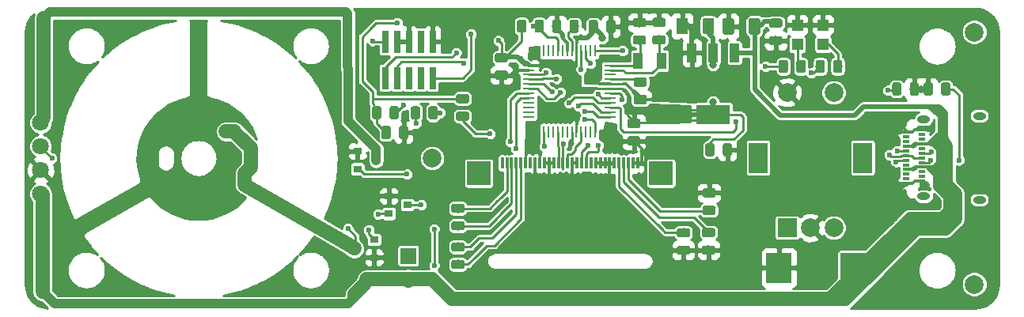
<source format=gbr>
G04 #@! TF.GenerationSoftware,KiCad,Pcbnew,5.0.2-bee76a0~70~ubuntu18.04.1*
G04 #@! TF.CreationDate,2019-11-12T09:59:33+01:00*
G04 #@! TF.ProjectId,RocketPCR,526f636b-6574-4504-9352-2e6b69636164,rev?*
G04 #@! TF.SameCoordinates,Original*
G04 #@! TF.FileFunction,Copper,L2,Bot*
G04 #@! TF.FilePolarity,Positive*
%FSLAX46Y46*%
G04 Gerber Fmt 4.6, Leading zero omitted, Abs format (unit mm)*
G04 Created by KiCad (PCBNEW 5.0.2-bee76a0~70~ubuntu18.04.1) date Di 12 Nov 2019 09:59:33 CET*
%MOMM*%
%LPD*%
G01*
G04 APERTURE LIST*
G04 #@! TA.AperFunction,SMDPad,CuDef*
%ADD10R,0.700000X0.300000*%
G04 #@! TD*
G04 #@! TA.AperFunction,ComponentPad*
%ADD11O,1.400000X0.800000*%
G04 #@! TD*
G04 #@! TA.AperFunction,SMDPad,CuDef*
%ADD12R,1.300000X0.250000*%
G04 #@! TD*
G04 #@! TA.AperFunction,SMDPad,CuDef*
%ADD13R,0.250000X1.300000*%
G04 #@! TD*
G04 #@! TA.AperFunction,SMDPad,CuDef*
%ADD14R,0.300000X1.250000*%
G04 #@! TD*
G04 #@! TA.AperFunction,SMDPad,CuDef*
%ADD15R,2.500000X2.500000*%
G04 #@! TD*
G04 #@! TA.AperFunction,SMDPad,CuDef*
%ADD16R,1.000000X1.800000*%
G04 #@! TD*
G04 #@! TA.AperFunction,SMDPad,CuDef*
%ADD17R,1.198880X1.198880*%
G04 #@! TD*
G04 #@! TA.AperFunction,SMDPad,CuDef*
%ADD18R,3.657600X2.032000*%
G04 #@! TD*
G04 #@! TA.AperFunction,SMDPad,CuDef*
%ADD19R,1.016000X2.032000*%
G04 #@! TD*
G04 #@! TA.AperFunction,SMDPad,CuDef*
%ADD20R,0.740000X2.400000*%
G04 #@! TD*
G04 #@! TA.AperFunction,ComponentPad*
%ADD21C,2.000000*%
G04 #@! TD*
G04 #@! TA.AperFunction,ComponentPad*
%ADD22R,2.000000X3.200000*%
G04 #@! TD*
G04 #@! TA.AperFunction,ComponentPad*
%ADD23R,2.000000X2.000000*%
G04 #@! TD*
G04 #@! TA.AperFunction,SMDPad,CuDef*
%ADD24R,0.900000X0.800000*%
G04 #@! TD*
G04 #@! TA.AperFunction,ComponentPad*
%ADD25R,1.700000X1.700000*%
G04 #@! TD*
G04 #@! TA.AperFunction,ComponentPad*
%ADD26O,1.700000X1.700000*%
G04 #@! TD*
G04 #@! TA.AperFunction,Conductor*
%ADD27C,0.100000*%
G04 #@! TD*
G04 #@! TA.AperFunction,SMDPad,CuDef*
%ADD28C,1.250000*%
G04 #@! TD*
G04 #@! TA.AperFunction,SMDPad,CuDef*
%ADD29C,0.975000*%
G04 #@! TD*
G04 #@! TA.AperFunction,BGAPad,CuDef*
%ADD30C,1.800000*%
G04 #@! TD*
G04 #@! TA.AperFunction,BGAPad,CuDef*
%ADD31C,2.000000*%
G04 #@! TD*
G04 #@! TA.AperFunction,SMDPad,CuDef*
%ADD32R,2.700000X3.200000*%
G04 #@! TD*
G04 #@! TA.AperFunction,ViaPad*
%ADD33C,0.800000*%
G04 #@! TD*
G04 #@! TA.AperFunction,ViaPad*
%ADD34C,0.600000*%
G04 #@! TD*
G04 #@! TA.AperFunction,Conductor*
%ADD35C,0.300000*%
G04 #@! TD*
G04 #@! TA.AperFunction,Conductor*
%ADD36C,0.500000*%
G04 #@! TD*
G04 #@! TA.AperFunction,Conductor*
%ADD37C,0.250000*%
G04 #@! TD*
G04 #@! TA.AperFunction,Conductor*
%ADD38C,0.200000*%
G04 #@! TD*
G04 #@! TA.AperFunction,Conductor*
%ADD39C,1.500000*%
G04 #@! TD*
G04 #@! TA.AperFunction,Conductor*
%ADD40C,1.000000*%
G04 #@! TD*
G04 #@! TA.AperFunction,Conductor*
%ADD41C,0.750000*%
G04 #@! TD*
G04 #@! TA.AperFunction,Conductor*
%ADD42C,0.254000*%
G04 #@! TD*
G04 APERTURE END LIST*
D10*
G04 #@! TO.P,J3,B12*
G04 #@! TO.N,GND*
X177377000Y-96965000D03*
G04 #@! TO.P,J3,B11*
G04 #@! TO.N,N/C*
X177377000Y-97465000D03*
G04 #@! TO.P,J3,B10*
X177377000Y-97965000D03*
G04 #@! TO.P,J3,B9*
G04 #@! TO.N,V_USB*
X177377000Y-98465000D03*
G04 #@! TO.P,J3,B8*
G04 #@! TO.N,N/C*
X177377000Y-98965000D03*
G04 #@! TO.P,J3,B7*
G04 #@! TO.N,D-*
X177377000Y-99465000D03*
G04 #@! TO.P,J3,B6*
G04 #@! TO.N,D+*
X177377000Y-99965000D03*
G04 #@! TO.P,J3,B5*
G04 #@! TO.N,Net-(J3-PadB5)*
X177377000Y-100465000D03*
G04 #@! TO.P,J3,B4*
G04 #@! TO.N,V_USB*
X177377000Y-100965000D03*
G04 #@! TO.P,J3,B3*
G04 #@! TO.N,N/C*
X177377000Y-101465000D03*
G04 #@! TO.P,J3,B2*
X177377000Y-101965000D03*
D11*
G04 #@! TO.P,J3,S1*
G04 #@! TO.N,Net-(J3-PadS1)*
X183537000Y-95475000D03*
X183537000Y-104455000D03*
X177587000Y-104095000D03*
D10*
G04 #@! TO.P,J3,B1*
G04 #@! TO.N,GND*
X177377000Y-102465000D03*
G04 #@! TO.P,J3,A11*
G04 #@! TO.N,N/C*
X175677000Y-102215000D03*
G04 #@! TO.P,J3,A8*
X175677000Y-100715000D03*
G04 #@! TO.P,J3,A9*
G04 #@! TO.N,V_USB*
X175677000Y-101215000D03*
G04 #@! TO.P,J3,A10*
G04 #@! TO.N,N/C*
X175677000Y-101715000D03*
G04 #@! TO.P,J3,A12*
G04 #@! TO.N,GND*
X175677000Y-102715000D03*
G04 #@! TO.P,J3,A7*
G04 #@! TO.N,D-*
X175677000Y-100215000D03*
G04 #@! TO.P,J3,A6*
G04 #@! TO.N,D+*
X175677000Y-99715000D03*
G04 #@! TO.P,J3,A5*
G04 #@! TO.N,Net-(J3-PadA5)*
X175677000Y-99215000D03*
G04 #@! TO.P,J3,A4*
G04 #@! TO.N,V_USB*
X175677000Y-98715000D03*
G04 #@! TO.P,J3,A3*
G04 #@! TO.N,N/C*
X175677000Y-98215000D03*
G04 #@! TO.P,J3,A2*
X175677000Y-97715000D03*
G04 #@! TO.P,J3,A1*
G04 #@! TO.N,GND*
X175677000Y-97215000D03*
D11*
G04 #@! TO.P,J3,S1*
G04 #@! TO.N,Net-(J3-PadS1)*
X177587000Y-95835000D03*
G04 #@! TD*
D12*
G04 #@! TO.P,U2,1*
G04 #@! TO.N,Net-(C10-Pad2)*
X144027000Y-90061000D03*
G04 #@! TO.P,U2,2*
G04 #@! TO.N,Net-(C11-Pad2)*
X144027000Y-90561000D03*
G04 #@! TO.P,U2,3*
G04 #@! TO.N,N/C*
X144027000Y-91061000D03*
G04 #@! TO.P,U2,4*
G04 #@! TO.N,AREF*
X144027000Y-91561000D03*
G04 #@! TO.P,U2,5*
G04 #@! TO.N,GND*
X144027000Y-92061000D03*
G04 #@! TO.P,U2,6*
G04 #@! TO.N,+3V3*
X144027000Y-92561000D03*
G04 #@! TO.P,U2,7*
G04 #@! TO.N,TEMP_LID*
X144027000Y-93061000D03*
G04 #@! TO.P,U2,8*
G04 #@! TO.N,TEMP_BLOCK*
X144027000Y-93561000D03*
G04 #@! TO.P,U2,9*
G04 #@! TO.N,Net-(R5-Pad1)*
X144027000Y-94061000D03*
G04 #@! TO.P,U2,10*
G04 #@! TO.N,SW1*
X144027000Y-94561000D03*
G04 #@! TO.P,U2,11*
G04 #@! TO.N,BLOCK*
X144027000Y-95061000D03*
G04 #@! TO.P,U2,12*
G04 #@! TO.N,LID*
X144027000Y-95561000D03*
D13*
G04 #@! TO.P,U2,13*
G04 #@! TO.N,FAN*
X142427000Y-97161000D03*
G04 #@! TO.P,U2,14*
G04 #@! TO.N,N/C*
X141927000Y-97161000D03*
G04 #@! TO.P,U2,15*
X141427000Y-97161000D03*
G04 #@! TO.P,U2,16*
G04 #@! TO.N,DISP_DC*
X140927000Y-97161000D03*
G04 #@! TO.P,U2,17*
G04 #@! TO.N,+3V3*
X140427000Y-97161000D03*
G04 #@! TO.P,U2,18*
G04 #@! TO.N,GND*
X139927000Y-97161000D03*
G04 #@! TO.P,U2,19*
G04 #@! TO.N,N/C*
X139427000Y-97161000D03*
G04 #@! TO.P,U2,20*
X138927000Y-97161000D03*
G04 #@! TO.P,U2,21*
G04 #@! TO.N,DISP_CS*
X138427000Y-97161000D03*
G04 #@! TO.P,U2,22*
G04 #@! TO.N,N/C*
X137927000Y-97161000D03*
G04 #@! TO.P,U2,23*
X137427000Y-97161000D03*
G04 #@! TO.P,U2,24*
G04 #@! TO.N,DISP_RES*
X136927000Y-97161000D03*
D12*
G04 #@! TO.P,U2,25*
G04 #@! TO.N,N/C*
X135327000Y-95561000D03*
G04 #@! TO.P,U2,26*
X135327000Y-95061000D03*
G04 #@! TO.P,U2,27*
X135327000Y-94561000D03*
G04 #@! TO.P,U2,28*
X135327000Y-94061000D03*
G04 #@! TO.P,U2,29*
G04 #@! TO.N,ENC1*
X135327000Y-93561000D03*
G04 #@! TO.P,U2,30*
G04 #@! TO.N,ENC2*
X135327000Y-93061000D03*
G04 #@! TO.P,U2,31*
G04 #@! TO.N,DISP_SDA*
X135327000Y-92561000D03*
G04 #@! TO.P,U2,32*
G04 #@! TO.N,DISP_SCL*
X135327000Y-92061000D03*
G04 #@! TO.P,U2,33*
G04 #@! TO.N,D-*
X135327000Y-91561000D03*
G04 #@! TO.P,U2,34*
G04 #@! TO.N,D+*
X135327000Y-91061000D03*
G04 #@! TO.P,U2,35*
G04 #@! TO.N,GND*
X135327000Y-90561000D03*
G04 #@! TO.P,U2,36*
G04 #@! TO.N,+3V3*
X135327000Y-90061000D03*
D13*
G04 #@! TO.P,U2,37*
G04 #@! TO.N,N/C*
X136927000Y-88461000D03*
G04 #@! TO.P,U2,38*
X137427000Y-88461000D03*
G04 #@! TO.P,U2,39*
X137927000Y-88461000D03*
G04 #@! TO.P,U2,40*
G04 #@! TO.N,RESET*
X138427000Y-88461000D03*
G04 #@! TO.P,U2,41*
G04 #@! TO.N,N/C*
X138927000Y-88461000D03*
G04 #@! TO.P,U2,42*
G04 #@! TO.N,GND*
X139427000Y-88461000D03*
G04 #@! TO.P,U2,43*
G04 #@! TO.N,Net-(C1-Pad1)*
X139927000Y-88461000D03*
G04 #@! TO.P,U2,44*
G04 #@! TO.N,+3V3*
X140427000Y-88461000D03*
G04 #@! TO.P,U2,45*
G04 #@! TO.N,SWCLK*
X140927000Y-88461000D03*
G04 #@! TO.P,U2,46*
G04 #@! TO.N,SWDIO*
X141427000Y-88461000D03*
G04 #@! TO.P,U2,47*
G04 #@! TO.N,N/C*
X141927000Y-88461000D03*
G04 #@! TO.P,U2,48*
G04 #@! TO.N,RX_LED*
X142427000Y-88461000D03*
G04 #@! TD*
D14*
G04 #@! TO.P,S1,30*
G04 #@! TO.N,GND*
X146987000Y-100530000D03*
G04 #@! TO.P,S1,26*
G04 #@! TO.N,Net-(R7-Pad1)*
X144987000Y-100530000D03*
G04 #@! TO.P,S1,27*
G04 #@! TO.N,Net-(C17-Pad1)*
X145487000Y-100530000D03*
G04 #@! TO.P,S1,29*
G04 #@! TO.N,GND*
X146487000Y-100530000D03*
G04 #@! TO.P,S1,28*
G04 #@! TO.N,Net-(C15-Pad1)*
X145987000Y-100530000D03*
G04 #@! TO.P,S1,24*
G04 #@! TO.N,GND*
X143987000Y-100530000D03*
G04 #@! TO.P,S1,25*
X144487000Y-100530000D03*
G04 #@! TO.P,S1,23*
X143487000Y-100530000D03*
G04 #@! TO.P,S1,22*
X142987000Y-100530000D03*
G04 #@! TO.P,S1,16*
X139987000Y-100530000D03*
G04 #@! TO.P,S1,17*
X140487000Y-100530000D03*
G04 #@! TO.P,S1,19*
G04 #@! TO.N,DISP_SDA*
X141487000Y-100530000D03*
G04 #@! TO.P,S1,18*
G04 #@! TO.N,DISP_SCL*
X140987000Y-100530000D03*
G04 #@! TO.P,S1,21*
G04 #@! TO.N,GND*
X142487000Y-100530000D03*
G04 #@! TO.P,S1,20*
G04 #@! TO.N,N/C*
X141987000Y-100530000D03*
G04 #@! TO.P,S1,5*
G04 #@! TO.N,Net-(C16-Pad2)*
X134487000Y-100530000D03*
G04 #@! TO.P,S1,6*
G04 #@! TO.N,+3V3*
X134987000Y-100530000D03*
G04 #@! TO.P,S1,3*
G04 #@! TO.N,Net-(C14-Pad2)*
X133487000Y-100530000D03*
G04 #@! TO.P,S1,4*
G04 #@! TO.N,Net-(C16-Pad1)*
X133987000Y-100530000D03*
G04 #@! TO.P,S1,2*
G04 #@! TO.N,Net-(C14-Pad1)*
X132987000Y-100530000D03*
G04 #@! TO.P,S1,1*
G04 #@! TO.N,N/C*
X132487000Y-100530000D03*
G04 #@! TO.P,S1,7*
X135487000Y-100530000D03*
G04 #@! TO.P,S1,8*
G04 #@! TO.N,GND*
X135987000Y-100530000D03*
G04 #@! TO.P,S1,10*
X136987000Y-100530000D03*
G04 #@! TO.P,S1,9*
G04 #@! TO.N,+3V3*
X136487000Y-100530000D03*
G04 #@! TO.P,S1,13*
G04 #@! TO.N,DISP_CS*
X138487000Y-100530000D03*
G04 #@! TO.P,S1,14*
G04 #@! TO.N,DISP_RES*
X138987000Y-100530000D03*
G04 #@! TO.P,S1,12*
G04 #@! TO.N,GND*
X137987000Y-100530000D03*
G04 #@! TO.P,S1,11*
X137487000Y-100530000D03*
D15*
G04 #@! TO.P,S1,*
G04 #@! TO.N,*
X129987000Y-101630000D03*
X149487000Y-101630000D03*
D14*
G04 #@! TO.P,S1,15*
G04 #@! TO.N,DISP_DC*
X139487000Y-100530000D03*
G04 #@! TD*
D16*
G04 #@! TO.P,Y1,2*
G04 #@! TO.N,Net-(C11-Pad2)*
X149494000Y-89566400D03*
G04 #@! TO.P,Y1,1*
G04 #@! TO.N,Net-(C10-Pad2)*
X146994000Y-89566400D03*
G04 #@! TD*
D17*
G04 #@! TO.P,LED2,2*
G04 #@! TO.N,Net-(LED2-Pad2)*
X164077000Y-87829040D03*
G04 #@! TO.P,LED2,1*
G04 #@! TO.N,GND*
X164077000Y-85731000D03*
G04 #@! TD*
G04 #@! TO.P,LED1,2*
G04 #@! TO.N,Net-(LED1-Pad2)*
X166807000Y-87829040D03*
G04 #@! TO.P,LED1,1*
G04 #@! TO.N,GND*
X166807000Y-85731000D03*
G04 #@! TD*
D18*
G04 #@! TO.P,U1,2*
G04 #@! TO.N,+3V3*
X155057000Y-95329000D03*
D19*
X155057000Y-88725000D03*
G04 #@! TO.P,U1,3*
G04 #@! TO.N,V_USB*
X157343000Y-88725000D03*
G04 #@! TO.P,U1,1*
G04 #@! TO.N,GND*
X152771000Y-88725000D03*
G04 #@! TD*
D20*
G04 #@! TO.P,J2,10*
G04 #@! TO.N,RESET*
X125026000Y-91409000D03*
G04 #@! TO.P,J2,9*
G04 #@! TO.N,GND*
X125026000Y-87509000D03*
G04 #@! TO.P,J2,8*
G04 #@! TO.N,N/C*
X123756000Y-91409000D03*
G04 #@! TO.P,J2,7*
X123756000Y-87509000D03*
G04 #@! TO.P,J2,6*
X122486000Y-91409000D03*
G04 #@! TO.P,J2,5*
G04 #@! TO.N,GND*
X122486000Y-87509000D03*
G04 #@! TO.P,J2,4*
G04 #@! TO.N,SWCLK*
X121216000Y-91409000D03*
G04 #@! TO.P,J2,3*
G04 #@! TO.N,GND*
X121216000Y-87509000D03*
G04 #@! TO.P,J2,2*
G04 #@! TO.N,SWDIO*
X119946000Y-91409000D03*
G04 #@! TO.P,J2,1*
G04 #@! TO.N,+3V3*
X119946000Y-87509000D03*
G04 #@! TD*
D21*
G04 #@! TO.P,SW1,S1*
G04 #@! TO.N,SW1*
X167957000Y-92955000D03*
G04 #@! TO.P,SW1,S2*
G04 #@! TO.N,GND*
X162957000Y-92955000D03*
D22*
G04 #@! TO.P,SW1,MP*
G04 #@! TO.N,N/C*
X171057000Y-99955000D03*
X159857000Y-99955000D03*
D21*
G04 #@! TO.P,SW1,B*
G04 #@! TO.N,ENC2*
X167957000Y-107455000D03*
G04 #@! TO.P,SW1,C*
G04 #@! TO.N,GND*
X165457000Y-107455000D03*
D23*
G04 #@! TO.P,SW1,A*
G04 #@! TO.N,ENC1*
X162957000Y-107455000D03*
G04 #@! TD*
D24*
G04 #@! TO.P,Q2,1*
G04 #@! TO.N,FAN*
X120343000Y-105950000D03*
G04 #@! TO.P,Q2,2*
G04 #@! TO.N,GND*
X120343000Y-104050000D03*
G04 #@! TO.P,Q2,3*
G04 #@! TO.N,Net-(J1-Pad1)*
X122343000Y-105000000D03*
G04 #@! TD*
G04 #@! TO.P,Q1,1*
G04 #@! TO.N,BLOCK*
X118777600Y-108723000D03*
G04 #@! TO.P,Q1,2*
G04 #@! TO.N,GND*
X118777600Y-110623000D03*
G04 #@! TO.P,Q1,3*
G04 #@! TO.N,VSENS*
X116777600Y-109673000D03*
G04 #@! TD*
G04 #@! TO.P,Q3,1*
G04 #@! TO.N,LID*
X117015600Y-101151000D03*
G04 #@! TO.P,Q3,2*
G04 #@! TO.N,GND*
X117015600Y-99251000D03*
G04 #@! TO.P,Q3,3*
G04 #@! TO.N,Net-(Q3-Pad3)*
X119015600Y-100201000D03*
G04 #@! TD*
D25*
G04 #@! TO.P,J1,1*
G04 #@! TO.N,Net-(J1-Pad1)*
X122435200Y-110470600D03*
D26*
G04 #@! TO.P,J1,2*
G04 #@! TO.N,V_USB*
X122435200Y-113010600D03*
G04 #@! TD*
D27*
G04 #@! TO.N,V_USB*
G04 #@! TO.C,C2*
G36*
X159874504Y-85001204D02*
X159898773Y-85004804D01*
X159922571Y-85010765D01*
X159945671Y-85019030D01*
X159967849Y-85029520D01*
X159988893Y-85042133D01*
X160008598Y-85056747D01*
X160026777Y-85073223D01*
X160043253Y-85091402D01*
X160057867Y-85111107D01*
X160070480Y-85132151D01*
X160080970Y-85154329D01*
X160089235Y-85177429D01*
X160095196Y-85201227D01*
X160098796Y-85225496D01*
X160100000Y-85250000D01*
X160100000Y-86500000D01*
X160098796Y-86524504D01*
X160095196Y-86548773D01*
X160089235Y-86572571D01*
X160080970Y-86595671D01*
X160070480Y-86617849D01*
X160057867Y-86638893D01*
X160043253Y-86658598D01*
X160026777Y-86676777D01*
X160008598Y-86693253D01*
X159988893Y-86707867D01*
X159967849Y-86720480D01*
X159945671Y-86730970D01*
X159922571Y-86739235D01*
X159898773Y-86745196D01*
X159874504Y-86748796D01*
X159850000Y-86750000D01*
X159100000Y-86750000D01*
X159075496Y-86748796D01*
X159051227Y-86745196D01*
X159027429Y-86739235D01*
X159004329Y-86730970D01*
X158982151Y-86720480D01*
X158961107Y-86707867D01*
X158941402Y-86693253D01*
X158923223Y-86676777D01*
X158906747Y-86658598D01*
X158892133Y-86638893D01*
X158879520Y-86617849D01*
X158869030Y-86595671D01*
X158860765Y-86572571D01*
X158854804Y-86548773D01*
X158851204Y-86524504D01*
X158850000Y-86500000D01*
X158850000Y-85250000D01*
X158851204Y-85225496D01*
X158854804Y-85201227D01*
X158860765Y-85177429D01*
X158869030Y-85154329D01*
X158879520Y-85132151D01*
X158892133Y-85111107D01*
X158906747Y-85091402D01*
X158923223Y-85073223D01*
X158941402Y-85056747D01*
X158961107Y-85042133D01*
X158982151Y-85029520D01*
X159004329Y-85019030D01*
X159027429Y-85010765D01*
X159051227Y-85004804D01*
X159075496Y-85001204D01*
X159100000Y-85000000D01*
X159850000Y-85000000D01*
X159874504Y-85001204D01*
X159874504Y-85001204D01*
G37*
D28*
G04 #@! TD*
G04 #@! TO.P,C2,1*
G04 #@! TO.N,V_USB*
X159475000Y-85875000D03*
D27*
G04 #@! TO.N,GND*
G04 #@! TO.C,C2*
G36*
X157074504Y-85001204D02*
X157098773Y-85004804D01*
X157122571Y-85010765D01*
X157145671Y-85019030D01*
X157167849Y-85029520D01*
X157188893Y-85042133D01*
X157208598Y-85056747D01*
X157226777Y-85073223D01*
X157243253Y-85091402D01*
X157257867Y-85111107D01*
X157270480Y-85132151D01*
X157280970Y-85154329D01*
X157289235Y-85177429D01*
X157295196Y-85201227D01*
X157298796Y-85225496D01*
X157300000Y-85250000D01*
X157300000Y-86500000D01*
X157298796Y-86524504D01*
X157295196Y-86548773D01*
X157289235Y-86572571D01*
X157280970Y-86595671D01*
X157270480Y-86617849D01*
X157257867Y-86638893D01*
X157243253Y-86658598D01*
X157226777Y-86676777D01*
X157208598Y-86693253D01*
X157188893Y-86707867D01*
X157167849Y-86720480D01*
X157145671Y-86730970D01*
X157122571Y-86739235D01*
X157098773Y-86745196D01*
X157074504Y-86748796D01*
X157050000Y-86750000D01*
X156300000Y-86750000D01*
X156275496Y-86748796D01*
X156251227Y-86745196D01*
X156227429Y-86739235D01*
X156204329Y-86730970D01*
X156182151Y-86720480D01*
X156161107Y-86707867D01*
X156141402Y-86693253D01*
X156123223Y-86676777D01*
X156106747Y-86658598D01*
X156092133Y-86638893D01*
X156079520Y-86617849D01*
X156069030Y-86595671D01*
X156060765Y-86572571D01*
X156054804Y-86548773D01*
X156051204Y-86524504D01*
X156050000Y-86500000D01*
X156050000Y-85250000D01*
X156051204Y-85225496D01*
X156054804Y-85201227D01*
X156060765Y-85177429D01*
X156069030Y-85154329D01*
X156079520Y-85132151D01*
X156092133Y-85111107D01*
X156106747Y-85091402D01*
X156123223Y-85073223D01*
X156141402Y-85056747D01*
X156161107Y-85042133D01*
X156182151Y-85029520D01*
X156204329Y-85019030D01*
X156227429Y-85010765D01*
X156251227Y-85004804D01*
X156275496Y-85001204D01*
X156300000Y-85000000D01*
X157050000Y-85000000D01*
X157074504Y-85001204D01*
X157074504Y-85001204D01*
G37*
D28*
G04 #@! TD*
G04 #@! TO.P,C2,2*
G04 #@! TO.N,GND*
X156675000Y-85875000D03*
D27*
G04 #@! TO.N,GND*
G04 #@! TO.C,C4*
G36*
X162230142Y-86926174D02*
X162253803Y-86929684D01*
X162277007Y-86935496D01*
X162299529Y-86943554D01*
X162321153Y-86953782D01*
X162341670Y-86966079D01*
X162360883Y-86980329D01*
X162378607Y-86996393D01*
X162394671Y-87014117D01*
X162408921Y-87033330D01*
X162421218Y-87053847D01*
X162431446Y-87075471D01*
X162439504Y-87097993D01*
X162445316Y-87121197D01*
X162448826Y-87144858D01*
X162450000Y-87168750D01*
X162450000Y-87656250D01*
X162448826Y-87680142D01*
X162445316Y-87703803D01*
X162439504Y-87727007D01*
X162431446Y-87749529D01*
X162421218Y-87771153D01*
X162408921Y-87791670D01*
X162394671Y-87810883D01*
X162378607Y-87828607D01*
X162360883Y-87844671D01*
X162341670Y-87858921D01*
X162321153Y-87871218D01*
X162299529Y-87881446D01*
X162277007Y-87889504D01*
X162253803Y-87895316D01*
X162230142Y-87898826D01*
X162206250Y-87900000D01*
X161293750Y-87900000D01*
X161269858Y-87898826D01*
X161246197Y-87895316D01*
X161222993Y-87889504D01*
X161200471Y-87881446D01*
X161178847Y-87871218D01*
X161158330Y-87858921D01*
X161139117Y-87844671D01*
X161121393Y-87828607D01*
X161105329Y-87810883D01*
X161091079Y-87791670D01*
X161078782Y-87771153D01*
X161068554Y-87749529D01*
X161060496Y-87727007D01*
X161054684Y-87703803D01*
X161051174Y-87680142D01*
X161050000Y-87656250D01*
X161050000Y-87168750D01*
X161051174Y-87144858D01*
X161054684Y-87121197D01*
X161060496Y-87097993D01*
X161068554Y-87075471D01*
X161078782Y-87053847D01*
X161091079Y-87033330D01*
X161105329Y-87014117D01*
X161121393Y-86996393D01*
X161139117Y-86980329D01*
X161158330Y-86966079D01*
X161178847Y-86953782D01*
X161200471Y-86943554D01*
X161222993Y-86935496D01*
X161246197Y-86929684D01*
X161269858Y-86926174D01*
X161293750Y-86925000D01*
X162206250Y-86925000D01*
X162230142Y-86926174D01*
X162230142Y-86926174D01*
G37*
D29*
G04 #@! TD*
G04 #@! TO.P,C4,1*
G04 #@! TO.N,GND*
X161750000Y-87412500D03*
D27*
G04 #@! TO.N,V_USB*
G04 #@! TO.C,C4*
G36*
X162230142Y-85051174D02*
X162253803Y-85054684D01*
X162277007Y-85060496D01*
X162299529Y-85068554D01*
X162321153Y-85078782D01*
X162341670Y-85091079D01*
X162360883Y-85105329D01*
X162378607Y-85121393D01*
X162394671Y-85139117D01*
X162408921Y-85158330D01*
X162421218Y-85178847D01*
X162431446Y-85200471D01*
X162439504Y-85222993D01*
X162445316Y-85246197D01*
X162448826Y-85269858D01*
X162450000Y-85293750D01*
X162450000Y-85781250D01*
X162448826Y-85805142D01*
X162445316Y-85828803D01*
X162439504Y-85852007D01*
X162431446Y-85874529D01*
X162421218Y-85896153D01*
X162408921Y-85916670D01*
X162394671Y-85935883D01*
X162378607Y-85953607D01*
X162360883Y-85969671D01*
X162341670Y-85983921D01*
X162321153Y-85996218D01*
X162299529Y-86006446D01*
X162277007Y-86014504D01*
X162253803Y-86020316D01*
X162230142Y-86023826D01*
X162206250Y-86025000D01*
X161293750Y-86025000D01*
X161269858Y-86023826D01*
X161246197Y-86020316D01*
X161222993Y-86014504D01*
X161200471Y-86006446D01*
X161178847Y-85996218D01*
X161158330Y-85983921D01*
X161139117Y-85969671D01*
X161121393Y-85953607D01*
X161105329Y-85935883D01*
X161091079Y-85916670D01*
X161078782Y-85896153D01*
X161068554Y-85874529D01*
X161060496Y-85852007D01*
X161054684Y-85828803D01*
X161051174Y-85805142D01*
X161050000Y-85781250D01*
X161050000Y-85293750D01*
X161051174Y-85269858D01*
X161054684Y-85246197D01*
X161060496Y-85222993D01*
X161068554Y-85200471D01*
X161078782Y-85178847D01*
X161091079Y-85158330D01*
X161105329Y-85139117D01*
X161121393Y-85121393D01*
X161139117Y-85105329D01*
X161158330Y-85091079D01*
X161178847Y-85078782D01*
X161200471Y-85068554D01*
X161222993Y-85060496D01*
X161246197Y-85054684D01*
X161269858Y-85051174D01*
X161293750Y-85050000D01*
X162206250Y-85050000D01*
X162230142Y-85051174D01*
X162230142Y-85051174D01*
G37*
D29*
G04 #@! TD*
G04 #@! TO.P,C4,2*
G04 #@! TO.N,V_USB*
X161750000Y-85537500D03*
D27*
G04 #@! TO.N,GND*
G04 #@! TO.C,C6*
G36*
X156848142Y-98399174D02*
X156871803Y-98402684D01*
X156895007Y-98408496D01*
X156917529Y-98416554D01*
X156939153Y-98426782D01*
X156959670Y-98439079D01*
X156978883Y-98453329D01*
X156996607Y-98469393D01*
X157012671Y-98487117D01*
X157026921Y-98506330D01*
X157039218Y-98526847D01*
X157049446Y-98548471D01*
X157057504Y-98570993D01*
X157063316Y-98594197D01*
X157066826Y-98617858D01*
X157068000Y-98641750D01*
X157068000Y-99554250D01*
X157066826Y-99578142D01*
X157063316Y-99601803D01*
X157057504Y-99625007D01*
X157049446Y-99647529D01*
X157039218Y-99669153D01*
X157026921Y-99689670D01*
X157012671Y-99708883D01*
X156996607Y-99726607D01*
X156978883Y-99742671D01*
X156959670Y-99756921D01*
X156939153Y-99769218D01*
X156917529Y-99779446D01*
X156895007Y-99787504D01*
X156871803Y-99793316D01*
X156848142Y-99796826D01*
X156824250Y-99798000D01*
X156336750Y-99798000D01*
X156312858Y-99796826D01*
X156289197Y-99793316D01*
X156265993Y-99787504D01*
X156243471Y-99779446D01*
X156221847Y-99769218D01*
X156201330Y-99756921D01*
X156182117Y-99742671D01*
X156164393Y-99726607D01*
X156148329Y-99708883D01*
X156134079Y-99689670D01*
X156121782Y-99669153D01*
X156111554Y-99647529D01*
X156103496Y-99625007D01*
X156097684Y-99601803D01*
X156094174Y-99578142D01*
X156093000Y-99554250D01*
X156093000Y-98641750D01*
X156094174Y-98617858D01*
X156097684Y-98594197D01*
X156103496Y-98570993D01*
X156111554Y-98548471D01*
X156121782Y-98526847D01*
X156134079Y-98506330D01*
X156148329Y-98487117D01*
X156164393Y-98469393D01*
X156182117Y-98453329D01*
X156201330Y-98439079D01*
X156221847Y-98426782D01*
X156243471Y-98416554D01*
X156265993Y-98408496D01*
X156289197Y-98402684D01*
X156312858Y-98399174D01*
X156336750Y-98398000D01*
X156824250Y-98398000D01*
X156848142Y-98399174D01*
X156848142Y-98399174D01*
G37*
D29*
G04 #@! TD*
G04 #@! TO.P,C6,2*
G04 #@! TO.N,GND*
X156580500Y-99098000D03*
D27*
G04 #@! TO.N,+3V3*
G04 #@! TO.C,C6*
G36*
X154973142Y-98399174D02*
X154996803Y-98402684D01*
X155020007Y-98408496D01*
X155042529Y-98416554D01*
X155064153Y-98426782D01*
X155084670Y-98439079D01*
X155103883Y-98453329D01*
X155121607Y-98469393D01*
X155137671Y-98487117D01*
X155151921Y-98506330D01*
X155164218Y-98526847D01*
X155174446Y-98548471D01*
X155182504Y-98570993D01*
X155188316Y-98594197D01*
X155191826Y-98617858D01*
X155193000Y-98641750D01*
X155193000Y-99554250D01*
X155191826Y-99578142D01*
X155188316Y-99601803D01*
X155182504Y-99625007D01*
X155174446Y-99647529D01*
X155164218Y-99669153D01*
X155151921Y-99689670D01*
X155137671Y-99708883D01*
X155121607Y-99726607D01*
X155103883Y-99742671D01*
X155084670Y-99756921D01*
X155064153Y-99769218D01*
X155042529Y-99779446D01*
X155020007Y-99787504D01*
X154996803Y-99793316D01*
X154973142Y-99796826D01*
X154949250Y-99798000D01*
X154461750Y-99798000D01*
X154437858Y-99796826D01*
X154414197Y-99793316D01*
X154390993Y-99787504D01*
X154368471Y-99779446D01*
X154346847Y-99769218D01*
X154326330Y-99756921D01*
X154307117Y-99742671D01*
X154289393Y-99726607D01*
X154273329Y-99708883D01*
X154259079Y-99689670D01*
X154246782Y-99669153D01*
X154236554Y-99647529D01*
X154228496Y-99625007D01*
X154222684Y-99601803D01*
X154219174Y-99578142D01*
X154218000Y-99554250D01*
X154218000Y-98641750D01*
X154219174Y-98617858D01*
X154222684Y-98594197D01*
X154228496Y-98570993D01*
X154236554Y-98548471D01*
X154246782Y-98526847D01*
X154259079Y-98506330D01*
X154273329Y-98487117D01*
X154289393Y-98469393D01*
X154307117Y-98453329D01*
X154326330Y-98439079D01*
X154346847Y-98426782D01*
X154368471Y-98416554D01*
X154390993Y-98408496D01*
X154414197Y-98402684D01*
X154437858Y-98399174D01*
X154461750Y-98398000D01*
X154949250Y-98398000D01*
X154973142Y-98399174D01*
X154973142Y-98399174D01*
G37*
D29*
G04 #@! TD*
G04 #@! TO.P,C6,1*
G04 #@! TO.N,+3V3*
X154705500Y-99098000D03*
D27*
G04 #@! TO.N,TEMP_BLOCK*
G04 #@! TO.C,R4*
G36*
X121198142Y-94425174D02*
X121221803Y-94428684D01*
X121245007Y-94434496D01*
X121267529Y-94442554D01*
X121289153Y-94452782D01*
X121309670Y-94465079D01*
X121328883Y-94479329D01*
X121346607Y-94495393D01*
X121362671Y-94513117D01*
X121376921Y-94532330D01*
X121389218Y-94552847D01*
X121399446Y-94574471D01*
X121407504Y-94596993D01*
X121413316Y-94620197D01*
X121416826Y-94643858D01*
X121418000Y-94667750D01*
X121418000Y-95580250D01*
X121416826Y-95604142D01*
X121413316Y-95627803D01*
X121407504Y-95651007D01*
X121399446Y-95673529D01*
X121389218Y-95695153D01*
X121376921Y-95715670D01*
X121362671Y-95734883D01*
X121346607Y-95752607D01*
X121328883Y-95768671D01*
X121309670Y-95782921D01*
X121289153Y-95795218D01*
X121267529Y-95805446D01*
X121245007Y-95813504D01*
X121221803Y-95819316D01*
X121198142Y-95822826D01*
X121174250Y-95824000D01*
X120686750Y-95824000D01*
X120662858Y-95822826D01*
X120639197Y-95819316D01*
X120615993Y-95813504D01*
X120593471Y-95805446D01*
X120571847Y-95795218D01*
X120551330Y-95782921D01*
X120532117Y-95768671D01*
X120514393Y-95752607D01*
X120498329Y-95734883D01*
X120484079Y-95715670D01*
X120471782Y-95695153D01*
X120461554Y-95673529D01*
X120453496Y-95651007D01*
X120447684Y-95627803D01*
X120444174Y-95604142D01*
X120443000Y-95580250D01*
X120443000Y-94667750D01*
X120444174Y-94643858D01*
X120447684Y-94620197D01*
X120453496Y-94596993D01*
X120461554Y-94574471D01*
X120471782Y-94552847D01*
X120484079Y-94532330D01*
X120498329Y-94513117D01*
X120514393Y-94495393D01*
X120532117Y-94479329D01*
X120551330Y-94465079D01*
X120571847Y-94452782D01*
X120593471Y-94442554D01*
X120615993Y-94434496D01*
X120639197Y-94428684D01*
X120662858Y-94425174D01*
X120686750Y-94424000D01*
X121174250Y-94424000D01*
X121198142Y-94425174D01*
X121198142Y-94425174D01*
G37*
D29*
G04 #@! TD*
G04 #@! TO.P,R4,1*
G04 #@! TO.N,TEMP_BLOCK*
X120930500Y-95124000D03*
D27*
G04 #@! TO.N,+3V3*
G04 #@! TO.C,R4*
G36*
X119323142Y-94425174D02*
X119346803Y-94428684D01*
X119370007Y-94434496D01*
X119392529Y-94442554D01*
X119414153Y-94452782D01*
X119434670Y-94465079D01*
X119453883Y-94479329D01*
X119471607Y-94495393D01*
X119487671Y-94513117D01*
X119501921Y-94532330D01*
X119514218Y-94552847D01*
X119524446Y-94574471D01*
X119532504Y-94596993D01*
X119538316Y-94620197D01*
X119541826Y-94643858D01*
X119543000Y-94667750D01*
X119543000Y-95580250D01*
X119541826Y-95604142D01*
X119538316Y-95627803D01*
X119532504Y-95651007D01*
X119524446Y-95673529D01*
X119514218Y-95695153D01*
X119501921Y-95715670D01*
X119487671Y-95734883D01*
X119471607Y-95752607D01*
X119453883Y-95768671D01*
X119434670Y-95782921D01*
X119414153Y-95795218D01*
X119392529Y-95805446D01*
X119370007Y-95813504D01*
X119346803Y-95819316D01*
X119323142Y-95822826D01*
X119299250Y-95824000D01*
X118811750Y-95824000D01*
X118787858Y-95822826D01*
X118764197Y-95819316D01*
X118740993Y-95813504D01*
X118718471Y-95805446D01*
X118696847Y-95795218D01*
X118676330Y-95782921D01*
X118657117Y-95768671D01*
X118639393Y-95752607D01*
X118623329Y-95734883D01*
X118609079Y-95715670D01*
X118596782Y-95695153D01*
X118586554Y-95673529D01*
X118578496Y-95651007D01*
X118572684Y-95627803D01*
X118569174Y-95604142D01*
X118568000Y-95580250D01*
X118568000Y-94667750D01*
X118569174Y-94643858D01*
X118572684Y-94620197D01*
X118578496Y-94596993D01*
X118586554Y-94574471D01*
X118596782Y-94552847D01*
X118609079Y-94532330D01*
X118623329Y-94513117D01*
X118639393Y-94495393D01*
X118657117Y-94479329D01*
X118676330Y-94465079D01*
X118696847Y-94452782D01*
X118718471Y-94442554D01*
X118740993Y-94434496D01*
X118764197Y-94428684D01*
X118787858Y-94425174D01*
X118811750Y-94424000D01*
X119299250Y-94424000D01*
X119323142Y-94425174D01*
X119323142Y-94425174D01*
G37*
D29*
G04 #@! TD*
G04 #@! TO.P,R4,2*
G04 #@! TO.N,+3V3*
X119055500Y-95124000D03*
D27*
G04 #@! TO.N,GND*
G04 #@! TO.C,C1*
G36*
X138580142Y-85184574D02*
X138603803Y-85188084D01*
X138627007Y-85193896D01*
X138649529Y-85201954D01*
X138671153Y-85212182D01*
X138691670Y-85224479D01*
X138710883Y-85238729D01*
X138728607Y-85254793D01*
X138744671Y-85272517D01*
X138758921Y-85291730D01*
X138771218Y-85312247D01*
X138781446Y-85333871D01*
X138789504Y-85356393D01*
X138795316Y-85379597D01*
X138798826Y-85403258D01*
X138800000Y-85427150D01*
X138800000Y-86339650D01*
X138798826Y-86363542D01*
X138795316Y-86387203D01*
X138789504Y-86410407D01*
X138781446Y-86432929D01*
X138771218Y-86454553D01*
X138758921Y-86475070D01*
X138744671Y-86494283D01*
X138728607Y-86512007D01*
X138710883Y-86528071D01*
X138691670Y-86542321D01*
X138671153Y-86554618D01*
X138649529Y-86564846D01*
X138627007Y-86572904D01*
X138603803Y-86578716D01*
X138580142Y-86582226D01*
X138556250Y-86583400D01*
X138068750Y-86583400D01*
X138044858Y-86582226D01*
X138021197Y-86578716D01*
X137997993Y-86572904D01*
X137975471Y-86564846D01*
X137953847Y-86554618D01*
X137933330Y-86542321D01*
X137914117Y-86528071D01*
X137896393Y-86512007D01*
X137880329Y-86494283D01*
X137866079Y-86475070D01*
X137853782Y-86454553D01*
X137843554Y-86432929D01*
X137835496Y-86410407D01*
X137829684Y-86387203D01*
X137826174Y-86363542D01*
X137825000Y-86339650D01*
X137825000Y-85427150D01*
X137826174Y-85403258D01*
X137829684Y-85379597D01*
X137835496Y-85356393D01*
X137843554Y-85333871D01*
X137853782Y-85312247D01*
X137866079Y-85291730D01*
X137880329Y-85272517D01*
X137896393Y-85254793D01*
X137914117Y-85238729D01*
X137933330Y-85224479D01*
X137953847Y-85212182D01*
X137975471Y-85201954D01*
X137997993Y-85193896D01*
X138021197Y-85188084D01*
X138044858Y-85184574D01*
X138068750Y-85183400D01*
X138556250Y-85183400D01*
X138580142Y-85184574D01*
X138580142Y-85184574D01*
G37*
D29*
G04 #@! TD*
G04 #@! TO.P,C1,2*
G04 #@! TO.N,GND*
X138312500Y-85883400D03*
D27*
G04 #@! TO.N,Net-(C1-Pad1)*
G04 #@! TO.C,C1*
G36*
X140455142Y-85184574D02*
X140478803Y-85188084D01*
X140502007Y-85193896D01*
X140524529Y-85201954D01*
X140546153Y-85212182D01*
X140566670Y-85224479D01*
X140585883Y-85238729D01*
X140603607Y-85254793D01*
X140619671Y-85272517D01*
X140633921Y-85291730D01*
X140646218Y-85312247D01*
X140656446Y-85333871D01*
X140664504Y-85356393D01*
X140670316Y-85379597D01*
X140673826Y-85403258D01*
X140675000Y-85427150D01*
X140675000Y-86339650D01*
X140673826Y-86363542D01*
X140670316Y-86387203D01*
X140664504Y-86410407D01*
X140656446Y-86432929D01*
X140646218Y-86454553D01*
X140633921Y-86475070D01*
X140619671Y-86494283D01*
X140603607Y-86512007D01*
X140585883Y-86528071D01*
X140566670Y-86542321D01*
X140546153Y-86554618D01*
X140524529Y-86564846D01*
X140502007Y-86572904D01*
X140478803Y-86578716D01*
X140455142Y-86582226D01*
X140431250Y-86583400D01*
X139943750Y-86583400D01*
X139919858Y-86582226D01*
X139896197Y-86578716D01*
X139872993Y-86572904D01*
X139850471Y-86564846D01*
X139828847Y-86554618D01*
X139808330Y-86542321D01*
X139789117Y-86528071D01*
X139771393Y-86512007D01*
X139755329Y-86494283D01*
X139741079Y-86475070D01*
X139728782Y-86454553D01*
X139718554Y-86432929D01*
X139710496Y-86410407D01*
X139704684Y-86387203D01*
X139701174Y-86363542D01*
X139700000Y-86339650D01*
X139700000Y-85427150D01*
X139701174Y-85403258D01*
X139704684Y-85379597D01*
X139710496Y-85356393D01*
X139718554Y-85333871D01*
X139728782Y-85312247D01*
X139741079Y-85291730D01*
X139755329Y-85272517D01*
X139771393Y-85254793D01*
X139789117Y-85238729D01*
X139808330Y-85224479D01*
X139828847Y-85212182D01*
X139850471Y-85201954D01*
X139872993Y-85193896D01*
X139896197Y-85188084D01*
X139919858Y-85184574D01*
X139943750Y-85183400D01*
X140431250Y-85183400D01*
X140455142Y-85184574D01*
X140455142Y-85184574D01*
G37*
D29*
G04 #@! TD*
G04 #@! TO.P,C1,1*
G04 #@! TO.N,Net-(C1-Pad1)*
X140187500Y-85883400D03*
D27*
G04 #@! TO.N,+3V3*
G04 #@! TO.C,C5*
G36*
X154936504Y-84976204D02*
X154960773Y-84979804D01*
X154984571Y-84985765D01*
X155007671Y-84994030D01*
X155029849Y-85004520D01*
X155050893Y-85017133D01*
X155070598Y-85031747D01*
X155088777Y-85048223D01*
X155105253Y-85066402D01*
X155119867Y-85086107D01*
X155132480Y-85107151D01*
X155142970Y-85129329D01*
X155151235Y-85152429D01*
X155157196Y-85176227D01*
X155160796Y-85200496D01*
X155162000Y-85225000D01*
X155162000Y-86475000D01*
X155160796Y-86499504D01*
X155157196Y-86523773D01*
X155151235Y-86547571D01*
X155142970Y-86570671D01*
X155132480Y-86592849D01*
X155119867Y-86613893D01*
X155105253Y-86633598D01*
X155088777Y-86651777D01*
X155070598Y-86668253D01*
X155050893Y-86682867D01*
X155029849Y-86695480D01*
X155007671Y-86705970D01*
X154984571Y-86714235D01*
X154960773Y-86720196D01*
X154936504Y-86723796D01*
X154912000Y-86725000D01*
X154162000Y-86725000D01*
X154137496Y-86723796D01*
X154113227Y-86720196D01*
X154089429Y-86714235D01*
X154066329Y-86705970D01*
X154044151Y-86695480D01*
X154023107Y-86682867D01*
X154003402Y-86668253D01*
X153985223Y-86651777D01*
X153968747Y-86633598D01*
X153954133Y-86613893D01*
X153941520Y-86592849D01*
X153931030Y-86570671D01*
X153922765Y-86547571D01*
X153916804Y-86523773D01*
X153913204Y-86499504D01*
X153912000Y-86475000D01*
X153912000Y-85225000D01*
X153913204Y-85200496D01*
X153916804Y-85176227D01*
X153922765Y-85152429D01*
X153931030Y-85129329D01*
X153941520Y-85107151D01*
X153954133Y-85086107D01*
X153968747Y-85066402D01*
X153985223Y-85048223D01*
X154003402Y-85031747D01*
X154023107Y-85017133D01*
X154044151Y-85004520D01*
X154066329Y-84994030D01*
X154089429Y-84985765D01*
X154113227Y-84979804D01*
X154137496Y-84976204D01*
X154162000Y-84975000D01*
X154912000Y-84975000D01*
X154936504Y-84976204D01*
X154936504Y-84976204D01*
G37*
D28*
G04 #@! TD*
G04 #@! TO.P,C5,1*
G04 #@! TO.N,+3V3*
X154537000Y-85850000D03*
D27*
G04 #@! TO.N,GND*
G04 #@! TO.C,C5*
G36*
X152136504Y-84976204D02*
X152160773Y-84979804D01*
X152184571Y-84985765D01*
X152207671Y-84994030D01*
X152229849Y-85004520D01*
X152250893Y-85017133D01*
X152270598Y-85031747D01*
X152288777Y-85048223D01*
X152305253Y-85066402D01*
X152319867Y-85086107D01*
X152332480Y-85107151D01*
X152342970Y-85129329D01*
X152351235Y-85152429D01*
X152357196Y-85176227D01*
X152360796Y-85200496D01*
X152362000Y-85225000D01*
X152362000Y-86475000D01*
X152360796Y-86499504D01*
X152357196Y-86523773D01*
X152351235Y-86547571D01*
X152342970Y-86570671D01*
X152332480Y-86592849D01*
X152319867Y-86613893D01*
X152305253Y-86633598D01*
X152288777Y-86651777D01*
X152270598Y-86668253D01*
X152250893Y-86682867D01*
X152229849Y-86695480D01*
X152207671Y-86705970D01*
X152184571Y-86714235D01*
X152160773Y-86720196D01*
X152136504Y-86723796D01*
X152112000Y-86725000D01*
X151362000Y-86725000D01*
X151337496Y-86723796D01*
X151313227Y-86720196D01*
X151289429Y-86714235D01*
X151266329Y-86705970D01*
X151244151Y-86695480D01*
X151223107Y-86682867D01*
X151203402Y-86668253D01*
X151185223Y-86651777D01*
X151168747Y-86633598D01*
X151154133Y-86613893D01*
X151141520Y-86592849D01*
X151131030Y-86570671D01*
X151122765Y-86547571D01*
X151116804Y-86523773D01*
X151113204Y-86499504D01*
X151112000Y-86475000D01*
X151112000Y-85225000D01*
X151113204Y-85200496D01*
X151116804Y-85176227D01*
X151122765Y-85152429D01*
X151131030Y-85129329D01*
X151141520Y-85107151D01*
X151154133Y-85086107D01*
X151168747Y-85066402D01*
X151185223Y-85048223D01*
X151203402Y-85031747D01*
X151223107Y-85017133D01*
X151244151Y-85004520D01*
X151266329Y-84994030D01*
X151289429Y-84985765D01*
X151313227Y-84979804D01*
X151337496Y-84976204D01*
X151362000Y-84975000D01*
X152112000Y-84975000D01*
X152136504Y-84976204D01*
X152136504Y-84976204D01*
G37*
D28*
G04 #@! TD*
G04 #@! TO.P,C5,2*
G04 #@! TO.N,GND*
X151737000Y-85850000D03*
D27*
G04 #@! TO.N,+3V3*
G04 #@! TO.C,C7*
G36*
X142501142Y-85184574D02*
X142524803Y-85188084D01*
X142548007Y-85193896D01*
X142570529Y-85201954D01*
X142592153Y-85212182D01*
X142612670Y-85224479D01*
X142631883Y-85238729D01*
X142649607Y-85254793D01*
X142665671Y-85272517D01*
X142679921Y-85291730D01*
X142692218Y-85312247D01*
X142702446Y-85333871D01*
X142710504Y-85356393D01*
X142716316Y-85379597D01*
X142719826Y-85403258D01*
X142721000Y-85427150D01*
X142721000Y-86339650D01*
X142719826Y-86363542D01*
X142716316Y-86387203D01*
X142710504Y-86410407D01*
X142702446Y-86432929D01*
X142692218Y-86454553D01*
X142679921Y-86475070D01*
X142665671Y-86494283D01*
X142649607Y-86512007D01*
X142631883Y-86528071D01*
X142612670Y-86542321D01*
X142592153Y-86554618D01*
X142570529Y-86564846D01*
X142548007Y-86572904D01*
X142524803Y-86578716D01*
X142501142Y-86582226D01*
X142477250Y-86583400D01*
X141989750Y-86583400D01*
X141965858Y-86582226D01*
X141942197Y-86578716D01*
X141918993Y-86572904D01*
X141896471Y-86564846D01*
X141874847Y-86554618D01*
X141854330Y-86542321D01*
X141835117Y-86528071D01*
X141817393Y-86512007D01*
X141801329Y-86494283D01*
X141787079Y-86475070D01*
X141774782Y-86454553D01*
X141764554Y-86432929D01*
X141756496Y-86410407D01*
X141750684Y-86387203D01*
X141747174Y-86363542D01*
X141746000Y-86339650D01*
X141746000Y-85427150D01*
X141747174Y-85403258D01*
X141750684Y-85379597D01*
X141756496Y-85356393D01*
X141764554Y-85333871D01*
X141774782Y-85312247D01*
X141787079Y-85291730D01*
X141801329Y-85272517D01*
X141817393Y-85254793D01*
X141835117Y-85238729D01*
X141854330Y-85224479D01*
X141874847Y-85212182D01*
X141896471Y-85201954D01*
X141918993Y-85193896D01*
X141942197Y-85188084D01*
X141965858Y-85184574D01*
X141989750Y-85183400D01*
X142477250Y-85183400D01*
X142501142Y-85184574D01*
X142501142Y-85184574D01*
G37*
D29*
G04 #@! TD*
G04 #@! TO.P,C7,1*
G04 #@! TO.N,+3V3*
X142233500Y-85883400D03*
D27*
G04 #@! TO.N,GND*
G04 #@! TO.C,C7*
G36*
X144376142Y-85184574D02*
X144399803Y-85188084D01*
X144423007Y-85193896D01*
X144445529Y-85201954D01*
X144467153Y-85212182D01*
X144487670Y-85224479D01*
X144506883Y-85238729D01*
X144524607Y-85254793D01*
X144540671Y-85272517D01*
X144554921Y-85291730D01*
X144567218Y-85312247D01*
X144577446Y-85333871D01*
X144585504Y-85356393D01*
X144591316Y-85379597D01*
X144594826Y-85403258D01*
X144596000Y-85427150D01*
X144596000Y-86339650D01*
X144594826Y-86363542D01*
X144591316Y-86387203D01*
X144585504Y-86410407D01*
X144577446Y-86432929D01*
X144567218Y-86454553D01*
X144554921Y-86475070D01*
X144540671Y-86494283D01*
X144524607Y-86512007D01*
X144506883Y-86528071D01*
X144487670Y-86542321D01*
X144467153Y-86554618D01*
X144445529Y-86564846D01*
X144423007Y-86572904D01*
X144399803Y-86578716D01*
X144376142Y-86582226D01*
X144352250Y-86583400D01*
X143864750Y-86583400D01*
X143840858Y-86582226D01*
X143817197Y-86578716D01*
X143793993Y-86572904D01*
X143771471Y-86564846D01*
X143749847Y-86554618D01*
X143729330Y-86542321D01*
X143710117Y-86528071D01*
X143692393Y-86512007D01*
X143676329Y-86494283D01*
X143662079Y-86475070D01*
X143649782Y-86454553D01*
X143639554Y-86432929D01*
X143631496Y-86410407D01*
X143625684Y-86387203D01*
X143622174Y-86363542D01*
X143621000Y-86339650D01*
X143621000Y-85427150D01*
X143622174Y-85403258D01*
X143625684Y-85379597D01*
X143631496Y-85356393D01*
X143639554Y-85333871D01*
X143649782Y-85312247D01*
X143662079Y-85291730D01*
X143676329Y-85272517D01*
X143692393Y-85254793D01*
X143710117Y-85238729D01*
X143729330Y-85224479D01*
X143749847Y-85212182D01*
X143771471Y-85201954D01*
X143793993Y-85193896D01*
X143817197Y-85188084D01*
X143840858Y-85184574D01*
X143864750Y-85183400D01*
X144352250Y-85183400D01*
X144376142Y-85184574D01*
X144376142Y-85184574D01*
G37*
D29*
G04 #@! TD*
G04 #@! TO.P,C7,2*
G04 #@! TO.N,GND*
X144108500Y-85883400D03*
D27*
G04 #@! TO.N,+3V3*
G04 #@! TO.C,C8*
G36*
X132872142Y-88752174D02*
X132895803Y-88755684D01*
X132919007Y-88761496D01*
X132941529Y-88769554D01*
X132963153Y-88779782D01*
X132983670Y-88792079D01*
X133002883Y-88806329D01*
X133020607Y-88822393D01*
X133036671Y-88840117D01*
X133050921Y-88859330D01*
X133063218Y-88879847D01*
X133073446Y-88901471D01*
X133081504Y-88923993D01*
X133087316Y-88947197D01*
X133090826Y-88970858D01*
X133092000Y-88994750D01*
X133092000Y-89482250D01*
X133090826Y-89506142D01*
X133087316Y-89529803D01*
X133081504Y-89553007D01*
X133073446Y-89575529D01*
X133063218Y-89597153D01*
X133050921Y-89617670D01*
X133036671Y-89636883D01*
X133020607Y-89654607D01*
X133002883Y-89670671D01*
X132983670Y-89684921D01*
X132963153Y-89697218D01*
X132941529Y-89707446D01*
X132919007Y-89715504D01*
X132895803Y-89721316D01*
X132872142Y-89724826D01*
X132848250Y-89726000D01*
X131935750Y-89726000D01*
X131911858Y-89724826D01*
X131888197Y-89721316D01*
X131864993Y-89715504D01*
X131842471Y-89707446D01*
X131820847Y-89697218D01*
X131800330Y-89684921D01*
X131781117Y-89670671D01*
X131763393Y-89654607D01*
X131747329Y-89636883D01*
X131733079Y-89617670D01*
X131720782Y-89597153D01*
X131710554Y-89575529D01*
X131702496Y-89553007D01*
X131696684Y-89529803D01*
X131693174Y-89506142D01*
X131692000Y-89482250D01*
X131692000Y-88994750D01*
X131693174Y-88970858D01*
X131696684Y-88947197D01*
X131702496Y-88923993D01*
X131710554Y-88901471D01*
X131720782Y-88879847D01*
X131733079Y-88859330D01*
X131747329Y-88840117D01*
X131763393Y-88822393D01*
X131781117Y-88806329D01*
X131800330Y-88792079D01*
X131820847Y-88779782D01*
X131842471Y-88769554D01*
X131864993Y-88761496D01*
X131888197Y-88755684D01*
X131911858Y-88752174D01*
X131935750Y-88751000D01*
X132848250Y-88751000D01*
X132872142Y-88752174D01*
X132872142Y-88752174D01*
G37*
D29*
G04 #@! TD*
G04 #@! TO.P,C8,1*
G04 #@! TO.N,+3V3*
X132392000Y-89238500D03*
D27*
G04 #@! TO.N,GND*
G04 #@! TO.C,C8*
G36*
X132872142Y-90627174D02*
X132895803Y-90630684D01*
X132919007Y-90636496D01*
X132941529Y-90644554D01*
X132963153Y-90654782D01*
X132983670Y-90667079D01*
X133002883Y-90681329D01*
X133020607Y-90697393D01*
X133036671Y-90715117D01*
X133050921Y-90734330D01*
X133063218Y-90754847D01*
X133073446Y-90776471D01*
X133081504Y-90798993D01*
X133087316Y-90822197D01*
X133090826Y-90845858D01*
X133092000Y-90869750D01*
X133092000Y-91357250D01*
X133090826Y-91381142D01*
X133087316Y-91404803D01*
X133081504Y-91428007D01*
X133073446Y-91450529D01*
X133063218Y-91472153D01*
X133050921Y-91492670D01*
X133036671Y-91511883D01*
X133020607Y-91529607D01*
X133002883Y-91545671D01*
X132983670Y-91559921D01*
X132963153Y-91572218D01*
X132941529Y-91582446D01*
X132919007Y-91590504D01*
X132895803Y-91596316D01*
X132872142Y-91599826D01*
X132848250Y-91601000D01*
X131935750Y-91601000D01*
X131911858Y-91599826D01*
X131888197Y-91596316D01*
X131864993Y-91590504D01*
X131842471Y-91582446D01*
X131820847Y-91572218D01*
X131800330Y-91559921D01*
X131781117Y-91545671D01*
X131763393Y-91529607D01*
X131747329Y-91511883D01*
X131733079Y-91492670D01*
X131720782Y-91472153D01*
X131710554Y-91450529D01*
X131702496Y-91428007D01*
X131696684Y-91404803D01*
X131693174Y-91381142D01*
X131692000Y-91357250D01*
X131692000Y-90869750D01*
X131693174Y-90845858D01*
X131696684Y-90822197D01*
X131702496Y-90798993D01*
X131710554Y-90776471D01*
X131720782Y-90754847D01*
X131733079Y-90734330D01*
X131747329Y-90715117D01*
X131763393Y-90697393D01*
X131781117Y-90681329D01*
X131800330Y-90667079D01*
X131820847Y-90654782D01*
X131842471Y-90644554D01*
X131864993Y-90636496D01*
X131888197Y-90630684D01*
X131911858Y-90627174D01*
X131935750Y-90626000D01*
X132848250Y-90626000D01*
X132872142Y-90627174D01*
X132872142Y-90627174D01*
G37*
D29*
G04 #@! TD*
G04 #@! TO.P,C8,2*
G04 #@! TO.N,GND*
X132392000Y-91113500D03*
D27*
G04 #@! TO.N,+3V3*
G04 #@! TO.C,C9*
G36*
X147057142Y-95791174D02*
X147080803Y-95794684D01*
X147104007Y-95800496D01*
X147126529Y-95808554D01*
X147148153Y-95818782D01*
X147168670Y-95831079D01*
X147187883Y-95845329D01*
X147205607Y-95861393D01*
X147221671Y-95879117D01*
X147235921Y-95898330D01*
X147248218Y-95918847D01*
X147258446Y-95940471D01*
X147266504Y-95962993D01*
X147272316Y-95986197D01*
X147275826Y-96009858D01*
X147277000Y-96033750D01*
X147277000Y-96521250D01*
X147275826Y-96545142D01*
X147272316Y-96568803D01*
X147266504Y-96592007D01*
X147258446Y-96614529D01*
X147248218Y-96636153D01*
X147235921Y-96656670D01*
X147221671Y-96675883D01*
X147205607Y-96693607D01*
X147187883Y-96709671D01*
X147168670Y-96723921D01*
X147148153Y-96736218D01*
X147126529Y-96746446D01*
X147104007Y-96754504D01*
X147080803Y-96760316D01*
X147057142Y-96763826D01*
X147033250Y-96765000D01*
X146120750Y-96765000D01*
X146096858Y-96763826D01*
X146073197Y-96760316D01*
X146049993Y-96754504D01*
X146027471Y-96746446D01*
X146005847Y-96736218D01*
X145985330Y-96723921D01*
X145966117Y-96709671D01*
X145948393Y-96693607D01*
X145932329Y-96675883D01*
X145918079Y-96656670D01*
X145905782Y-96636153D01*
X145895554Y-96614529D01*
X145887496Y-96592007D01*
X145881684Y-96568803D01*
X145878174Y-96545142D01*
X145877000Y-96521250D01*
X145877000Y-96033750D01*
X145878174Y-96009858D01*
X145881684Y-95986197D01*
X145887496Y-95962993D01*
X145895554Y-95940471D01*
X145905782Y-95918847D01*
X145918079Y-95898330D01*
X145932329Y-95879117D01*
X145948393Y-95861393D01*
X145966117Y-95845329D01*
X145985330Y-95831079D01*
X146005847Y-95818782D01*
X146027471Y-95808554D01*
X146049993Y-95800496D01*
X146073197Y-95794684D01*
X146096858Y-95791174D01*
X146120750Y-95790000D01*
X147033250Y-95790000D01*
X147057142Y-95791174D01*
X147057142Y-95791174D01*
G37*
D29*
G04 #@! TD*
G04 #@! TO.P,C9,2*
G04 #@! TO.N,+3V3*
X146577000Y-96277500D03*
D27*
G04 #@! TO.N,GND*
G04 #@! TO.C,C9*
G36*
X147057142Y-97666174D02*
X147080803Y-97669684D01*
X147104007Y-97675496D01*
X147126529Y-97683554D01*
X147148153Y-97693782D01*
X147168670Y-97706079D01*
X147187883Y-97720329D01*
X147205607Y-97736393D01*
X147221671Y-97754117D01*
X147235921Y-97773330D01*
X147248218Y-97793847D01*
X147258446Y-97815471D01*
X147266504Y-97837993D01*
X147272316Y-97861197D01*
X147275826Y-97884858D01*
X147277000Y-97908750D01*
X147277000Y-98396250D01*
X147275826Y-98420142D01*
X147272316Y-98443803D01*
X147266504Y-98467007D01*
X147258446Y-98489529D01*
X147248218Y-98511153D01*
X147235921Y-98531670D01*
X147221671Y-98550883D01*
X147205607Y-98568607D01*
X147187883Y-98584671D01*
X147168670Y-98598921D01*
X147148153Y-98611218D01*
X147126529Y-98621446D01*
X147104007Y-98629504D01*
X147080803Y-98635316D01*
X147057142Y-98638826D01*
X147033250Y-98640000D01*
X146120750Y-98640000D01*
X146096858Y-98638826D01*
X146073197Y-98635316D01*
X146049993Y-98629504D01*
X146027471Y-98621446D01*
X146005847Y-98611218D01*
X145985330Y-98598921D01*
X145966117Y-98584671D01*
X145948393Y-98568607D01*
X145932329Y-98550883D01*
X145918079Y-98531670D01*
X145905782Y-98511153D01*
X145895554Y-98489529D01*
X145887496Y-98467007D01*
X145881684Y-98443803D01*
X145878174Y-98420142D01*
X145877000Y-98396250D01*
X145877000Y-97908750D01*
X145878174Y-97884858D01*
X145881684Y-97861197D01*
X145887496Y-97837993D01*
X145895554Y-97815471D01*
X145905782Y-97793847D01*
X145918079Y-97773330D01*
X145932329Y-97754117D01*
X145948393Y-97736393D01*
X145966117Y-97720329D01*
X145985330Y-97706079D01*
X146005847Y-97693782D01*
X146027471Y-97683554D01*
X146049993Y-97675496D01*
X146073197Y-97669684D01*
X146096858Y-97666174D01*
X146120750Y-97665000D01*
X147033250Y-97665000D01*
X147057142Y-97666174D01*
X147057142Y-97666174D01*
G37*
D29*
G04 #@! TD*
G04 #@! TO.P,C9,1*
G04 #@! TO.N,GND*
X146577000Y-98152500D03*
D27*
G04 #@! TO.N,Net-(C10-Pad2)*
G04 #@! TO.C,C10*
G36*
X147654942Y-86867974D02*
X147678603Y-86871484D01*
X147701807Y-86877296D01*
X147724329Y-86885354D01*
X147745953Y-86895582D01*
X147766470Y-86907879D01*
X147785683Y-86922129D01*
X147803407Y-86938193D01*
X147819471Y-86955917D01*
X147833721Y-86975130D01*
X147846018Y-86995647D01*
X147856246Y-87017271D01*
X147864304Y-87039793D01*
X147870116Y-87062997D01*
X147873626Y-87086658D01*
X147874800Y-87110550D01*
X147874800Y-87598050D01*
X147873626Y-87621942D01*
X147870116Y-87645603D01*
X147864304Y-87668807D01*
X147856246Y-87691329D01*
X147846018Y-87712953D01*
X147833721Y-87733470D01*
X147819471Y-87752683D01*
X147803407Y-87770407D01*
X147785683Y-87786471D01*
X147766470Y-87800721D01*
X147745953Y-87813018D01*
X147724329Y-87823246D01*
X147701807Y-87831304D01*
X147678603Y-87837116D01*
X147654942Y-87840626D01*
X147631050Y-87841800D01*
X146718550Y-87841800D01*
X146694658Y-87840626D01*
X146670997Y-87837116D01*
X146647793Y-87831304D01*
X146625271Y-87823246D01*
X146603647Y-87813018D01*
X146583130Y-87800721D01*
X146563917Y-87786471D01*
X146546193Y-87770407D01*
X146530129Y-87752683D01*
X146515879Y-87733470D01*
X146503582Y-87712953D01*
X146493354Y-87691329D01*
X146485296Y-87668807D01*
X146479484Y-87645603D01*
X146475974Y-87621942D01*
X146474800Y-87598050D01*
X146474800Y-87110550D01*
X146475974Y-87086658D01*
X146479484Y-87062997D01*
X146485296Y-87039793D01*
X146493354Y-87017271D01*
X146503582Y-86995647D01*
X146515879Y-86975130D01*
X146530129Y-86955917D01*
X146546193Y-86938193D01*
X146563917Y-86922129D01*
X146583130Y-86907879D01*
X146603647Y-86895582D01*
X146625271Y-86885354D01*
X146647793Y-86877296D01*
X146670997Y-86871484D01*
X146694658Y-86867974D01*
X146718550Y-86866800D01*
X147631050Y-86866800D01*
X147654942Y-86867974D01*
X147654942Y-86867974D01*
G37*
D29*
G04 #@! TD*
G04 #@! TO.P,C10,2*
G04 #@! TO.N,Net-(C10-Pad2)*
X147174800Y-87354300D03*
D27*
G04 #@! TO.N,GND*
G04 #@! TO.C,C10*
G36*
X147654942Y-84992974D02*
X147678603Y-84996484D01*
X147701807Y-85002296D01*
X147724329Y-85010354D01*
X147745953Y-85020582D01*
X147766470Y-85032879D01*
X147785683Y-85047129D01*
X147803407Y-85063193D01*
X147819471Y-85080917D01*
X147833721Y-85100130D01*
X147846018Y-85120647D01*
X147856246Y-85142271D01*
X147864304Y-85164793D01*
X147870116Y-85187997D01*
X147873626Y-85211658D01*
X147874800Y-85235550D01*
X147874800Y-85723050D01*
X147873626Y-85746942D01*
X147870116Y-85770603D01*
X147864304Y-85793807D01*
X147856246Y-85816329D01*
X147846018Y-85837953D01*
X147833721Y-85858470D01*
X147819471Y-85877683D01*
X147803407Y-85895407D01*
X147785683Y-85911471D01*
X147766470Y-85925721D01*
X147745953Y-85938018D01*
X147724329Y-85948246D01*
X147701807Y-85956304D01*
X147678603Y-85962116D01*
X147654942Y-85965626D01*
X147631050Y-85966800D01*
X146718550Y-85966800D01*
X146694658Y-85965626D01*
X146670997Y-85962116D01*
X146647793Y-85956304D01*
X146625271Y-85948246D01*
X146603647Y-85938018D01*
X146583130Y-85925721D01*
X146563917Y-85911471D01*
X146546193Y-85895407D01*
X146530129Y-85877683D01*
X146515879Y-85858470D01*
X146503582Y-85837953D01*
X146493354Y-85816329D01*
X146485296Y-85793807D01*
X146479484Y-85770603D01*
X146475974Y-85746942D01*
X146474800Y-85723050D01*
X146474800Y-85235550D01*
X146475974Y-85211658D01*
X146479484Y-85187997D01*
X146485296Y-85164793D01*
X146493354Y-85142271D01*
X146503582Y-85120647D01*
X146515879Y-85100130D01*
X146530129Y-85080917D01*
X146546193Y-85063193D01*
X146563917Y-85047129D01*
X146583130Y-85032879D01*
X146603647Y-85020582D01*
X146625271Y-85010354D01*
X146647793Y-85002296D01*
X146670997Y-84996484D01*
X146694658Y-84992974D01*
X146718550Y-84991800D01*
X147631050Y-84991800D01*
X147654942Y-84992974D01*
X147654942Y-84992974D01*
G37*
D29*
G04 #@! TD*
G04 #@! TO.P,C10,1*
G04 #@! TO.N,GND*
X147174800Y-85479300D03*
D27*
G04 #@! TO.N,GND*
G04 #@! TO.C,C11*
G36*
X149737742Y-84967574D02*
X149761403Y-84971084D01*
X149784607Y-84976896D01*
X149807129Y-84984954D01*
X149828753Y-84995182D01*
X149849270Y-85007479D01*
X149868483Y-85021729D01*
X149886207Y-85037793D01*
X149902271Y-85055517D01*
X149916521Y-85074730D01*
X149928818Y-85095247D01*
X149939046Y-85116871D01*
X149947104Y-85139393D01*
X149952916Y-85162597D01*
X149956426Y-85186258D01*
X149957600Y-85210150D01*
X149957600Y-85697650D01*
X149956426Y-85721542D01*
X149952916Y-85745203D01*
X149947104Y-85768407D01*
X149939046Y-85790929D01*
X149928818Y-85812553D01*
X149916521Y-85833070D01*
X149902271Y-85852283D01*
X149886207Y-85870007D01*
X149868483Y-85886071D01*
X149849270Y-85900321D01*
X149828753Y-85912618D01*
X149807129Y-85922846D01*
X149784607Y-85930904D01*
X149761403Y-85936716D01*
X149737742Y-85940226D01*
X149713850Y-85941400D01*
X148801350Y-85941400D01*
X148777458Y-85940226D01*
X148753797Y-85936716D01*
X148730593Y-85930904D01*
X148708071Y-85922846D01*
X148686447Y-85912618D01*
X148665930Y-85900321D01*
X148646717Y-85886071D01*
X148628993Y-85870007D01*
X148612929Y-85852283D01*
X148598679Y-85833070D01*
X148586382Y-85812553D01*
X148576154Y-85790929D01*
X148568096Y-85768407D01*
X148562284Y-85745203D01*
X148558774Y-85721542D01*
X148557600Y-85697650D01*
X148557600Y-85210150D01*
X148558774Y-85186258D01*
X148562284Y-85162597D01*
X148568096Y-85139393D01*
X148576154Y-85116871D01*
X148586382Y-85095247D01*
X148598679Y-85074730D01*
X148612929Y-85055517D01*
X148628993Y-85037793D01*
X148646717Y-85021729D01*
X148665930Y-85007479D01*
X148686447Y-84995182D01*
X148708071Y-84984954D01*
X148730593Y-84976896D01*
X148753797Y-84971084D01*
X148777458Y-84967574D01*
X148801350Y-84966400D01*
X149713850Y-84966400D01*
X149737742Y-84967574D01*
X149737742Y-84967574D01*
G37*
D29*
G04 #@! TD*
G04 #@! TO.P,C11,1*
G04 #@! TO.N,GND*
X149257600Y-85453900D03*
D27*
G04 #@! TO.N,Net-(C11-Pad2)*
G04 #@! TO.C,C11*
G36*
X149737742Y-86842574D02*
X149761403Y-86846084D01*
X149784607Y-86851896D01*
X149807129Y-86859954D01*
X149828753Y-86870182D01*
X149849270Y-86882479D01*
X149868483Y-86896729D01*
X149886207Y-86912793D01*
X149902271Y-86930517D01*
X149916521Y-86949730D01*
X149928818Y-86970247D01*
X149939046Y-86991871D01*
X149947104Y-87014393D01*
X149952916Y-87037597D01*
X149956426Y-87061258D01*
X149957600Y-87085150D01*
X149957600Y-87572650D01*
X149956426Y-87596542D01*
X149952916Y-87620203D01*
X149947104Y-87643407D01*
X149939046Y-87665929D01*
X149928818Y-87687553D01*
X149916521Y-87708070D01*
X149902271Y-87727283D01*
X149886207Y-87745007D01*
X149868483Y-87761071D01*
X149849270Y-87775321D01*
X149828753Y-87787618D01*
X149807129Y-87797846D01*
X149784607Y-87805904D01*
X149761403Y-87811716D01*
X149737742Y-87815226D01*
X149713850Y-87816400D01*
X148801350Y-87816400D01*
X148777458Y-87815226D01*
X148753797Y-87811716D01*
X148730593Y-87805904D01*
X148708071Y-87797846D01*
X148686447Y-87787618D01*
X148665930Y-87775321D01*
X148646717Y-87761071D01*
X148628993Y-87745007D01*
X148612929Y-87727283D01*
X148598679Y-87708070D01*
X148586382Y-87687553D01*
X148576154Y-87665929D01*
X148568096Y-87643407D01*
X148562284Y-87620203D01*
X148558774Y-87596542D01*
X148557600Y-87572650D01*
X148557600Y-87085150D01*
X148558774Y-87061258D01*
X148562284Y-87037597D01*
X148568096Y-87014393D01*
X148576154Y-86991871D01*
X148586382Y-86970247D01*
X148598679Y-86949730D01*
X148612929Y-86930517D01*
X148628993Y-86912793D01*
X148646717Y-86896729D01*
X148665930Y-86882479D01*
X148686447Y-86870182D01*
X148708071Y-86859954D01*
X148730593Y-86851896D01*
X148753797Y-86846084D01*
X148777458Y-86842574D01*
X148801350Y-86841400D01*
X149713850Y-86841400D01*
X149737742Y-86842574D01*
X149737742Y-86842574D01*
G37*
D29*
G04 #@! TD*
G04 #@! TO.P,C11,2*
G04 #@! TO.N,Net-(C11-Pad2)*
X149257600Y-87328900D03*
D27*
G04 #@! TO.N,GND*
G04 #@! TO.C,C12*
G36*
X147731142Y-93243374D02*
X147754803Y-93246884D01*
X147778007Y-93252696D01*
X147800529Y-93260754D01*
X147822153Y-93270982D01*
X147842670Y-93283279D01*
X147861883Y-93297529D01*
X147879607Y-93313593D01*
X147895671Y-93331317D01*
X147909921Y-93350530D01*
X147922218Y-93371047D01*
X147932446Y-93392671D01*
X147940504Y-93415193D01*
X147946316Y-93438397D01*
X147949826Y-93462058D01*
X147951000Y-93485950D01*
X147951000Y-93973450D01*
X147949826Y-93997342D01*
X147946316Y-94021003D01*
X147940504Y-94044207D01*
X147932446Y-94066729D01*
X147922218Y-94088353D01*
X147909921Y-94108870D01*
X147895671Y-94128083D01*
X147879607Y-94145807D01*
X147861883Y-94161871D01*
X147842670Y-94176121D01*
X147822153Y-94188418D01*
X147800529Y-94198646D01*
X147778007Y-94206704D01*
X147754803Y-94212516D01*
X147731142Y-94216026D01*
X147707250Y-94217200D01*
X146794750Y-94217200D01*
X146770858Y-94216026D01*
X146747197Y-94212516D01*
X146723993Y-94206704D01*
X146701471Y-94198646D01*
X146679847Y-94188418D01*
X146659330Y-94176121D01*
X146640117Y-94161871D01*
X146622393Y-94145807D01*
X146606329Y-94128083D01*
X146592079Y-94108870D01*
X146579782Y-94088353D01*
X146569554Y-94066729D01*
X146561496Y-94044207D01*
X146555684Y-94021003D01*
X146552174Y-93997342D01*
X146551000Y-93973450D01*
X146551000Y-93485950D01*
X146552174Y-93462058D01*
X146555684Y-93438397D01*
X146561496Y-93415193D01*
X146569554Y-93392671D01*
X146579782Y-93371047D01*
X146592079Y-93350530D01*
X146606329Y-93331317D01*
X146622393Y-93313593D01*
X146640117Y-93297529D01*
X146659330Y-93283279D01*
X146679847Y-93270982D01*
X146701471Y-93260754D01*
X146723993Y-93252696D01*
X146747197Y-93246884D01*
X146770858Y-93243374D01*
X146794750Y-93242200D01*
X147707250Y-93242200D01*
X147731142Y-93243374D01*
X147731142Y-93243374D01*
G37*
D29*
G04 #@! TD*
G04 #@! TO.P,C12,1*
G04 #@! TO.N,GND*
X147251000Y-93729700D03*
D27*
G04 #@! TO.N,AREF*
G04 #@! TO.C,C12*
G36*
X147731142Y-91368374D02*
X147754803Y-91371884D01*
X147778007Y-91377696D01*
X147800529Y-91385754D01*
X147822153Y-91395982D01*
X147842670Y-91408279D01*
X147861883Y-91422529D01*
X147879607Y-91438593D01*
X147895671Y-91456317D01*
X147909921Y-91475530D01*
X147922218Y-91496047D01*
X147932446Y-91517671D01*
X147940504Y-91540193D01*
X147946316Y-91563397D01*
X147949826Y-91587058D01*
X147951000Y-91610950D01*
X147951000Y-92098450D01*
X147949826Y-92122342D01*
X147946316Y-92146003D01*
X147940504Y-92169207D01*
X147932446Y-92191729D01*
X147922218Y-92213353D01*
X147909921Y-92233870D01*
X147895671Y-92253083D01*
X147879607Y-92270807D01*
X147861883Y-92286871D01*
X147842670Y-92301121D01*
X147822153Y-92313418D01*
X147800529Y-92323646D01*
X147778007Y-92331704D01*
X147754803Y-92337516D01*
X147731142Y-92341026D01*
X147707250Y-92342200D01*
X146794750Y-92342200D01*
X146770858Y-92341026D01*
X146747197Y-92337516D01*
X146723993Y-92331704D01*
X146701471Y-92323646D01*
X146679847Y-92313418D01*
X146659330Y-92301121D01*
X146640117Y-92286871D01*
X146622393Y-92270807D01*
X146606329Y-92253083D01*
X146592079Y-92233870D01*
X146579782Y-92213353D01*
X146569554Y-92191729D01*
X146561496Y-92169207D01*
X146555684Y-92146003D01*
X146552174Y-92122342D01*
X146551000Y-92098450D01*
X146551000Y-91610950D01*
X146552174Y-91587058D01*
X146555684Y-91563397D01*
X146561496Y-91540193D01*
X146569554Y-91517671D01*
X146579782Y-91496047D01*
X146592079Y-91475530D01*
X146606329Y-91456317D01*
X146622393Y-91438593D01*
X146640117Y-91422529D01*
X146659330Y-91408279D01*
X146679847Y-91395982D01*
X146701471Y-91385754D01*
X146723993Y-91377696D01*
X146747197Y-91371884D01*
X146770858Y-91368374D01*
X146794750Y-91367200D01*
X147707250Y-91367200D01*
X147731142Y-91368374D01*
X147731142Y-91368374D01*
G37*
D29*
G04 #@! TD*
G04 #@! TO.P,C12,2*
G04 #@! TO.N,AREF*
X147251000Y-91854700D03*
D27*
G04 #@! TO.N,Net-(C14-Pad1)*
G04 #@! TO.C,C14*
G36*
X128230142Y-104888674D02*
X128253803Y-104892184D01*
X128277007Y-104897996D01*
X128299529Y-104906054D01*
X128321153Y-104916282D01*
X128341670Y-104928579D01*
X128360883Y-104942829D01*
X128378607Y-104958893D01*
X128394671Y-104976617D01*
X128408921Y-104995830D01*
X128421218Y-105016347D01*
X128431446Y-105037971D01*
X128439504Y-105060493D01*
X128445316Y-105083697D01*
X128448826Y-105107358D01*
X128450000Y-105131250D01*
X128450000Y-105618750D01*
X128448826Y-105642642D01*
X128445316Y-105666303D01*
X128439504Y-105689507D01*
X128431446Y-105712029D01*
X128421218Y-105733653D01*
X128408921Y-105754170D01*
X128394671Y-105773383D01*
X128378607Y-105791107D01*
X128360883Y-105807171D01*
X128341670Y-105821421D01*
X128321153Y-105833718D01*
X128299529Y-105843946D01*
X128277007Y-105852004D01*
X128253803Y-105857816D01*
X128230142Y-105861326D01*
X128206250Y-105862500D01*
X127293750Y-105862500D01*
X127269858Y-105861326D01*
X127246197Y-105857816D01*
X127222993Y-105852004D01*
X127200471Y-105843946D01*
X127178847Y-105833718D01*
X127158330Y-105821421D01*
X127139117Y-105807171D01*
X127121393Y-105791107D01*
X127105329Y-105773383D01*
X127091079Y-105754170D01*
X127078782Y-105733653D01*
X127068554Y-105712029D01*
X127060496Y-105689507D01*
X127054684Y-105666303D01*
X127051174Y-105642642D01*
X127050000Y-105618750D01*
X127050000Y-105131250D01*
X127051174Y-105107358D01*
X127054684Y-105083697D01*
X127060496Y-105060493D01*
X127068554Y-105037971D01*
X127078782Y-105016347D01*
X127091079Y-104995830D01*
X127105329Y-104976617D01*
X127121393Y-104958893D01*
X127139117Y-104942829D01*
X127158330Y-104928579D01*
X127178847Y-104916282D01*
X127200471Y-104906054D01*
X127222993Y-104897996D01*
X127246197Y-104892184D01*
X127269858Y-104888674D01*
X127293750Y-104887500D01*
X128206250Y-104887500D01*
X128230142Y-104888674D01*
X128230142Y-104888674D01*
G37*
D29*
G04 #@! TD*
G04 #@! TO.P,C14,1*
G04 #@! TO.N,Net-(C14-Pad1)*
X127750000Y-105375000D03*
D27*
G04 #@! TO.N,Net-(C14-Pad2)*
G04 #@! TO.C,C14*
G36*
X128230142Y-106763674D02*
X128253803Y-106767184D01*
X128277007Y-106772996D01*
X128299529Y-106781054D01*
X128321153Y-106791282D01*
X128341670Y-106803579D01*
X128360883Y-106817829D01*
X128378607Y-106833893D01*
X128394671Y-106851617D01*
X128408921Y-106870830D01*
X128421218Y-106891347D01*
X128431446Y-106912971D01*
X128439504Y-106935493D01*
X128445316Y-106958697D01*
X128448826Y-106982358D01*
X128450000Y-107006250D01*
X128450000Y-107493750D01*
X128448826Y-107517642D01*
X128445316Y-107541303D01*
X128439504Y-107564507D01*
X128431446Y-107587029D01*
X128421218Y-107608653D01*
X128408921Y-107629170D01*
X128394671Y-107648383D01*
X128378607Y-107666107D01*
X128360883Y-107682171D01*
X128341670Y-107696421D01*
X128321153Y-107708718D01*
X128299529Y-107718946D01*
X128277007Y-107727004D01*
X128253803Y-107732816D01*
X128230142Y-107736326D01*
X128206250Y-107737500D01*
X127293750Y-107737500D01*
X127269858Y-107736326D01*
X127246197Y-107732816D01*
X127222993Y-107727004D01*
X127200471Y-107718946D01*
X127178847Y-107708718D01*
X127158330Y-107696421D01*
X127139117Y-107682171D01*
X127121393Y-107666107D01*
X127105329Y-107648383D01*
X127091079Y-107629170D01*
X127078782Y-107608653D01*
X127068554Y-107587029D01*
X127060496Y-107564507D01*
X127054684Y-107541303D01*
X127051174Y-107517642D01*
X127050000Y-107493750D01*
X127050000Y-107006250D01*
X127051174Y-106982358D01*
X127054684Y-106958697D01*
X127060496Y-106935493D01*
X127068554Y-106912971D01*
X127078782Y-106891347D01*
X127091079Y-106870830D01*
X127105329Y-106851617D01*
X127121393Y-106833893D01*
X127139117Y-106817829D01*
X127158330Y-106803579D01*
X127178847Y-106791282D01*
X127200471Y-106781054D01*
X127222993Y-106772996D01*
X127246197Y-106767184D01*
X127269858Y-106763674D01*
X127293750Y-106762500D01*
X128206250Y-106762500D01*
X128230142Y-106763674D01*
X128230142Y-106763674D01*
G37*
D29*
G04 #@! TD*
G04 #@! TO.P,C14,2*
G04 #@! TO.N,Net-(C14-Pad2)*
X127750000Y-107250000D03*
D27*
G04 #@! TO.N,GND*
G04 #@! TO.C,C15*
G36*
X155097142Y-103230174D02*
X155120803Y-103233684D01*
X155144007Y-103239496D01*
X155166529Y-103247554D01*
X155188153Y-103257782D01*
X155208670Y-103270079D01*
X155227883Y-103284329D01*
X155245607Y-103300393D01*
X155261671Y-103318117D01*
X155275921Y-103337330D01*
X155288218Y-103357847D01*
X155298446Y-103379471D01*
X155306504Y-103401993D01*
X155312316Y-103425197D01*
X155315826Y-103448858D01*
X155317000Y-103472750D01*
X155317000Y-103960250D01*
X155315826Y-103984142D01*
X155312316Y-104007803D01*
X155306504Y-104031007D01*
X155298446Y-104053529D01*
X155288218Y-104075153D01*
X155275921Y-104095670D01*
X155261671Y-104114883D01*
X155245607Y-104132607D01*
X155227883Y-104148671D01*
X155208670Y-104162921D01*
X155188153Y-104175218D01*
X155166529Y-104185446D01*
X155144007Y-104193504D01*
X155120803Y-104199316D01*
X155097142Y-104202826D01*
X155073250Y-104204000D01*
X154160750Y-104204000D01*
X154136858Y-104202826D01*
X154113197Y-104199316D01*
X154089993Y-104193504D01*
X154067471Y-104185446D01*
X154045847Y-104175218D01*
X154025330Y-104162921D01*
X154006117Y-104148671D01*
X153988393Y-104132607D01*
X153972329Y-104114883D01*
X153958079Y-104095670D01*
X153945782Y-104075153D01*
X153935554Y-104053529D01*
X153927496Y-104031007D01*
X153921684Y-104007803D01*
X153918174Y-103984142D01*
X153917000Y-103960250D01*
X153917000Y-103472750D01*
X153918174Y-103448858D01*
X153921684Y-103425197D01*
X153927496Y-103401993D01*
X153935554Y-103379471D01*
X153945782Y-103357847D01*
X153958079Y-103337330D01*
X153972329Y-103318117D01*
X153988393Y-103300393D01*
X154006117Y-103284329D01*
X154025330Y-103270079D01*
X154045847Y-103257782D01*
X154067471Y-103247554D01*
X154089993Y-103239496D01*
X154113197Y-103233684D01*
X154136858Y-103230174D01*
X154160750Y-103229000D01*
X155073250Y-103229000D01*
X155097142Y-103230174D01*
X155097142Y-103230174D01*
G37*
D29*
G04 #@! TD*
G04 #@! TO.P,C15,2*
G04 #@! TO.N,GND*
X154617000Y-103716500D03*
D27*
G04 #@! TO.N,Net-(C15-Pad1)*
G04 #@! TO.C,C15*
G36*
X155097142Y-105105174D02*
X155120803Y-105108684D01*
X155144007Y-105114496D01*
X155166529Y-105122554D01*
X155188153Y-105132782D01*
X155208670Y-105145079D01*
X155227883Y-105159329D01*
X155245607Y-105175393D01*
X155261671Y-105193117D01*
X155275921Y-105212330D01*
X155288218Y-105232847D01*
X155298446Y-105254471D01*
X155306504Y-105276993D01*
X155312316Y-105300197D01*
X155315826Y-105323858D01*
X155317000Y-105347750D01*
X155317000Y-105835250D01*
X155315826Y-105859142D01*
X155312316Y-105882803D01*
X155306504Y-105906007D01*
X155298446Y-105928529D01*
X155288218Y-105950153D01*
X155275921Y-105970670D01*
X155261671Y-105989883D01*
X155245607Y-106007607D01*
X155227883Y-106023671D01*
X155208670Y-106037921D01*
X155188153Y-106050218D01*
X155166529Y-106060446D01*
X155144007Y-106068504D01*
X155120803Y-106074316D01*
X155097142Y-106077826D01*
X155073250Y-106079000D01*
X154160750Y-106079000D01*
X154136858Y-106077826D01*
X154113197Y-106074316D01*
X154089993Y-106068504D01*
X154067471Y-106060446D01*
X154045847Y-106050218D01*
X154025330Y-106037921D01*
X154006117Y-106023671D01*
X153988393Y-106007607D01*
X153972329Y-105989883D01*
X153958079Y-105970670D01*
X153945782Y-105950153D01*
X153935554Y-105928529D01*
X153927496Y-105906007D01*
X153921684Y-105882803D01*
X153918174Y-105859142D01*
X153917000Y-105835250D01*
X153917000Y-105347750D01*
X153918174Y-105323858D01*
X153921684Y-105300197D01*
X153927496Y-105276993D01*
X153935554Y-105254471D01*
X153945782Y-105232847D01*
X153958079Y-105212330D01*
X153972329Y-105193117D01*
X153988393Y-105175393D01*
X154006117Y-105159329D01*
X154025330Y-105145079D01*
X154045847Y-105132782D01*
X154067471Y-105122554D01*
X154089993Y-105114496D01*
X154113197Y-105108684D01*
X154136858Y-105105174D01*
X154160750Y-105104000D01*
X155073250Y-105104000D01*
X155097142Y-105105174D01*
X155097142Y-105105174D01*
G37*
D29*
G04 #@! TD*
G04 #@! TO.P,C15,1*
G04 #@! TO.N,Net-(C15-Pad1)*
X154617000Y-105591500D03*
D27*
G04 #@! TO.N,Net-(C16-Pad2)*
G04 #@! TO.C,C16*
G36*
X128230142Y-110888674D02*
X128253803Y-110892184D01*
X128277007Y-110897996D01*
X128299529Y-110906054D01*
X128321153Y-110916282D01*
X128341670Y-110928579D01*
X128360883Y-110942829D01*
X128378607Y-110958893D01*
X128394671Y-110976617D01*
X128408921Y-110995830D01*
X128421218Y-111016347D01*
X128431446Y-111037971D01*
X128439504Y-111060493D01*
X128445316Y-111083697D01*
X128448826Y-111107358D01*
X128450000Y-111131250D01*
X128450000Y-111618750D01*
X128448826Y-111642642D01*
X128445316Y-111666303D01*
X128439504Y-111689507D01*
X128431446Y-111712029D01*
X128421218Y-111733653D01*
X128408921Y-111754170D01*
X128394671Y-111773383D01*
X128378607Y-111791107D01*
X128360883Y-111807171D01*
X128341670Y-111821421D01*
X128321153Y-111833718D01*
X128299529Y-111843946D01*
X128277007Y-111852004D01*
X128253803Y-111857816D01*
X128230142Y-111861326D01*
X128206250Y-111862500D01*
X127293750Y-111862500D01*
X127269858Y-111861326D01*
X127246197Y-111857816D01*
X127222993Y-111852004D01*
X127200471Y-111843946D01*
X127178847Y-111833718D01*
X127158330Y-111821421D01*
X127139117Y-111807171D01*
X127121393Y-111791107D01*
X127105329Y-111773383D01*
X127091079Y-111754170D01*
X127078782Y-111733653D01*
X127068554Y-111712029D01*
X127060496Y-111689507D01*
X127054684Y-111666303D01*
X127051174Y-111642642D01*
X127050000Y-111618750D01*
X127050000Y-111131250D01*
X127051174Y-111107358D01*
X127054684Y-111083697D01*
X127060496Y-111060493D01*
X127068554Y-111037971D01*
X127078782Y-111016347D01*
X127091079Y-110995830D01*
X127105329Y-110976617D01*
X127121393Y-110958893D01*
X127139117Y-110942829D01*
X127158330Y-110928579D01*
X127178847Y-110916282D01*
X127200471Y-110906054D01*
X127222993Y-110897996D01*
X127246197Y-110892184D01*
X127269858Y-110888674D01*
X127293750Y-110887500D01*
X128206250Y-110887500D01*
X128230142Y-110888674D01*
X128230142Y-110888674D01*
G37*
D29*
G04 #@! TD*
G04 #@! TO.P,C16,2*
G04 #@! TO.N,Net-(C16-Pad2)*
X127750000Y-111375000D03*
D27*
G04 #@! TO.N,Net-(C16-Pad1)*
G04 #@! TO.C,C16*
G36*
X128230142Y-109013674D02*
X128253803Y-109017184D01*
X128277007Y-109022996D01*
X128299529Y-109031054D01*
X128321153Y-109041282D01*
X128341670Y-109053579D01*
X128360883Y-109067829D01*
X128378607Y-109083893D01*
X128394671Y-109101617D01*
X128408921Y-109120830D01*
X128421218Y-109141347D01*
X128431446Y-109162971D01*
X128439504Y-109185493D01*
X128445316Y-109208697D01*
X128448826Y-109232358D01*
X128450000Y-109256250D01*
X128450000Y-109743750D01*
X128448826Y-109767642D01*
X128445316Y-109791303D01*
X128439504Y-109814507D01*
X128431446Y-109837029D01*
X128421218Y-109858653D01*
X128408921Y-109879170D01*
X128394671Y-109898383D01*
X128378607Y-109916107D01*
X128360883Y-109932171D01*
X128341670Y-109946421D01*
X128321153Y-109958718D01*
X128299529Y-109968946D01*
X128277007Y-109977004D01*
X128253803Y-109982816D01*
X128230142Y-109986326D01*
X128206250Y-109987500D01*
X127293750Y-109987500D01*
X127269858Y-109986326D01*
X127246197Y-109982816D01*
X127222993Y-109977004D01*
X127200471Y-109968946D01*
X127178847Y-109958718D01*
X127158330Y-109946421D01*
X127139117Y-109932171D01*
X127121393Y-109916107D01*
X127105329Y-109898383D01*
X127091079Y-109879170D01*
X127078782Y-109858653D01*
X127068554Y-109837029D01*
X127060496Y-109814507D01*
X127054684Y-109791303D01*
X127051174Y-109767642D01*
X127050000Y-109743750D01*
X127050000Y-109256250D01*
X127051174Y-109232358D01*
X127054684Y-109208697D01*
X127060496Y-109185493D01*
X127068554Y-109162971D01*
X127078782Y-109141347D01*
X127091079Y-109120830D01*
X127105329Y-109101617D01*
X127121393Y-109083893D01*
X127139117Y-109067829D01*
X127158330Y-109053579D01*
X127178847Y-109041282D01*
X127200471Y-109031054D01*
X127222993Y-109022996D01*
X127246197Y-109017184D01*
X127269858Y-109013674D01*
X127293750Y-109012500D01*
X128206250Y-109012500D01*
X128230142Y-109013674D01*
X128230142Y-109013674D01*
G37*
D29*
G04 #@! TD*
G04 #@! TO.P,C16,1*
G04 #@! TO.N,Net-(C16-Pad1)*
X127750000Y-109500000D03*
D27*
G04 #@! TO.N,Net-(C17-Pad1)*
G04 #@! TO.C,C17*
G36*
X155046342Y-107481374D02*
X155070003Y-107484884D01*
X155093207Y-107490696D01*
X155115729Y-107498754D01*
X155137353Y-107508982D01*
X155157870Y-107521279D01*
X155177083Y-107535529D01*
X155194807Y-107551593D01*
X155210871Y-107569317D01*
X155225121Y-107588530D01*
X155237418Y-107609047D01*
X155247646Y-107630671D01*
X155255704Y-107653193D01*
X155261516Y-107676397D01*
X155265026Y-107700058D01*
X155266200Y-107723950D01*
X155266200Y-108211450D01*
X155265026Y-108235342D01*
X155261516Y-108259003D01*
X155255704Y-108282207D01*
X155247646Y-108304729D01*
X155237418Y-108326353D01*
X155225121Y-108346870D01*
X155210871Y-108366083D01*
X155194807Y-108383807D01*
X155177083Y-108399871D01*
X155157870Y-108414121D01*
X155137353Y-108426418D01*
X155115729Y-108436646D01*
X155093207Y-108444704D01*
X155070003Y-108450516D01*
X155046342Y-108454026D01*
X155022450Y-108455200D01*
X154109950Y-108455200D01*
X154086058Y-108454026D01*
X154062397Y-108450516D01*
X154039193Y-108444704D01*
X154016671Y-108436646D01*
X153995047Y-108426418D01*
X153974530Y-108414121D01*
X153955317Y-108399871D01*
X153937593Y-108383807D01*
X153921529Y-108366083D01*
X153907279Y-108346870D01*
X153894982Y-108326353D01*
X153884754Y-108304729D01*
X153876696Y-108282207D01*
X153870884Y-108259003D01*
X153867374Y-108235342D01*
X153866200Y-108211450D01*
X153866200Y-107723950D01*
X153867374Y-107700058D01*
X153870884Y-107676397D01*
X153876696Y-107653193D01*
X153884754Y-107630671D01*
X153894982Y-107609047D01*
X153907279Y-107588530D01*
X153921529Y-107569317D01*
X153937593Y-107551593D01*
X153955317Y-107535529D01*
X153974530Y-107521279D01*
X153995047Y-107508982D01*
X154016671Y-107498754D01*
X154039193Y-107490696D01*
X154062397Y-107484884D01*
X154086058Y-107481374D01*
X154109950Y-107480200D01*
X155022450Y-107480200D01*
X155046342Y-107481374D01*
X155046342Y-107481374D01*
G37*
D29*
G04 #@! TD*
G04 #@! TO.P,C17,1*
G04 #@! TO.N,Net-(C17-Pad1)*
X154566200Y-107967700D03*
D27*
G04 #@! TO.N,GND*
G04 #@! TO.C,C17*
G36*
X155046342Y-109356374D02*
X155070003Y-109359884D01*
X155093207Y-109365696D01*
X155115729Y-109373754D01*
X155137353Y-109383982D01*
X155157870Y-109396279D01*
X155177083Y-109410529D01*
X155194807Y-109426593D01*
X155210871Y-109444317D01*
X155225121Y-109463530D01*
X155237418Y-109484047D01*
X155247646Y-109505671D01*
X155255704Y-109528193D01*
X155261516Y-109551397D01*
X155265026Y-109575058D01*
X155266200Y-109598950D01*
X155266200Y-110086450D01*
X155265026Y-110110342D01*
X155261516Y-110134003D01*
X155255704Y-110157207D01*
X155247646Y-110179729D01*
X155237418Y-110201353D01*
X155225121Y-110221870D01*
X155210871Y-110241083D01*
X155194807Y-110258807D01*
X155177083Y-110274871D01*
X155157870Y-110289121D01*
X155137353Y-110301418D01*
X155115729Y-110311646D01*
X155093207Y-110319704D01*
X155070003Y-110325516D01*
X155046342Y-110329026D01*
X155022450Y-110330200D01*
X154109950Y-110330200D01*
X154086058Y-110329026D01*
X154062397Y-110325516D01*
X154039193Y-110319704D01*
X154016671Y-110311646D01*
X153995047Y-110301418D01*
X153974530Y-110289121D01*
X153955317Y-110274871D01*
X153937593Y-110258807D01*
X153921529Y-110241083D01*
X153907279Y-110221870D01*
X153894982Y-110201353D01*
X153884754Y-110179729D01*
X153876696Y-110157207D01*
X153870884Y-110134003D01*
X153867374Y-110110342D01*
X153866200Y-110086450D01*
X153866200Y-109598950D01*
X153867374Y-109575058D01*
X153870884Y-109551397D01*
X153876696Y-109528193D01*
X153884754Y-109505671D01*
X153894982Y-109484047D01*
X153907279Y-109463530D01*
X153921529Y-109444317D01*
X153937593Y-109426593D01*
X153955317Y-109410529D01*
X153974530Y-109396279D01*
X153995047Y-109383982D01*
X154016671Y-109373754D01*
X154039193Y-109365696D01*
X154062397Y-109359884D01*
X154086058Y-109356374D01*
X154109950Y-109355200D01*
X155022450Y-109355200D01*
X155046342Y-109356374D01*
X155046342Y-109356374D01*
G37*
D29*
G04 #@! TD*
G04 #@! TO.P,C17,2*
G04 #@! TO.N,GND*
X154566200Y-109842700D03*
D27*
G04 #@! TO.N,RESET*
G04 #@! TO.C,R1*
G36*
X136711142Y-85159174D02*
X136734803Y-85162684D01*
X136758007Y-85168496D01*
X136780529Y-85176554D01*
X136802153Y-85186782D01*
X136822670Y-85199079D01*
X136841883Y-85213329D01*
X136859607Y-85229393D01*
X136875671Y-85247117D01*
X136889921Y-85266330D01*
X136902218Y-85286847D01*
X136912446Y-85308471D01*
X136920504Y-85330993D01*
X136926316Y-85354197D01*
X136929826Y-85377858D01*
X136931000Y-85401750D01*
X136931000Y-86314250D01*
X136929826Y-86338142D01*
X136926316Y-86361803D01*
X136920504Y-86385007D01*
X136912446Y-86407529D01*
X136902218Y-86429153D01*
X136889921Y-86449670D01*
X136875671Y-86468883D01*
X136859607Y-86486607D01*
X136841883Y-86502671D01*
X136822670Y-86516921D01*
X136802153Y-86529218D01*
X136780529Y-86539446D01*
X136758007Y-86547504D01*
X136734803Y-86553316D01*
X136711142Y-86556826D01*
X136687250Y-86558000D01*
X136199750Y-86558000D01*
X136175858Y-86556826D01*
X136152197Y-86553316D01*
X136128993Y-86547504D01*
X136106471Y-86539446D01*
X136084847Y-86529218D01*
X136064330Y-86516921D01*
X136045117Y-86502671D01*
X136027393Y-86486607D01*
X136011329Y-86468883D01*
X135997079Y-86449670D01*
X135984782Y-86429153D01*
X135974554Y-86407529D01*
X135966496Y-86385007D01*
X135960684Y-86361803D01*
X135957174Y-86338142D01*
X135956000Y-86314250D01*
X135956000Y-85401750D01*
X135957174Y-85377858D01*
X135960684Y-85354197D01*
X135966496Y-85330993D01*
X135974554Y-85308471D01*
X135984782Y-85286847D01*
X135997079Y-85266330D01*
X136011329Y-85247117D01*
X136027393Y-85229393D01*
X136045117Y-85213329D01*
X136064330Y-85199079D01*
X136084847Y-85186782D01*
X136106471Y-85176554D01*
X136128993Y-85168496D01*
X136152197Y-85162684D01*
X136175858Y-85159174D01*
X136199750Y-85158000D01*
X136687250Y-85158000D01*
X136711142Y-85159174D01*
X136711142Y-85159174D01*
G37*
D29*
G04 #@! TD*
G04 #@! TO.P,R1,1*
G04 #@! TO.N,RESET*
X136443500Y-85858000D03*
D27*
G04 #@! TO.N,+3V3*
G04 #@! TO.C,R1*
G36*
X134836142Y-85159174D02*
X134859803Y-85162684D01*
X134883007Y-85168496D01*
X134905529Y-85176554D01*
X134927153Y-85186782D01*
X134947670Y-85199079D01*
X134966883Y-85213329D01*
X134984607Y-85229393D01*
X135000671Y-85247117D01*
X135014921Y-85266330D01*
X135027218Y-85286847D01*
X135037446Y-85308471D01*
X135045504Y-85330993D01*
X135051316Y-85354197D01*
X135054826Y-85377858D01*
X135056000Y-85401750D01*
X135056000Y-86314250D01*
X135054826Y-86338142D01*
X135051316Y-86361803D01*
X135045504Y-86385007D01*
X135037446Y-86407529D01*
X135027218Y-86429153D01*
X135014921Y-86449670D01*
X135000671Y-86468883D01*
X134984607Y-86486607D01*
X134966883Y-86502671D01*
X134947670Y-86516921D01*
X134927153Y-86529218D01*
X134905529Y-86539446D01*
X134883007Y-86547504D01*
X134859803Y-86553316D01*
X134836142Y-86556826D01*
X134812250Y-86558000D01*
X134324750Y-86558000D01*
X134300858Y-86556826D01*
X134277197Y-86553316D01*
X134253993Y-86547504D01*
X134231471Y-86539446D01*
X134209847Y-86529218D01*
X134189330Y-86516921D01*
X134170117Y-86502671D01*
X134152393Y-86486607D01*
X134136329Y-86468883D01*
X134122079Y-86449670D01*
X134109782Y-86429153D01*
X134099554Y-86407529D01*
X134091496Y-86385007D01*
X134085684Y-86361803D01*
X134082174Y-86338142D01*
X134081000Y-86314250D01*
X134081000Y-85401750D01*
X134082174Y-85377858D01*
X134085684Y-85354197D01*
X134091496Y-85330993D01*
X134099554Y-85308471D01*
X134109782Y-85286847D01*
X134122079Y-85266330D01*
X134136329Y-85247117D01*
X134152393Y-85229393D01*
X134170117Y-85213329D01*
X134189330Y-85199079D01*
X134209847Y-85186782D01*
X134231471Y-85176554D01*
X134253993Y-85168496D01*
X134277197Y-85162684D01*
X134300858Y-85159174D01*
X134324750Y-85158000D01*
X134812250Y-85158000D01*
X134836142Y-85159174D01*
X134836142Y-85159174D01*
G37*
D29*
G04 #@! TD*
G04 #@! TO.P,R1,2*
G04 #@! TO.N,+3V3*
X134568500Y-85858000D03*
D27*
G04 #@! TO.N,+3V3*
G04 #@! TO.C,R2*
G36*
X166774142Y-89477174D02*
X166797803Y-89480684D01*
X166821007Y-89486496D01*
X166843529Y-89494554D01*
X166865153Y-89504782D01*
X166885670Y-89517079D01*
X166904883Y-89531329D01*
X166922607Y-89547393D01*
X166938671Y-89565117D01*
X166952921Y-89584330D01*
X166965218Y-89604847D01*
X166975446Y-89626471D01*
X166983504Y-89648993D01*
X166989316Y-89672197D01*
X166992826Y-89695858D01*
X166994000Y-89719750D01*
X166994000Y-90632250D01*
X166992826Y-90656142D01*
X166989316Y-90679803D01*
X166983504Y-90703007D01*
X166975446Y-90725529D01*
X166965218Y-90747153D01*
X166952921Y-90767670D01*
X166938671Y-90786883D01*
X166922607Y-90804607D01*
X166904883Y-90820671D01*
X166885670Y-90834921D01*
X166865153Y-90847218D01*
X166843529Y-90857446D01*
X166821007Y-90865504D01*
X166797803Y-90871316D01*
X166774142Y-90874826D01*
X166750250Y-90876000D01*
X166262750Y-90876000D01*
X166238858Y-90874826D01*
X166215197Y-90871316D01*
X166191993Y-90865504D01*
X166169471Y-90857446D01*
X166147847Y-90847218D01*
X166127330Y-90834921D01*
X166108117Y-90820671D01*
X166090393Y-90804607D01*
X166074329Y-90786883D01*
X166060079Y-90767670D01*
X166047782Y-90747153D01*
X166037554Y-90725529D01*
X166029496Y-90703007D01*
X166023684Y-90679803D01*
X166020174Y-90656142D01*
X166019000Y-90632250D01*
X166019000Y-89719750D01*
X166020174Y-89695858D01*
X166023684Y-89672197D01*
X166029496Y-89648993D01*
X166037554Y-89626471D01*
X166047782Y-89604847D01*
X166060079Y-89584330D01*
X166074329Y-89565117D01*
X166090393Y-89547393D01*
X166108117Y-89531329D01*
X166127330Y-89517079D01*
X166147847Y-89504782D01*
X166169471Y-89494554D01*
X166191993Y-89486496D01*
X166215197Y-89480684D01*
X166238858Y-89477174D01*
X166262750Y-89476000D01*
X166750250Y-89476000D01*
X166774142Y-89477174D01*
X166774142Y-89477174D01*
G37*
D29*
G04 #@! TD*
G04 #@! TO.P,R2,1*
G04 #@! TO.N,+3V3*
X166506500Y-90176000D03*
D27*
G04 #@! TO.N,Net-(LED1-Pad2)*
G04 #@! TO.C,R2*
G36*
X168649142Y-89477174D02*
X168672803Y-89480684D01*
X168696007Y-89486496D01*
X168718529Y-89494554D01*
X168740153Y-89504782D01*
X168760670Y-89517079D01*
X168779883Y-89531329D01*
X168797607Y-89547393D01*
X168813671Y-89565117D01*
X168827921Y-89584330D01*
X168840218Y-89604847D01*
X168850446Y-89626471D01*
X168858504Y-89648993D01*
X168864316Y-89672197D01*
X168867826Y-89695858D01*
X168869000Y-89719750D01*
X168869000Y-90632250D01*
X168867826Y-90656142D01*
X168864316Y-90679803D01*
X168858504Y-90703007D01*
X168850446Y-90725529D01*
X168840218Y-90747153D01*
X168827921Y-90767670D01*
X168813671Y-90786883D01*
X168797607Y-90804607D01*
X168779883Y-90820671D01*
X168760670Y-90834921D01*
X168740153Y-90847218D01*
X168718529Y-90857446D01*
X168696007Y-90865504D01*
X168672803Y-90871316D01*
X168649142Y-90874826D01*
X168625250Y-90876000D01*
X168137750Y-90876000D01*
X168113858Y-90874826D01*
X168090197Y-90871316D01*
X168066993Y-90865504D01*
X168044471Y-90857446D01*
X168022847Y-90847218D01*
X168002330Y-90834921D01*
X167983117Y-90820671D01*
X167965393Y-90804607D01*
X167949329Y-90786883D01*
X167935079Y-90767670D01*
X167922782Y-90747153D01*
X167912554Y-90725529D01*
X167904496Y-90703007D01*
X167898684Y-90679803D01*
X167895174Y-90656142D01*
X167894000Y-90632250D01*
X167894000Y-89719750D01*
X167895174Y-89695858D01*
X167898684Y-89672197D01*
X167904496Y-89648993D01*
X167912554Y-89626471D01*
X167922782Y-89604847D01*
X167935079Y-89584330D01*
X167949329Y-89565117D01*
X167965393Y-89547393D01*
X167983117Y-89531329D01*
X168002330Y-89517079D01*
X168022847Y-89504782D01*
X168044471Y-89494554D01*
X168066993Y-89486496D01*
X168090197Y-89480684D01*
X168113858Y-89477174D01*
X168137750Y-89476000D01*
X168625250Y-89476000D01*
X168649142Y-89477174D01*
X168649142Y-89477174D01*
G37*
D29*
G04 #@! TD*
G04 #@! TO.P,R2,2*
G04 #@! TO.N,Net-(LED1-Pad2)*
X168381500Y-90176000D03*
D27*
G04 #@! TO.N,Net-(LED2-Pad2)*
G04 #@! TO.C,R3*
G36*
X164712142Y-89466174D02*
X164735803Y-89469684D01*
X164759007Y-89475496D01*
X164781529Y-89483554D01*
X164803153Y-89493782D01*
X164823670Y-89506079D01*
X164842883Y-89520329D01*
X164860607Y-89536393D01*
X164876671Y-89554117D01*
X164890921Y-89573330D01*
X164903218Y-89593847D01*
X164913446Y-89615471D01*
X164921504Y-89637993D01*
X164927316Y-89661197D01*
X164930826Y-89684858D01*
X164932000Y-89708750D01*
X164932000Y-90621250D01*
X164930826Y-90645142D01*
X164927316Y-90668803D01*
X164921504Y-90692007D01*
X164913446Y-90714529D01*
X164903218Y-90736153D01*
X164890921Y-90756670D01*
X164876671Y-90775883D01*
X164860607Y-90793607D01*
X164842883Y-90809671D01*
X164823670Y-90823921D01*
X164803153Y-90836218D01*
X164781529Y-90846446D01*
X164759007Y-90854504D01*
X164735803Y-90860316D01*
X164712142Y-90863826D01*
X164688250Y-90865000D01*
X164200750Y-90865000D01*
X164176858Y-90863826D01*
X164153197Y-90860316D01*
X164129993Y-90854504D01*
X164107471Y-90846446D01*
X164085847Y-90836218D01*
X164065330Y-90823921D01*
X164046117Y-90809671D01*
X164028393Y-90793607D01*
X164012329Y-90775883D01*
X163998079Y-90756670D01*
X163985782Y-90736153D01*
X163975554Y-90714529D01*
X163967496Y-90692007D01*
X163961684Y-90668803D01*
X163958174Y-90645142D01*
X163957000Y-90621250D01*
X163957000Y-89708750D01*
X163958174Y-89684858D01*
X163961684Y-89661197D01*
X163967496Y-89637993D01*
X163975554Y-89615471D01*
X163985782Y-89593847D01*
X163998079Y-89573330D01*
X164012329Y-89554117D01*
X164028393Y-89536393D01*
X164046117Y-89520329D01*
X164065330Y-89506079D01*
X164085847Y-89493782D01*
X164107471Y-89483554D01*
X164129993Y-89475496D01*
X164153197Y-89469684D01*
X164176858Y-89466174D01*
X164200750Y-89465000D01*
X164688250Y-89465000D01*
X164712142Y-89466174D01*
X164712142Y-89466174D01*
G37*
D29*
G04 #@! TD*
G04 #@! TO.P,R3,2*
G04 #@! TO.N,Net-(LED2-Pad2)*
X164444500Y-90165000D03*
D27*
G04 #@! TO.N,RX_LED*
G04 #@! TO.C,R3*
G36*
X162837142Y-89466174D02*
X162860803Y-89469684D01*
X162884007Y-89475496D01*
X162906529Y-89483554D01*
X162928153Y-89493782D01*
X162948670Y-89506079D01*
X162967883Y-89520329D01*
X162985607Y-89536393D01*
X163001671Y-89554117D01*
X163015921Y-89573330D01*
X163028218Y-89593847D01*
X163038446Y-89615471D01*
X163046504Y-89637993D01*
X163052316Y-89661197D01*
X163055826Y-89684858D01*
X163057000Y-89708750D01*
X163057000Y-90621250D01*
X163055826Y-90645142D01*
X163052316Y-90668803D01*
X163046504Y-90692007D01*
X163038446Y-90714529D01*
X163028218Y-90736153D01*
X163015921Y-90756670D01*
X163001671Y-90775883D01*
X162985607Y-90793607D01*
X162967883Y-90809671D01*
X162948670Y-90823921D01*
X162928153Y-90836218D01*
X162906529Y-90846446D01*
X162884007Y-90854504D01*
X162860803Y-90860316D01*
X162837142Y-90863826D01*
X162813250Y-90865000D01*
X162325750Y-90865000D01*
X162301858Y-90863826D01*
X162278197Y-90860316D01*
X162254993Y-90854504D01*
X162232471Y-90846446D01*
X162210847Y-90836218D01*
X162190330Y-90823921D01*
X162171117Y-90809671D01*
X162153393Y-90793607D01*
X162137329Y-90775883D01*
X162123079Y-90756670D01*
X162110782Y-90736153D01*
X162100554Y-90714529D01*
X162092496Y-90692007D01*
X162086684Y-90668803D01*
X162083174Y-90645142D01*
X162082000Y-90621250D01*
X162082000Y-89708750D01*
X162083174Y-89684858D01*
X162086684Y-89661197D01*
X162092496Y-89637993D01*
X162100554Y-89615471D01*
X162110782Y-89593847D01*
X162123079Y-89573330D01*
X162137329Y-89554117D01*
X162153393Y-89536393D01*
X162171117Y-89520329D01*
X162190330Y-89506079D01*
X162210847Y-89493782D01*
X162232471Y-89483554D01*
X162254993Y-89475496D01*
X162278197Y-89469684D01*
X162301858Y-89466174D01*
X162325750Y-89465000D01*
X162813250Y-89465000D01*
X162837142Y-89466174D01*
X162837142Y-89466174D01*
G37*
D29*
G04 #@! TD*
G04 #@! TO.P,R3,1*
G04 #@! TO.N,RX_LED*
X162569500Y-90165000D03*
D27*
G04 #@! TO.N,GND*
G04 #@! TO.C,R7*
G36*
X152353942Y-109381774D02*
X152377603Y-109385284D01*
X152400807Y-109391096D01*
X152423329Y-109399154D01*
X152444953Y-109409382D01*
X152465470Y-109421679D01*
X152484683Y-109435929D01*
X152502407Y-109451993D01*
X152518471Y-109469717D01*
X152532721Y-109488930D01*
X152545018Y-109509447D01*
X152555246Y-109531071D01*
X152563304Y-109553593D01*
X152569116Y-109576797D01*
X152572626Y-109600458D01*
X152573800Y-109624350D01*
X152573800Y-110111850D01*
X152572626Y-110135742D01*
X152569116Y-110159403D01*
X152563304Y-110182607D01*
X152555246Y-110205129D01*
X152545018Y-110226753D01*
X152532721Y-110247270D01*
X152518471Y-110266483D01*
X152502407Y-110284207D01*
X152484683Y-110300271D01*
X152465470Y-110314521D01*
X152444953Y-110326818D01*
X152423329Y-110337046D01*
X152400807Y-110345104D01*
X152377603Y-110350916D01*
X152353942Y-110354426D01*
X152330050Y-110355600D01*
X151417550Y-110355600D01*
X151393658Y-110354426D01*
X151369997Y-110350916D01*
X151346793Y-110345104D01*
X151324271Y-110337046D01*
X151302647Y-110326818D01*
X151282130Y-110314521D01*
X151262917Y-110300271D01*
X151245193Y-110284207D01*
X151229129Y-110266483D01*
X151214879Y-110247270D01*
X151202582Y-110226753D01*
X151192354Y-110205129D01*
X151184296Y-110182607D01*
X151178484Y-110159403D01*
X151174974Y-110135742D01*
X151173800Y-110111850D01*
X151173800Y-109624350D01*
X151174974Y-109600458D01*
X151178484Y-109576797D01*
X151184296Y-109553593D01*
X151192354Y-109531071D01*
X151202582Y-109509447D01*
X151214879Y-109488930D01*
X151229129Y-109469717D01*
X151245193Y-109451993D01*
X151262917Y-109435929D01*
X151282130Y-109421679D01*
X151302647Y-109409382D01*
X151324271Y-109399154D01*
X151346793Y-109391096D01*
X151369997Y-109385284D01*
X151393658Y-109381774D01*
X151417550Y-109380600D01*
X152330050Y-109380600D01*
X152353942Y-109381774D01*
X152353942Y-109381774D01*
G37*
D29*
G04 #@! TD*
G04 #@! TO.P,R7,2*
G04 #@! TO.N,GND*
X151873800Y-109868100D03*
D27*
G04 #@! TO.N,Net-(R7-Pad1)*
G04 #@! TO.C,R7*
G36*
X152353942Y-107506774D02*
X152377603Y-107510284D01*
X152400807Y-107516096D01*
X152423329Y-107524154D01*
X152444953Y-107534382D01*
X152465470Y-107546679D01*
X152484683Y-107560929D01*
X152502407Y-107576993D01*
X152518471Y-107594717D01*
X152532721Y-107613930D01*
X152545018Y-107634447D01*
X152555246Y-107656071D01*
X152563304Y-107678593D01*
X152569116Y-107701797D01*
X152572626Y-107725458D01*
X152573800Y-107749350D01*
X152573800Y-108236850D01*
X152572626Y-108260742D01*
X152569116Y-108284403D01*
X152563304Y-108307607D01*
X152555246Y-108330129D01*
X152545018Y-108351753D01*
X152532721Y-108372270D01*
X152518471Y-108391483D01*
X152502407Y-108409207D01*
X152484683Y-108425271D01*
X152465470Y-108439521D01*
X152444953Y-108451818D01*
X152423329Y-108462046D01*
X152400807Y-108470104D01*
X152377603Y-108475916D01*
X152353942Y-108479426D01*
X152330050Y-108480600D01*
X151417550Y-108480600D01*
X151393658Y-108479426D01*
X151369997Y-108475916D01*
X151346793Y-108470104D01*
X151324271Y-108462046D01*
X151302647Y-108451818D01*
X151282130Y-108439521D01*
X151262917Y-108425271D01*
X151245193Y-108409207D01*
X151229129Y-108391483D01*
X151214879Y-108372270D01*
X151202582Y-108351753D01*
X151192354Y-108330129D01*
X151184296Y-108307607D01*
X151178484Y-108284403D01*
X151174974Y-108260742D01*
X151173800Y-108236850D01*
X151173800Y-107749350D01*
X151174974Y-107725458D01*
X151178484Y-107701797D01*
X151184296Y-107678593D01*
X151192354Y-107656071D01*
X151202582Y-107634447D01*
X151214879Y-107613930D01*
X151229129Y-107594717D01*
X151245193Y-107576993D01*
X151262917Y-107560929D01*
X151282130Y-107546679D01*
X151302647Y-107534382D01*
X151324271Y-107524154D01*
X151346793Y-107516096D01*
X151369997Y-107510284D01*
X151393658Y-107506774D01*
X151417550Y-107505600D01*
X152330050Y-107505600D01*
X152353942Y-107506774D01*
X152353942Y-107506774D01*
G37*
D29*
G04 #@! TD*
G04 #@! TO.P,R7,1*
G04 #@! TO.N,Net-(R7-Pad1)*
X151873800Y-107993100D03*
D27*
G04 #@! TO.N,Net-(J3-PadB5)*
G04 #@! TO.C,R9*
G36*
X180206142Y-91890174D02*
X180229803Y-91893684D01*
X180253007Y-91899496D01*
X180275529Y-91907554D01*
X180297153Y-91917782D01*
X180317670Y-91930079D01*
X180336883Y-91944329D01*
X180354607Y-91960393D01*
X180370671Y-91978117D01*
X180384921Y-91997330D01*
X180397218Y-92017847D01*
X180407446Y-92039471D01*
X180415504Y-92061993D01*
X180421316Y-92085197D01*
X180424826Y-92108858D01*
X180426000Y-92132750D01*
X180426000Y-93045250D01*
X180424826Y-93069142D01*
X180421316Y-93092803D01*
X180415504Y-93116007D01*
X180407446Y-93138529D01*
X180397218Y-93160153D01*
X180384921Y-93180670D01*
X180370671Y-93199883D01*
X180354607Y-93217607D01*
X180336883Y-93233671D01*
X180317670Y-93247921D01*
X180297153Y-93260218D01*
X180275529Y-93270446D01*
X180253007Y-93278504D01*
X180229803Y-93284316D01*
X180206142Y-93287826D01*
X180182250Y-93289000D01*
X179694750Y-93289000D01*
X179670858Y-93287826D01*
X179647197Y-93284316D01*
X179623993Y-93278504D01*
X179601471Y-93270446D01*
X179579847Y-93260218D01*
X179559330Y-93247921D01*
X179540117Y-93233671D01*
X179522393Y-93217607D01*
X179506329Y-93199883D01*
X179492079Y-93180670D01*
X179479782Y-93160153D01*
X179469554Y-93138529D01*
X179461496Y-93116007D01*
X179455684Y-93092803D01*
X179452174Y-93069142D01*
X179451000Y-93045250D01*
X179451000Y-92132750D01*
X179452174Y-92108858D01*
X179455684Y-92085197D01*
X179461496Y-92061993D01*
X179469554Y-92039471D01*
X179479782Y-92017847D01*
X179492079Y-91997330D01*
X179506329Y-91978117D01*
X179522393Y-91960393D01*
X179540117Y-91944329D01*
X179559330Y-91930079D01*
X179579847Y-91917782D01*
X179601471Y-91907554D01*
X179623993Y-91899496D01*
X179647197Y-91893684D01*
X179670858Y-91890174D01*
X179694750Y-91889000D01*
X180182250Y-91889000D01*
X180206142Y-91890174D01*
X180206142Y-91890174D01*
G37*
D29*
G04 #@! TD*
G04 #@! TO.P,R9,1*
G04 #@! TO.N,Net-(J3-PadB5)*
X179938500Y-92589000D03*
D27*
G04 #@! TO.N,GND*
G04 #@! TO.C,R9*
G36*
X178331142Y-91890174D02*
X178354803Y-91893684D01*
X178378007Y-91899496D01*
X178400529Y-91907554D01*
X178422153Y-91917782D01*
X178442670Y-91930079D01*
X178461883Y-91944329D01*
X178479607Y-91960393D01*
X178495671Y-91978117D01*
X178509921Y-91997330D01*
X178522218Y-92017847D01*
X178532446Y-92039471D01*
X178540504Y-92061993D01*
X178546316Y-92085197D01*
X178549826Y-92108858D01*
X178551000Y-92132750D01*
X178551000Y-93045250D01*
X178549826Y-93069142D01*
X178546316Y-93092803D01*
X178540504Y-93116007D01*
X178532446Y-93138529D01*
X178522218Y-93160153D01*
X178509921Y-93180670D01*
X178495671Y-93199883D01*
X178479607Y-93217607D01*
X178461883Y-93233671D01*
X178442670Y-93247921D01*
X178422153Y-93260218D01*
X178400529Y-93270446D01*
X178378007Y-93278504D01*
X178354803Y-93284316D01*
X178331142Y-93287826D01*
X178307250Y-93289000D01*
X177819750Y-93289000D01*
X177795858Y-93287826D01*
X177772197Y-93284316D01*
X177748993Y-93278504D01*
X177726471Y-93270446D01*
X177704847Y-93260218D01*
X177684330Y-93247921D01*
X177665117Y-93233671D01*
X177647393Y-93217607D01*
X177631329Y-93199883D01*
X177617079Y-93180670D01*
X177604782Y-93160153D01*
X177594554Y-93138529D01*
X177586496Y-93116007D01*
X177580684Y-93092803D01*
X177577174Y-93069142D01*
X177576000Y-93045250D01*
X177576000Y-92132750D01*
X177577174Y-92108858D01*
X177580684Y-92085197D01*
X177586496Y-92061993D01*
X177594554Y-92039471D01*
X177604782Y-92017847D01*
X177617079Y-91997330D01*
X177631329Y-91978117D01*
X177647393Y-91960393D01*
X177665117Y-91944329D01*
X177684330Y-91930079D01*
X177704847Y-91917782D01*
X177726471Y-91907554D01*
X177748993Y-91899496D01*
X177772197Y-91893684D01*
X177795858Y-91890174D01*
X177819750Y-91889000D01*
X178307250Y-91889000D01*
X178331142Y-91890174D01*
X178331142Y-91890174D01*
G37*
D29*
G04 #@! TD*
G04 #@! TO.P,R9,2*
G04 #@! TO.N,GND*
X178063500Y-92589000D03*
D27*
G04 #@! TO.N,GND*
G04 #@! TO.C,R10*
G36*
X176843142Y-91890174D02*
X176866803Y-91893684D01*
X176890007Y-91899496D01*
X176912529Y-91907554D01*
X176934153Y-91917782D01*
X176954670Y-91930079D01*
X176973883Y-91944329D01*
X176991607Y-91960393D01*
X177007671Y-91978117D01*
X177021921Y-91997330D01*
X177034218Y-92017847D01*
X177044446Y-92039471D01*
X177052504Y-92061993D01*
X177058316Y-92085197D01*
X177061826Y-92108858D01*
X177063000Y-92132750D01*
X177063000Y-93045250D01*
X177061826Y-93069142D01*
X177058316Y-93092803D01*
X177052504Y-93116007D01*
X177044446Y-93138529D01*
X177034218Y-93160153D01*
X177021921Y-93180670D01*
X177007671Y-93199883D01*
X176991607Y-93217607D01*
X176973883Y-93233671D01*
X176954670Y-93247921D01*
X176934153Y-93260218D01*
X176912529Y-93270446D01*
X176890007Y-93278504D01*
X176866803Y-93284316D01*
X176843142Y-93287826D01*
X176819250Y-93289000D01*
X176331750Y-93289000D01*
X176307858Y-93287826D01*
X176284197Y-93284316D01*
X176260993Y-93278504D01*
X176238471Y-93270446D01*
X176216847Y-93260218D01*
X176196330Y-93247921D01*
X176177117Y-93233671D01*
X176159393Y-93217607D01*
X176143329Y-93199883D01*
X176129079Y-93180670D01*
X176116782Y-93160153D01*
X176106554Y-93138529D01*
X176098496Y-93116007D01*
X176092684Y-93092803D01*
X176089174Y-93069142D01*
X176088000Y-93045250D01*
X176088000Y-92132750D01*
X176089174Y-92108858D01*
X176092684Y-92085197D01*
X176098496Y-92061993D01*
X176106554Y-92039471D01*
X176116782Y-92017847D01*
X176129079Y-91997330D01*
X176143329Y-91978117D01*
X176159393Y-91960393D01*
X176177117Y-91944329D01*
X176196330Y-91930079D01*
X176216847Y-91917782D01*
X176238471Y-91907554D01*
X176260993Y-91899496D01*
X176284197Y-91893684D01*
X176307858Y-91890174D01*
X176331750Y-91889000D01*
X176819250Y-91889000D01*
X176843142Y-91890174D01*
X176843142Y-91890174D01*
G37*
D29*
G04 #@! TD*
G04 #@! TO.P,R10,2*
G04 #@! TO.N,GND*
X176575500Y-92589000D03*
D27*
G04 #@! TO.N,Net-(J3-PadA5)*
G04 #@! TO.C,R10*
G36*
X174968142Y-91890174D02*
X174991803Y-91893684D01*
X175015007Y-91899496D01*
X175037529Y-91907554D01*
X175059153Y-91917782D01*
X175079670Y-91930079D01*
X175098883Y-91944329D01*
X175116607Y-91960393D01*
X175132671Y-91978117D01*
X175146921Y-91997330D01*
X175159218Y-92017847D01*
X175169446Y-92039471D01*
X175177504Y-92061993D01*
X175183316Y-92085197D01*
X175186826Y-92108858D01*
X175188000Y-92132750D01*
X175188000Y-93045250D01*
X175186826Y-93069142D01*
X175183316Y-93092803D01*
X175177504Y-93116007D01*
X175169446Y-93138529D01*
X175159218Y-93160153D01*
X175146921Y-93180670D01*
X175132671Y-93199883D01*
X175116607Y-93217607D01*
X175098883Y-93233671D01*
X175079670Y-93247921D01*
X175059153Y-93260218D01*
X175037529Y-93270446D01*
X175015007Y-93278504D01*
X174991803Y-93284316D01*
X174968142Y-93287826D01*
X174944250Y-93289000D01*
X174456750Y-93289000D01*
X174432858Y-93287826D01*
X174409197Y-93284316D01*
X174385993Y-93278504D01*
X174363471Y-93270446D01*
X174341847Y-93260218D01*
X174321330Y-93247921D01*
X174302117Y-93233671D01*
X174284393Y-93217607D01*
X174268329Y-93199883D01*
X174254079Y-93180670D01*
X174241782Y-93160153D01*
X174231554Y-93138529D01*
X174223496Y-93116007D01*
X174217684Y-93092803D01*
X174214174Y-93069142D01*
X174213000Y-93045250D01*
X174213000Y-92132750D01*
X174214174Y-92108858D01*
X174217684Y-92085197D01*
X174223496Y-92061993D01*
X174231554Y-92039471D01*
X174241782Y-92017847D01*
X174254079Y-91997330D01*
X174268329Y-91978117D01*
X174284393Y-91960393D01*
X174302117Y-91944329D01*
X174321330Y-91930079D01*
X174341847Y-91917782D01*
X174363471Y-91907554D01*
X174385993Y-91899496D01*
X174409197Y-91893684D01*
X174432858Y-91890174D01*
X174456750Y-91889000D01*
X174944250Y-91889000D01*
X174968142Y-91890174D01*
X174968142Y-91890174D01*
G37*
D29*
G04 #@! TD*
G04 #@! TO.P,R10,1*
G04 #@! TO.N,Net-(J3-PadA5)*
X174700500Y-92589000D03*
D30*
G04 #@! TO.P,X1,1*
G04 #@! TO.N,V_USB*
X83100000Y-103810000D03*
G04 #@! TD*
G04 #@! TO.P,X5,1*
G04 #@! TO.N,Net-(Q3-Pad3)*
X83100000Y-96190000D03*
G04 #@! TD*
D27*
G04 #@! TO.N,Net-(R5-Pad1)*
G04 #@! TO.C,R5*
G36*
X125344142Y-94444174D02*
X125367803Y-94447684D01*
X125391007Y-94453496D01*
X125413529Y-94461554D01*
X125435153Y-94471782D01*
X125455670Y-94484079D01*
X125474883Y-94498329D01*
X125492607Y-94514393D01*
X125508671Y-94532117D01*
X125522921Y-94551330D01*
X125535218Y-94571847D01*
X125545446Y-94593471D01*
X125553504Y-94615993D01*
X125559316Y-94639197D01*
X125562826Y-94662858D01*
X125564000Y-94686750D01*
X125564000Y-95599250D01*
X125562826Y-95623142D01*
X125559316Y-95646803D01*
X125553504Y-95670007D01*
X125545446Y-95692529D01*
X125535218Y-95714153D01*
X125522921Y-95734670D01*
X125508671Y-95753883D01*
X125492607Y-95771607D01*
X125474883Y-95787671D01*
X125455670Y-95801921D01*
X125435153Y-95814218D01*
X125413529Y-95824446D01*
X125391007Y-95832504D01*
X125367803Y-95838316D01*
X125344142Y-95841826D01*
X125320250Y-95843000D01*
X124832750Y-95843000D01*
X124808858Y-95841826D01*
X124785197Y-95838316D01*
X124761993Y-95832504D01*
X124739471Y-95824446D01*
X124717847Y-95814218D01*
X124697330Y-95801921D01*
X124678117Y-95787671D01*
X124660393Y-95771607D01*
X124644329Y-95753883D01*
X124630079Y-95734670D01*
X124617782Y-95714153D01*
X124607554Y-95692529D01*
X124599496Y-95670007D01*
X124593684Y-95646803D01*
X124590174Y-95623142D01*
X124589000Y-95599250D01*
X124589000Y-94686750D01*
X124590174Y-94662858D01*
X124593684Y-94639197D01*
X124599496Y-94615993D01*
X124607554Y-94593471D01*
X124617782Y-94571847D01*
X124630079Y-94551330D01*
X124644329Y-94532117D01*
X124660393Y-94514393D01*
X124678117Y-94498329D01*
X124697330Y-94484079D01*
X124717847Y-94471782D01*
X124739471Y-94461554D01*
X124761993Y-94453496D01*
X124785197Y-94447684D01*
X124808858Y-94444174D01*
X124832750Y-94443000D01*
X125320250Y-94443000D01*
X125344142Y-94444174D01*
X125344142Y-94444174D01*
G37*
D29*
G04 #@! TD*
G04 #@! TO.P,R5,1*
G04 #@! TO.N,Net-(R5-Pad1)*
X125076500Y-95143000D03*
D27*
G04 #@! TO.N,VSENS*
G04 #@! TO.C,R5*
G36*
X123469142Y-94444174D02*
X123492803Y-94447684D01*
X123516007Y-94453496D01*
X123538529Y-94461554D01*
X123560153Y-94471782D01*
X123580670Y-94484079D01*
X123599883Y-94498329D01*
X123617607Y-94514393D01*
X123633671Y-94532117D01*
X123647921Y-94551330D01*
X123660218Y-94571847D01*
X123670446Y-94593471D01*
X123678504Y-94615993D01*
X123684316Y-94639197D01*
X123687826Y-94662858D01*
X123689000Y-94686750D01*
X123689000Y-95599250D01*
X123687826Y-95623142D01*
X123684316Y-95646803D01*
X123678504Y-95670007D01*
X123670446Y-95692529D01*
X123660218Y-95714153D01*
X123647921Y-95734670D01*
X123633671Y-95753883D01*
X123617607Y-95771607D01*
X123599883Y-95787671D01*
X123580670Y-95801921D01*
X123560153Y-95814218D01*
X123538529Y-95824446D01*
X123516007Y-95832504D01*
X123492803Y-95838316D01*
X123469142Y-95841826D01*
X123445250Y-95843000D01*
X122957750Y-95843000D01*
X122933858Y-95841826D01*
X122910197Y-95838316D01*
X122886993Y-95832504D01*
X122864471Y-95824446D01*
X122842847Y-95814218D01*
X122822330Y-95801921D01*
X122803117Y-95787671D01*
X122785393Y-95771607D01*
X122769329Y-95753883D01*
X122755079Y-95734670D01*
X122742782Y-95714153D01*
X122732554Y-95692529D01*
X122724496Y-95670007D01*
X122718684Y-95646803D01*
X122715174Y-95623142D01*
X122714000Y-95599250D01*
X122714000Y-94686750D01*
X122715174Y-94662858D01*
X122718684Y-94639197D01*
X122724496Y-94615993D01*
X122732554Y-94593471D01*
X122742782Y-94571847D01*
X122755079Y-94551330D01*
X122769329Y-94532117D01*
X122785393Y-94514393D01*
X122803117Y-94498329D01*
X122822330Y-94484079D01*
X122842847Y-94471782D01*
X122864471Y-94461554D01*
X122886993Y-94453496D01*
X122910197Y-94447684D01*
X122933858Y-94444174D01*
X122957750Y-94443000D01*
X123445250Y-94443000D01*
X123469142Y-94444174D01*
X123469142Y-94444174D01*
G37*
D29*
G04 #@! TD*
G04 #@! TO.P,R5,2*
G04 #@! TO.N,VSENS*
X123201500Y-95143000D03*
D31*
G04 #@! TO.P,X9,1*
G04 #@! TO.N,N/C*
X125000000Y-100000000D03*
G04 #@! TD*
G04 #@! TO.P,X10,1*
G04 #@! TO.N,N/C*
X183000000Y-113500000D03*
G04 #@! TD*
G04 #@! TO.P,X11,1*
G04 #@! TO.N,N/C*
X183000000Y-86500000D03*
G04 #@! TD*
D27*
G04 #@! TO.N,TEMP_LID*
G04 #@! TO.C,R6*
G36*
X128730142Y-95013674D02*
X128753803Y-95017184D01*
X128777007Y-95022996D01*
X128799529Y-95031054D01*
X128821153Y-95041282D01*
X128841670Y-95053579D01*
X128860883Y-95067829D01*
X128878607Y-95083893D01*
X128894671Y-95101617D01*
X128908921Y-95120830D01*
X128921218Y-95141347D01*
X128931446Y-95162971D01*
X128939504Y-95185493D01*
X128945316Y-95208697D01*
X128948826Y-95232358D01*
X128950000Y-95256250D01*
X128950000Y-95743750D01*
X128948826Y-95767642D01*
X128945316Y-95791303D01*
X128939504Y-95814507D01*
X128931446Y-95837029D01*
X128921218Y-95858653D01*
X128908921Y-95879170D01*
X128894671Y-95898383D01*
X128878607Y-95916107D01*
X128860883Y-95932171D01*
X128841670Y-95946421D01*
X128821153Y-95958718D01*
X128799529Y-95968946D01*
X128777007Y-95977004D01*
X128753803Y-95982816D01*
X128730142Y-95986326D01*
X128706250Y-95987500D01*
X127793750Y-95987500D01*
X127769858Y-95986326D01*
X127746197Y-95982816D01*
X127722993Y-95977004D01*
X127700471Y-95968946D01*
X127678847Y-95958718D01*
X127658330Y-95946421D01*
X127639117Y-95932171D01*
X127621393Y-95916107D01*
X127605329Y-95898383D01*
X127591079Y-95879170D01*
X127578782Y-95858653D01*
X127568554Y-95837029D01*
X127560496Y-95814507D01*
X127554684Y-95791303D01*
X127551174Y-95767642D01*
X127550000Y-95743750D01*
X127550000Y-95256250D01*
X127551174Y-95232358D01*
X127554684Y-95208697D01*
X127560496Y-95185493D01*
X127568554Y-95162971D01*
X127578782Y-95141347D01*
X127591079Y-95120830D01*
X127605329Y-95101617D01*
X127621393Y-95083893D01*
X127639117Y-95067829D01*
X127658330Y-95053579D01*
X127678847Y-95041282D01*
X127700471Y-95031054D01*
X127722993Y-95022996D01*
X127746197Y-95017184D01*
X127769858Y-95013674D01*
X127793750Y-95012500D01*
X128706250Y-95012500D01*
X128730142Y-95013674D01*
X128730142Y-95013674D01*
G37*
D29*
G04 #@! TD*
G04 #@! TO.P,R6,1*
G04 #@! TO.N,TEMP_LID*
X128250000Y-95500000D03*
D27*
G04 #@! TO.N,+3V3*
G04 #@! TO.C,R6*
G36*
X128730142Y-93138674D02*
X128753803Y-93142184D01*
X128777007Y-93147996D01*
X128799529Y-93156054D01*
X128821153Y-93166282D01*
X128841670Y-93178579D01*
X128860883Y-93192829D01*
X128878607Y-93208893D01*
X128894671Y-93226617D01*
X128908921Y-93245830D01*
X128921218Y-93266347D01*
X128931446Y-93287971D01*
X128939504Y-93310493D01*
X128945316Y-93333697D01*
X128948826Y-93357358D01*
X128950000Y-93381250D01*
X128950000Y-93868750D01*
X128948826Y-93892642D01*
X128945316Y-93916303D01*
X128939504Y-93939507D01*
X128931446Y-93962029D01*
X128921218Y-93983653D01*
X128908921Y-94004170D01*
X128894671Y-94023383D01*
X128878607Y-94041107D01*
X128860883Y-94057171D01*
X128841670Y-94071421D01*
X128821153Y-94083718D01*
X128799529Y-94093946D01*
X128777007Y-94102004D01*
X128753803Y-94107816D01*
X128730142Y-94111326D01*
X128706250Y-94112500D01*
X127793750Y-94112500D01*
X127769858Y-94111326D01*
X127746197Y-94107816D01*
X127722993Y-94102004D01*
X127700471Y-94093946D01*
X127678847Y-94083718D01*
X127658330Y-94071421D01*
X127639117Y-94057171D01*
X127621393Y-94041107D01*
X127605329Y-94023383D01*
X127591079Y-94004170D01*
X127578782Y-93983653D01*
X127568554Y-93962029D01*
X127560496Y-93939507D01*
X127554684Y-93916303D01*
X127551174Y-93892642D01*
X127550000Y-93868750D01*
X127550000Y-93381250D01*
X127551174Y-93357358D01*
X127554684Y-93333697D01*
X127560496Y-93310493D01*
X127568554Y-93287971D01*
X127578782Y-93266347D01*
X127591079Y-93245830D01*
X127605329Y-93226617D01*
X127621393Y-93208893D01*
X127639117Y-93192829D01*
X127658330Y-93178579D01*
X127678847Y-93166282D01*
X127700471Y-93156054D01*
X127722993Y-93147996D01*
X127746197Y-93142184D01*
X127769858Y-93138674D01*
X127793750Y-93137500D01*
X128706250Y-93137500D01*
X128730142Y-93138674D01*
X128730142Y-93138674D01*
G37*
D29*
G04 #@! TD*
G04 #@! TO.P,R6,2*
G04 #@! TO.N,+3V3*
X128250000Y-93625000D03*
D30*
G04 #@! TO.P,X12,1*
G04 #@! TO.N,TEMP_LID*
X83100000Y-98730000D03*
G04 #@! TD*
G04 #@! TO.P,X13,1*
G04 #@! TO.N,GND*
X83100000Y-101270000D03*
G04 #@! TD*
D27*
G04 #@! TO.N,GND*
G04 #@! TO.C,C13*
G36*
X122205142Y-96551174D02*
X122228803Y-96554684D01*
X122252007Y-96560496D01*
X122274529Y-96568554D01*
X122296153Y-96578782D01*
X122316670Y-96591079D01*
X122335883Y-96605329D01*
X122353607Y-96621393D01*
X122369671Y-96639117D01*
X122383921Y-96658330D01*
X122396218Y-96678847D01*
X122406446Y-96700471D01*
X122414504Y-96722993D01*
X122420316Y-96746197D01*
X122423826Y-96769858D01*
X122425000Y-96793750D01*
X122425000Y-97706250D01*
X122423826Y-97730142D01*
X122420316Y-97753803D01*
X122414504Y-97777007D01*
X122406446Y-97799529D01*
X122396218Y-97821153D01*
X122383921Y-97841670D01*
X122369671Y-97860883D01*
X122353607Y-97878607D01*
X122335883Y-97894671D01*
X122316670Y-97908921D01*
X122296153Y-97921218D01*
X122274529Y-97931446D01*
X122252007Y-97939504D01*
X122228803Y-97945316D01*
X122205142Y-97948826D01*
X122181250Y-97950000D01*
X121693750Y-97950000D01*
X121669858Y-97948826D01*
X121646197Y-97945316D01*
X121622993Y-97939504D01*
X121600471Y-97931446D01*
X121578847Y-97921218D01*
X121558330Y-97908921D01*
X121539117Y-97894671D01*
X121521393Y-97878607D01*
X121505329Y-97860883D01*
X121491079Y-97841670D01*
X121478782Y-97821153D01*
X121468554Y-97799529D01*
X121460496Y-97777007D01*
X121454684Y-97753803D01*
X121451174Y-97730142D01*
X121450000Y-97706250D01*
X121450000Y-96793750D01*
X121451174Y-96769858D01*
X121454684Y-96746197D01*
X121460496Y-96722993D01*
X121468554Y-96700471D01*
X121478782Y-96678847D01*
X121491079Y-96658330D01*
X121505329Y-96639117D01*
X121521393Y-96621393D01*
X121539117Y-96605329D01*
X121558330Y-96591079D01*
X121578847Y-96578782D01*
X121600471Y-96568554D01*
X121622993Y-96560496D01*
X121646197Y-96554684D01*
X121669858Y-96551174D01*
X121693750Y-96550000D01*
X122181250Y-96550000D01*
X122205142Y-96551174D01*
X122205142Y-96551174D01*
G37*
D29*
G04 #@! TD*
G04 #@! TO.P,C13,1*
G04 #@! TO.N,GND*
X121937500Y-97250000D03*
D27*
G04 #@! TO.N,+3V3*
G04 #@! TO.C,C13*
G36*
X120330142Y-96551174D02*
X120353803Y-96554684D01*
X120377007Y-96560496D01*
X120399529Y-96568554D01*
X120421153Y-96578782D01*
X120441670Y-96591079D01*
X120460883Y-96605329D01*
X120478607Y-96621393D01*
X120494671Y-96639117D01*
X120508921Y-96658330D01*
X120521218Y-96678847D01*
X120531446Y-96700471D01*
X120539504Y-96722993D01*
X120545316Y-96746197D01*
X120548826Y-96769858D01*
X120550000Y-96793750D01*
X120550000Y-97706250D01*
X120548826Y-97730142D01*
X120545316Y-97753803D01*
X120539504Y-97777007D01*
X120531446Y-97799529D01*
X120521218Y-97821153D01*
X120508921Y-97841670D01*
X120494671Y-97860883D01*
X120478607Y-97878607D01*
X120460883Y-97894671D01*
X120441670Y-97908921D01*
X120421153Y-97921218D01*
X120399529Y-97931446D01*
X120377007Y-97939504D01*
X120353803Y-97945316D01*
X120330142Y-97948826D01*
X120306250Y-97950000D01*
X119818750Y-97950000D01*
X119794858Y-97948826D01*
X119771197Y-97945316D01*
X119747993Y-97939504D01*
X119725471Y-97931446D01*
X119703847Y-97921218D01*
X119683330Y-97908921D01*
X119664117Y-97894671D01*
X119646393Y-97878607D01*
X119630329Y-97860883D01*
X119616079Y-97841670D01*
X119603782Y-97821153D01*
X119593554Y-97799529D01*
X119585496Y-97777007D01*
X119579684Y-97753803D01*
X119576174Y-97730142D01*
X119575000Y-97706250D01*
X119575000Y-96793750D01*
X119576174Y-96769858D01*
X119579684Y-96746197D01*
X119585496Y-96722993D01*
X119593554Y-96700471D01*
X119603782Y-96678847D01*
X119616079Y-96658330D01*
X119630329Y-96639117D01*
X119646393Y-96621393D01*
X119664117Y-96605329D01*
X119683330Y-96591079D01*
X119703847Y-96578782D01*
X119725471Y-96568554D01*
X119747993Y-96560496D01*
X119771197Y-96554684D01*
X119794858Y-96551174D01*
X119818750Y-96550000D01*
X120306250Y-96550000D01*
X120330142Y-96551174D01*
X120330142Y-96551174D01*
G37*
D29*
G04 #@! TD*
G04 #@! TO.P,C13,2*
G04 #@! TO.N,+3V3*
X120062500Y-97250000D03*
D32*
G04 #@! TO.P,C3,1*
G04 #@! TO.N,V_USB*
X170000000Y-111750000D03*
G04 #@! TO.P,C3,2*
G04 #@! TO.N,GND*
X162100000Y-111750000D03*
G04 #@! TD*
D33*
G04 #@! TO.N,GND*
X174728000Y-103093000D03*
X177776000Y-102839000D03*
X178411000Y-96870000D03*
X175236000Y-96616000D03*
X140071000Y-103248000D03*
D34*
X139834200Y-98456400D03*
D33*
X177299200Y-92589000D03*
X117609200Y-84486400D03*
D34*
X121500000Y-98750000D03*
X85500000Y-108600000D03*
X85600000Y-91700000D03*
G04 #@! TO.N,DISP_RES*
X139046800Y-98456400D03*
X137014800Y-98735800D03*
G04 #@! TO.N,DISP_SCL*
X141700000Y-98600000D03*
X137827600Y-92919200D03*
G04 #@! TO.N,DISP_SDA*
X138716600Y-92944600D03*
X142750000Y-98608800D03*
G04 #@! TO.N,RX_LED*
X145371400Y-88499600D03*
X160662200Y-90150600D03*
G04 #@! TO.N,+3V3*
X132087200Y-87407400D03*
X118625200Y-87432800D03*
D33*
X155048800Y-93960600D03*
X155048800Y-90023600D03*
X143187000Y-87128000D03*
D34*
X165539000Y-90861800D03*
X121250000Y-85500000D03*
G04 #@! TO.N,RESET*
X135846400Y-85858000D03*
X129140800Y-86721600D03*
G04 #@! TO.N,SWDIO*
X127566000Y-88702800D03*
X141942400Y-89845800D03*
G04 #@! TO.N,SWCLK*
X128328000Y-89795000D03*
X140926400Y-90506200D03*
G04 #@! TO.N,V_USB*
X120936600Y-112959800D03*
X119996800Y-112959800D03*
X119031600Y-112959800D03*
X117990200Y-112959800D03*
G04 #@! TO.N,Net-(J1-Pad1)*
X123806800Y-105000000D03*
G04 #@! TO.N,Net-(J3-PadA5)*
X173768600Y-92741400D03*
X174733800Y-99218400D03*
G04 #@! TO.N,D+*
X137167200Y-90836400D03*
X173921000Y-99650200D03*
G04 #@! TO.N,D-*
X174606800Y-100386800D03*
X178411000Y-99283000D03*
X138284800Y-91496800D03*
G04 #@! TO.N,Net-(J3-PadB5)*
X178340600Y-100259800D03*
X181363200Y-100209000D03*
G04 #@! TO.N,VSENS*
X104900000Y-98200000D03*
X115983600Y-107549600D03*
X102900000Y-97150000D03*
X104025000Y-97350000D03*
X105600000Y-98925000D03*
X123250000Y-96276000D03*
G04 #@! TO.N,SW1*
X157512600Y-96068800D03*
G04 #@! TO.N,BLOCK*
X140647000Y-94392400D03*
X118218800Y-107702000D03*
G04 #@! TO.N,FAN*
X141332800Y-95840200D03*
X119184000Y-106000000D03*
G04 #@! TO.N,LID*
X141307400Y-94976600D03*
X122282800Y-101725000D03*
G04 #@! TO.N,ENC1*
X133966800Y-99000000D03*
G04 #@! TO.N,ENC2*
X133331800Y-98250000D03*
G04 #@! TO.N,TEMP_BLOCK*
X121909000Y-94345000D03*
X142729800Y-93147800D03*
G04 #@! TO.N,Net-(R5-Pad1)*
X139605600Y-94062200D03*
X125858000Y-95143000D03*
G04 #@! TO.N,TEMP_LID*
X131200000Y-97400000D03*
X145300000Y-93700000D03*
X84300000Y-100000000D03*
X125200000Y-111500000D03*
X125200000Y-107600000D03*
G04 #@! TD*
D35*
G04 #@! TO.N,GND*
X174979000Y-102715000D02*
X174728000Y-103093000D01*
X175677000Y-102715000D02*
X174979000Y-102715000D01*
X177377000Y-102465000D02*
X177402000Y-102465000D01*
X177402000Y-102465000D02*
X177776000Y-102839000D01*
X177377000Y-96965000D02*
X178316000Y-96965000D01*
X178316000Y-96965000D02*
X178411000Y-96870000D01*
X174617000Y-102823000D02*
X174725000Y-102715000D01*
X175677000Y-102715000D02*
X176376000Y-102715000D01*
X176626000Y-102465000D02*
X177377000Y-102465000D01*
X176376000Y-102715000D02*
X176626000Y-102465000D01*
X175677000Y-97215000D02*
X176415000Y-97215000D01*
X176665000Y-96965000D02*
X177377000Y-96965000D01*
X176415000Y-97215000D02*
X176665000Y-96965000D01*
X137487000Y-100530000D02*
X137487000Y-102911000D01*
X139944000Y-102994000D02*
X139944000Y-103121000D01*
X139944000Y-103121000D02*
X140071000Y-103248000D01*
X144008000Y-102994000D02*
X139944000Y-102994000D01*
X143987000Y-100530000D02*
X143987000Y-102973000D01*
X143987000Y-102973000D02*
X144008000Y-102994000D01*
X139987000Y-100530000D02*
X139987000Y-102951000D01*
X139987000Y-102951000D02*
X139944000Y-102994000D01*
X137404000Y-102994000D02*
X136134000Y-102994000D01*
X135987000Y-101577000D02*
X135987000Y-100530000D01*
X135987000Y-102847000D02*
X135987000Y-101577000D01*
X136134000Y-102994000D02*
X135987000Y-102847000D01*
X137487000Y-102911000D02*
X137404000Y-102994000D01*
X139987000Y-100530000D02*
X140487000Y-100530000D01*
X137487000Y-100530000D02*
X137987000Y-100530000D01*
X136987000Y-100530000D02*
X137487000Y-100530000D01*
X142987000Y-100530000D02*
X142487000Y-100530000D01*
X143487000Y-100530000D02*
X142987000Y-100530000D01*
X143987000Y-100530000D02*
X143487000Y-100530000D01*
X144487000Y-100530000D02*
X143987000Y-100530000D01*
X146987000Y-100530000D02*
X146487000Y-100530000D01*
X139817000Y-102994000D02*
X140071000Y-103248000D01*
X137404000Y-102994000D02*
X139817000Y-102994000D01*
X132392000Y-91176000D02*
X133286000Y-91176000D01*
X133901000Y-90561000D02*
X135327000Y-90561000D01*
X133286000Y-91176000D02*
X133901000Y-90561000D01*
X147437000Y-98985000D02*
X147437000Y-100530000D01*
X147437000Y-100530000D02*
X146987000Y-100530000D01*
X146577000Y-98215000D02*
X146667000Y-98215000D01*
X146667000Y-98215000D02*
X147437000Y-98985000D01*
X151597000Y-85595000D02*
X151637000Y-85635000D01*
X121216000Y-87509000D02*
X122486000Y-87509000D01*
X122486000Y-87509000D02*
X122486000Y-85705600D01*
X122486000Y-85705600D02*
X122943200Y-85248400D01*
X122943200Y-85248400D02*
X124619600Y-85248400D01*
X125026000Y-85654800D02*
X125026000Y-87509000D01*
X124619600Y-85248400D02*
X125026000Y-85654800D01*
X166807000Y-85731000D02*
X164077000Y-85731000D01*
D36*
X149232200Y-85416800D02*
X149257600Y-85391400D01*
X151637000Y-85635000D02*
X152158800Y-85635000D01*
X152771000Y-86247200D02*
X152771000Y-88725000D01*
X152158800Y-85635000D02*
X152771000Y-86247200D01*
X147251000Y-93792200D02*
X147251000Y-93579600D01*
X147251000Y-93579600D02*
X146539800Y-92868400D01*
X138488000Y-85858000D02*
X138488000Y-86315200D01*
X138488000Y-86315200D02*
X138970600Y-86797800D01*
X138970600Y-86797800D02*
X138970600Y-87077200D01*
D35*
X139834200Y-98168200D02*
X139927000Y-98075400D01*
X139834200Y-98456400D02*
X139834200Y-98168200D01*
D37*
X139927000Y-97161000D02*
X139927000Y-98075400D01*
D35*
X146539800Y-92868400D02*
X145732400Y-92061000D01*
X145732400Y-92061000D02*
X145447600Y-92061000D01*
D37*
X144027000Y-92061000D02*
X145447600Y-92061000D01*
D35*
X139427000Y-88461000D02*
X139427000Y-87660600D01*
X138970600Y-87204200D02*
X138970600Y-87077200D01*
X139427000Y-87660600D02*
X138970600Y-87204200D01*
X177299200Y-92589000D02*
X176588000Y-92589000D01*
X178051000Y-92589000D02*
X177299200Y-92589000D01*
X176665000Y-96965000D02*
X176784000Y-96965000D01*
X176784000Y-96965000D02*
X177045200Y-96703800D01*
X178244800Y-96703800D02*
X178411000Y-96870000D01*
X177045200Y-96703800D02*
X178244800Y-96703800D01*
X175677000Y-97057000D02*
X175236000Y-96616000D01*
X175677000Y-97215000D02*
X175677000Y-97057000D01*
X175677000Y-102715000D02*
X175677000Y-102745600D01*
X175677000Y-102745600D02*
X174987800Y-103434800D01*
X174987800Y-103434800D02*
X174987800Y-103104600D01*
X175292600Y-102799800D02*
X175292600Y-102715000D01*
X174987800Y-103104600D02*
X175292600Y-102799800D01*
X174725000Y-102715000D02*
X175292600Y-102715000D01*
X175236000Y-96616000D02*
X174923200Y-96616000D01*
X174923200Y-96616000D02*
X174632200Y-96907000D01*
X174632200Y-96907000D02*
X174937000Y-96907000D01*
X174632200Y-96907000D02*
X174632200Y-97288000D01*
X174632200Y-97288000D02*
X174683000Y-97237200D01*
X174683000Y-97237200D02*
X175241800Y-97237200D01*
X174632200Y-96907000D02*
X175064000Y-96907000D01*
X144027000Y-92061000D02*
X142887600Y-92061000D01*
X121937500Y-98312500D02*
X121500000Y-98750000D01*
X121937500Y-97250000D02*
X121937500Y-98312500D01*
D37*
G04 #@! TO.N,Net-(LED1-Pad2)*
X166807000Y-87829040D02*
X167383040Y-87829040D01*
X168394000Y-88840000D02*
X168394000Y-90176000D01*
X167383040Y-87829040D02*
X168394000Y-88840000D01*
G04 #@! TO.N,DISP_CS*
X138487000Y-100530000D02*
X138487000Y-98811000D01*
X138427000Y-98751000D02*
X138427000Y-97161000D01*
X138487000Y-98811000D02*
X138427000Y-98751000D01*
G04 #@! TO.N,DISP_RES*
X138987000Y-100530000D02*
X138987000Y-101157000D01*
X138987000Y-100530000D02*
X138987000Y-98516200D01*
X138987000Y-98516200D02*
X139046800Y-98456400D01*
X136927000Y-98648000D02*
X136927000Y-97161000D01*
X137014800Y-98735800D02*
X136927000Y-98648000D01*
G04 #@! TO.N,Net-(LED2-Pad2)*
X164077000Y-89785000D02*
X164457000Y-90165000D01*
X164077000Y-87829040D02*
X164077000Y-89785000D01*
G04 #@! TO.N,DISP_SCL*
X141002600Y-100514400D02*
X140987000Y-100530000D01*
X136537600Y-92061000D02*
X136329000Y-92061000D01*
X135327000Y-92061000D02*
X136329000Y-92061000D01*
X137827600Y-92919200D02*
X137802200Y-92919200D01*
X136944000Y-92061000D02*
X136329000Y-92061000D01*
X137802200Y-92919200D02*
X136944000Y-92061000D01*
X141002600Y-99297400D02*
X141700000Y-98600000D01*
X141002600Y-99600000D02*
X141002600Y-99297400D01*
X141002600Y-99600000D02*
X141002600Y-100514400D01*
G04 #@! TO.N,DISP_SDA*
X141487000Y-99572200D02*
X141487000Y-100530000D01*
X141764600Y-99294600D02*
X141487000Y-99572200D01*
X136250200Y-92561000D02*
X135327000Y-92561000D01*
X137294200Y-93605000D02*
X136250200Y-92561000D01*
X138894400Y-92944600D02*
X138869000Y-92944600D01*
X138716600Y-92944600D02*
X138056200Y-93605000D01*
X138056200Y-93605000D02*
X137294200Y-93605000D01*
X141764600Y-99294600D02*
X142705400Y-99294600D01*
X142750000Y-99250000D02*
X142750000Y-98608800D01*
X142705400Y-99294600D02*
X142750000Y-99250000D01*
G04 #@! TO.N,DISP_DC*
X139487000Y-99548600D02*
X139487000Y-100530000D01*
X140927000Y-97161000D02*
X140901000Y-97187000D01*
X140291400Y-99167600D02*
X139910400Y-99548600D01*
X139910400Y-99548600D02*
X139487000Y-99548600D01*
X140291400Y-98837400D02*
X140291400Y-99167600D01*
X140901000Y-97187000D02*
X140901000Y-98227800D01*
X140901000Y-98227800D02*
X140291400Y-98837400D01*
G04 #@! TO.N,RX_LED*
X142427000Y-88461000D02*
X145332800Y-88461000D01*
X145332800Y-88461000D02*
X145371400Y-88499600D01*
X160676600Y-90165000D02*
X162557000Y-90165000D01*
X160662200Y-90150600D02*
X160676600Y-90165000D01*
D35*
G04 #@! TO.N,+3V3*
X134987000Y-100530000D02*
X134987000Y-100077000D01*
D38*
X134987000Y-100077000D02*
X134987000Y-99823000D01*
D37*
X134556000Y-85858000D02*
X134556000Y-87506000D01*
X132886000Y-89176000D02*
X132392000Y-89176000D01*
X134556000Y-87506000D02*
X132886000Y-89176000D01*
X134442000Y-89176000D02*
X135327000Y-90061000D01*
X132392000Y-89176000D02*
X134442000Y-89176000D01*
X144027000Y-92561000D02*
X141564000Y-92561000D01*
X140427000Y-88461000D02*
X140427000Y-89811800D01*
X140427000Y-89811800D02*
X140164400Y-90074400D01*
X140164400Y-90074400D02*
X140164400Y-91750800D01*
X140974600Y-92561000D02*
X141564000Y-92561000D01*
X140164400Y-91750800D02*
X140974600Y-92561000D01*
X140151000Y-90061000D02*
X140164400Y-90074400D01*
X135327000Y-90061000D02*
X140151000Y-90061000D01*
X135186000Y-99396200D02*
X134987000Y-99595200D01*
X136487000Y-100530000D02*
X136487000Y-99579600D01*
X134987000Y-99595200D02*
X134987000Y-100530000D01*
X136487000Y-99579600D02*
X136303600Y-99396200D01*
X140427000Y-97161000D02*
X140427000Y-95975800D01*
X140427000Y-95975800D02*
X138843600Y-94392400D01*
X140164400Y-92639800D02*
X140164400Y-91750800D01*
X140243200Y-92561000D02*
X140164400Y-92639800D01*
X140974600Y-92561000D02*
X140243200Y-92561000D01*
X135795600Y-99396200D02*
X135795600Y-96830800D01*
X135795600Y-99396200D02*
X135186000Y-99396200D01*
X136303600Y-99396200D02*
X135795600Y-99396200D01*
X138234000Y-94392400D02*
X138843600Y-94392400D01*
X135795600Y-96830800D02*
X138234000Y-94392400D01*
X132392000Y-89176000D02*
X132392000Y-87712200D01*
X132392000Y-87712200D02*
X132087200Y-87407400D01*
X118625200Y-87432800D02*
X118701400Y-87509000D01*
D36*
X154637000Y-85635000D02*
X154637000Y-86741600D01*
X155057000Y-87161600D02*
X155057000Y-88725000D01*
X154637000Y-86741600D02*
X155057000Y-87161600D01*
X155057000Y-95329000D02*
X155057000Y-93968800D01*
X155057000Y-93968800D02*
X155048800Y-93960600D01*
X155048800Y-88733200D02*
X155057000Y-88725000D01*
X155048800Y-90023600D02*
X155048800Y-88733200D01*
X132392000Y-89176000D02*
X134109800Y-89176000D01*
X134109800Y-89176000D02*
X134779600Y-89845800D01*
X135164210Y-89845800D02*
X135327000Y-90008590D01*
X134779600Y-89845800D02*
X135164210Y-89845800D01*
X140427000Y-87102600D02*
X141612200Y-87102600D01*
D37*
X140427000Y-87102600D02*
X140427000Y-86950200D01*
X140427000Y-88461000D02*
X140427000Y-87102600D01*
D36*
X142171000Y-86543800D02*
X142171000Y-85883400D01*
X141612200Y-87102600D02*
X142171000Y-86543800D01*
X143187000Y-86899400D02*
X142171000Y-85883400D01*
X143187000Y-87128000D02*
X143187000Y-86899400D01*
D37*
X165808200Y-90861800D02*
X166494000Y-90176000D01*
X165539000Y-90861800D02*
X165808200Y-90861800D01*
X139621749Y-93182451D02*
X140164400Y-92639800D01*
X138843600Y-93960600D02*
X139621749Y-93182451D01*
X138843600Y-94392400D02*
X138843600Y-93960600D01*
X154526800Y-94798800D02*
X155057000Y-95329000D01*
X152483400Y-94798800D02*
X154526800Y-94798800D01*
X155057000Y-95329000D02*
X153858200Y-95329000D01*
X153858200Y-95329000D02*
X153270800Y-95916400D01*
X153270800Y-95916400D02*
X152127800Y-95916400D01*
X118625200Y-94062200D02*
X119055500Y-95124000D01*
X155057000Y-95329000D02*
X157992000Y-95329000D01*
X157992000Y-95329000D02*
X158246000Y-95583000D01*
X158246000Y-95583000D02*
X158246000Y-96992000D01*
X158246000Y-96992000D02*
X157234000Y-98004000D01*
X157234000Y-98004000D02*
X155063000Y-98004000D01*
X155063000Y-98004000D02*
X154615000Y-98452000D01*
X154705500Y-98542500D02*
X154615000Y-98452000D01*
X154705500Y-99098000D02*
X154705500Y-98542500D01*
X118701400Y-87509000D02*
X119946000Y-87509000D01*
X118625200Y-92875200D02*
X117500000Y-91750000D01*
X117500000Y-91750000D02*
X117500000Y-87000000D01*
X119000000Y-85500000D02*
X118500000Y-86000000D01*
X121250000Y-85500000D02*
X119000000Y-85500000D01*
X117500000Y-87000000D02*
X118500000Y-86000000D01*
X119055500Y-96243000D02*
X120062500Y-97250000D01*
X119055500Y-95124000D02*
X119055500Y-96243000D01*
X151346600Y-96215000D02*
X152232600Y-95329000D01*
X144027000Y-92561000D02*
X145261000Y-92561000D01*
X152232600Y-95329000D02*
X155057000Y-95329000D01*
X145900000Y-93200000D02*
X145900000Y-95448000D01*
X145900000Y-95448000D02*
X146577000Y-96125000D01*
X146577000Y-96125000D02*
X146577000Y-96215000D01*
X145261000Y-92561000D02*
X145900000Y-93200000D01*
X146577000Y-96215000D02*
X151346600Y-96215000D01*
X118650200Y-93625000D02*
X118625200Y-93600000D01*
X128250000Y-93625000D02*
X118650200Y-93625000D01*
X118625200Y-94062200D02*
X118625200Y-93600000D01*
X118625200Y-93600000D02*
X118625200Y-92875200D01*
G04 #@! TO.N,AREF*
X147019800Y-91561000D02*
X147251000Y-91792200D01*
X144027000Y-91561000D02*
X147019800Y-91561000D01*
G04 #@! TO.N,RESET*
X136456000Y-85858000D02*
X136456000Y-86204000D01*
X136456000Y-86204000D02*
X137307000Y-87055000D01*
X137307000Y-87055000D02*
X138207000Y-87055000D01*
X138427000Y-87275000D02*
X138427000Y-88461000D01*
X138207000Y-87055000D02*
X138427000Y-87275000D01*
X136456000Y-85858000D02*
X136456000Y-85578600D01*
X136456000Y-85858000D02*
X136456000Y-85527800D01*
X136456000Y-85858000D02*
X135846400Y-85858000D01*
X129140800Y-86721600D02*
X129140800Y-90545400D01*
X129140800Y-90545400D02*
X128277200Y-91409000D01*
X128277200Y-91409000D02*
X125026000Y-91409000D01*
G04 #@! TO.N,SWDIO*
X119946000Y-91409000D02*
X119946000Y-90277600D01*
X119946000Y-90277600D02*
X121089000Y-89134600D01*
X121089000Y-89134600D02*
X127134200Y-89134600D01*
X127134200Y-89134600D02*
X127566000Y-88702800D01*
X141434400Y-88468400D02*
X141427000Y-88461000D01*
X141427000Y-89330400D02*
X141942400Y-89845800D01*
X141427000Y-88461000D02*
X141427000Y-89330400D01*
G04 #@! TO.N,SWCLK*
X121216000Y-91409000D02*
X121216000Y-90150600D01*
X121216000Y-90150600D02*
X121673200Y-89693400D01*
X121673200Y-89693400D02*
X127032600Y-89693400D01*
X127032600Y-89693400D02*
X128226400Y-89693400D01*
X128226400Y-89693400D02*
X128328000Y-89795000D01*
X140927000Y-90454800D02*
X140875600Y-90506200D01*
X140927000Y-88461000D02*
X140927000Y-90454800D01*
D36*
G04 #@! TO.N,V_USB*
X179554000Y-100172000D02*
X179554000Y-103423200D01*
X179604800Y-103474000D02*
X179681000Y-103474000D01*
X179554000Y-103423200D02*
X179604800Y-103474000D01*
D35*
X177979200Y-98465000D02*
X178009800Y-98465000D01*
X178009800Y-98465000D02*
X179300000Y-97174800D01*
X179173000Y-101950000D02*
X178842800Y-101950000D01*
X178842800Y-101950000D02*
X177857800Y-100965000D01*
D36*
X179300000Y-100299000D02*
X178411000Y-101188000D01*
X178792000Y-103093000D02*
X178792000Y-101569000D01*
X178411000Y-101188000D02*
X178792000Y-101569000D01*
X179554000Y-97124000D02*
X179554000Y-97505000D01*
X178792000Y-100807000D02*
X178792000Y-101188000D01*
X179300000Y-100299000D02*
X178792000Y-100807000D01*
X179300000Y-98521000D02*
X179300000Y-100299000D01*
X179046000Y-98267000D02*
X179300000Y-98521000D01*
X178792000Y-98267000D02*
X179046000Y-98267000D01*
X179427000Y-97759000D02*
X178792000Y-98267000D01*
X179554000Y-97505000D02*
X179427000Y-97759000D01*
X178340000Y-98465000D02*
X178609000Y-98465000D01*
X179300000Y-97632000D02*
X178340000Y-98465000D01*
X178609000Y-98465000D02*
X179173000Y-99029000D01*
X179554000Y-99283000D02*
X179554000Y-100172000D01*
X179554000Y-100172000D02*
X179554000Y-100299000D01*
X179554000Y-100299000D02*
X179173000Y-100680000D01*
X179554000Y-99664000D02*
X179554000Y-99283000D01*
X178157000Y-94457000D02*
X179300000Y-95473000D01*
X179300000Y-95473000D02*
X179300000Y-97174800D01*
D35*
X177377000Y-100965000D02*
X177857800Y-100965000D01*
X177857800Y-100965000D02*
X179173000Y-100965000D01*
X175677000Y-101215000D02*
X176479000Y-101215000D01*
X176729000Y-100965000D02*
X177377000Y-100965000D01*
X175677000Y-98715000D02*
X176439000Y-98715000D01*
X176689000Y-98465000D02*
X177377000Y-98465000D01*
X177377000Y-98465000D02*
X177979200Y-98465000D01*
X177979200Y-98465000D02*
X179173000Y-98465000D01*
X179173000Y-98465000D02*
X179173000Y-98394000D01*
D36*
X179173000Y-102966000D02*
X179681000Y-103474000D01*
X179173000Y-101950000D02*
X179173000Y-102966000D01*
X179173000Y-100934000D02*
X179173000Y-101950000D01*
X179300000Y-97174800D02*
X179300000Y-97632000D01*
X179300000Y-97632000D02*
X179173000Y-98394000D01*
X179173000Y-98394000D02*
X179173000Y-99029000D01*
X179173000Y-99029000D02*
X179173000Y-100680000D01*
X179173000Y-100680000D02*
X179173000Y-100934000D01*
X159417600Y-88725000D02*
X159497000Y-88804400D01*
X157343000Y-88725000D02*
X159417600Y-88725000D01*
X159497000Y-88804400D02*
X159497000Y-85735000D01*
X176479000Y-101215000D02*
X176697600Y-100996400D01*
D35*
X176697600Y-100996400D02*
X176729000Y-100965000D01*
D36*
X176439000Y-98715000D02*
X176689000Y-98465000D01*
X180448800Y-104749800D02*
X180824000Y-105125000D01*
X178792000Y-103093000D02*
X180448800Y-104749800D01*
D39*
X180448800Y-105670000D02*
X179610600Y-106508200D01*
X179554000Y-98100800D02*
X179554000Y-98272800D01*
D36*
X179554000Y-98100800D02*
X179554000Y-97124000D01*
X179554000Y-99283000D02*
X179554000Y-98100800D01*
D39*
X179554000Y-98272800D02*
X179966200Y-98685000D01*
X179966200Y-98685000D02*
X179966200Y-102977600D01*
X180448800Y-103460200D02*
X180448800Y-105339800D01*
X179966200Y-102977600D02*
X180448800Y-103460200D01*
X180448800Y-104749800D02*
X180448800Y-105339800D01*
X180448800Y-105339800D02*
X180448800Y-105670000D01*
X179966200Y-102977600D02*
X179991600Y-102977600D01*
X179966200Y-102977600D02*
X180067800Y-102977600D01*
X180067800Y-102977600D02*
X180906000Y-103815800D01*
X180906000Y-106508200D02*
X179915400Y-107498800D01*
X180906000Y-103815800D02*
X180906000Y-106508200D01*
X167596400Y-115093400D02*
X169272800Y-113417000D01*
X169272800Y-113417000D02*
X168612400Y-114077400D01*
X176181600Y-106508200D02*
X175191000Y-107498800D01*
X179610600Y-106508200D02*
X176181600Y-106508200D01*
X176715000Y-107498800D02*
X175191000Y-107498800D01*
X176715000Y-107498800D02*
X176715000Y-107575000D01*
X179915400Y-107498800D02*
X176715000Y-107498800D01*
X169196600Y-115093400D02*
X167596400Y-115093400D01*
X176715000Y-107575000D02*
X169196600Y-115093400D01*
D36*
X179554000Y-95346000D02*
X179554000Y-97124000D01*
X159497000Y-88804400D02*
X159497000Y-92668400D01*
X171138600Y-94457000D02*
X178665000Y-94457000D01*
X159497000Y-92668400D02*
X162237000Y-95408400D01*
X162237000Y-95408400D02*
X170187200Y-95408400D01*
X170187200Y-95408400D02*
X171138600Y-94457000D01*
X178665000Y-94457000D02*
X179554000Y-95346000D01*
X159497000Y-85735000D02*
X160175600Y-85735000D01*
X160532900Y-85377700D02*
X161754400Y-85377700D01*
X160175600Y-85735000D02*
X160532900Y-85377700D01*
X179966200Y-98685000D02*
X179966200Y-95179800D01*
X179243400Y-94457000D02*
X178665000Y-94457000D01*
X179966200Y-95179800D02*
X179243400Y-94457000D01*
D39*
X170727000Y-111962800D02*
X169272800Y-113417000D01*
X175191000Y-107498800D02*
X170727000Y-111962800D01*
X125000600Y-112959800D02*
X127134200Y-115093400D01*
X154693200Y-115093400D02*
X163913400Y-115093400D01*
X127134200Y-115093400D02*
X154693200Y-115093400D01*
X120936600Y-112959800D02*
X119996800Y-112959800D01*
X119996800Y-112959800D02*
X119031600Y-112959800D01*
X119031600Y-112959800D02*
X117990200Y-112959800D01*
X125000600Y-112959800D02*
X120936600Y-112959800D01*
D40*
X116009000Y-115576000D02*
X84589200Y-115576000D01*
X116466200Y-115118800D02*
X116009000Y-115576000D01*
X84589200Y-115576000D02*
X83293800Y-114280600D01*
D41*
X117990200Y-112959800D02*
X117990200Y-113594800D01*
D40*
X116466200Y-114483800D02*
X117990200Y-112959800D01*
X116466200Y-115118800D02*
X116466200Y-114483800D01*
X117990200Y-113594800D02*
X116466200Y-115118800D01*
D39*
X163913400Y-115093400D02*
X169196600Y-115093400D01*
X83293800Y-114280600D02*
X83300000Y-103900000D01*
D37*
G04 #@! TO.N,Net-(C10-Pad2)*
X147228000Y-87493400D02*
X147228000Y-89307400D01*
X146830000Y-90061000D02*
X146994000Y-89897000D01*
X144027000Y-90061000D02*
X146830000Y-90061000D01*
G04 #@! TO.N,Net-(C14-Pad1)*
X132987000Y-103551000D02*
X132987000Y-100530000D01*
X131944200Y-104593800D02*
X132315800Y-104222200D01*
X132315800Y-104222200D02*
X132987000Y-103551000D01*
X131163000Y-105375000D02*
X131944200Y-104593800D01*
X127750000Y-105375000D02*
X131163000Y-105375000D01*
G04 #@! TO.N,Net-(C14-Pad2)*
X133487000Y-100530000D02*
X133487000Y-104829000D01*
X131722200Y-106593800D02*
X132442800Y-105873200D01*
X133487000Y-104829000D02*
X132442800Y-105873200D01*
X131066000Y-107250000D02*
X131722200Y-106593800D01*
X127750000Y-107250000D02*
X131066000Y-107250000D01*
G04 #@! TO.N,Net-(C11-Pad2)*
X149260000Y-87493400D02*
X149260000Y-89775400D01*
X144027000Y-90561000D02*
X145413000Y-90561000D01*
X148541400Y-90849600D02*
X148597200Y-90793800D01*
X148597200Y-90793800D02*
X149494000Y-89897000D01*
X145701600Y-90849600D02*
X148541400Y-90849600D01*
X145413000Y-90561000D02*
X145701600Y-90849600D01*
G04 #@! TO.N,Net-(C16-Pad1)*
X133987000Y-100530000D02*
X133987000Y-105980000D01*
X131385400Y-108581600D02*
X131934800Y-108032200D01*
X133987000Y-105980000D02*
X131934800Y-108032200D01*
X131934800Y-108032200D02*
X131884000Y-108083000D01*
X129081600Y-109500000D02*
X130000000Y-108581600D01*
X127750000Y-109500000D02*
X129081600Y-109500000D01*
X130000000Y-108581600D02*
X131385400Y-108581600D01*
G04 #@! TO.N,Net-(C16-Pad2)*
X134487000Y-106496000D02*
X134487000Y-100530000D01*
X131630000Y-109353000D02*
X134487000Y-106496000D01*
X129614000Y-110581600D02*
X130842600Y-109353000D01*
X130842600Y-109353000D02*
X131630000Y-109353000D01*
X128820600Y-111375000D02*
X129614000Y-110581600D01*
X127750000Y-111375000D02*
X128820600Y-111375000D01*
G04 #@! TO.N,Net-(C17-Pad1)*
X154566200Y-107905200D02*
X154312200Y-107905200D01*
X145487000Y-100530000D02*
X145487000Y-102509000D01*
X154566200Y-107905200D02*
X154540800Y-107905200D01*
X154540800Y-107905200D02*
X152966000Y-106330400D01*
X145487000Y-102509000D02*
X149308400Y-106330400D01*
X152966000Y-106330400D02*
X149308400Y-106330400D01*
G04 #@! TO.N,Net-(R7-Pad1)*
X144987000Y-100530000D02*
X144987000Y-103025000D01*
X144987000Y-103025000D02*
X149613200Y-107651200D01*
X149892600Y-107930600D02*
X149613200Y-107651200D01*
X151873800Y-107930600D02*
X149892600Y-107930600D01*
G04 #@! TO.N,Net-(C1-Pad1)*
X139927000Y-88461000D02*
X139927000Y-87474800D01*
X139927000Y-87474800D02*
X139529400Y-87077200D01*
X139529400Y-86604000D02*
X140250000Y-85883400D01*
X139529400Y-86696200D02*
X139529400Y-86604000D01*
X139529400Y-87077200D02*
X139529400Y-86696200D01*
G04 #@! TO.N,Net-(J1-Pad1)*
X123806800Y-105000000D02*
X122343000Y-105000000D01*
D38*
G04 #@! TO.N,Net-(J3-PadA5)*
X175677000Y-99215000D02*
X175295000Y-99215000D01*
D37*
X174535600Y-92741400D02*
X174688000Y-92589000D01*
X173768600Y-92741400D02*
X174535600Y-92741400D01*
X175295000Y-99215000D02*
X174737200Y-99215000D01*
X174737200Y-99215000D02*
X174733800Y-99218400D01*
G04 #@! TO.N,D+*
X175677000Y-99715000D02*
X176303000Y-99715000D01*
X176303000Y-99715000D02*
X176553000Y-99965000D01*
X176553000Y-99965000D02*
X177377000Y-99965000D01*
X135327000Y-91061000D02*
X136942600Y-91061000D01*
X136942600Y-91061000D02*
X137167200Y-90836400D01*
X175677000Y-99715000D02*
X175177000Y-99715000D01*
X175177000Y-99715000D02*
X175089400Y-99802600D01*
X174073400Y-99802600D02*
X173921000Y-99650200D01*
X175089400Y-99802600D02*
X174073400Y-99802600D01*
G04 #@! TO.N,D-*
X177377000Y-99465000D02*
X178229000Y-99465000D01*
X178229000Y-99465000D02*
X178411000Y-99283000D01*
X178411000Y-99283000D02*
X178356000Y-99338000D01*
X135327000Y-91561000D02*
X136747400Y-91561000D01*
X136747400Y-91561000D02*
X136837000Y-91471400D01*
X136837000Y-91471400D02*
X138411800Y-91471400D01*
X174778600Y-100215000D02*
X174606800Y-100386800D01*
X175677000Y-100215000D02*
X174778600Y-100215000D01*
G04 #@! TO.N,Net-(J3-PadB5)*
X177377000Y-100465000D02*
X178135400Y-100465000D01*
X178135400Y-100465000D02*
X178340600Y-100259800D01*
X179951000Y-92589000D02*
X180728200Y-92589000D01*
X181363200Y-93224000D02*
X181363200Y-100209000D01*
X180728200Y-92589000D02*
X181363200Y-93224000D01*
G04 #@! TO.N,VSENS*
X116777600Y-109673000D02*
X116777600Y-108343600D01*
X116777600Y-108343600D02*
X115983600Y-107549600D01*
D39*
X116644000Y-109683200D02*
X115856600Y-109149800D01*
X115856600Y-109149800D02*
X104955000Y-102833616D01*
X104955000Y-102833616D02*
X104955000Y-101645000D01*
X104955000Y-101645000D02*
X105600000Y-101000000D01*
X105600000Y-101000000D02*
X105600000Y-98925000D01*
X105600000Y-98925000D02*
X104025000Y-97350000D01*
X103825000Y-97150000D02*
X102900000Y-97150000D01*
X104025000Y-97350000D02*
X103825000Y-97150000D01*
X105600000Y-98925000D02*
X105600000Y-98925000D01*
D37*
X123201500Y-95531500D02*
X123201500Y-95143000D01*
X123201500Y-96227500D02*
X123250000Y-96276000D01*
X123201500Y-95143000D02*
X123201500Y-96227500D01*
G04 #@! TO.N,SW1*
X157512600Y-96830800D02*
X157512600Y-96068800D01*
X144027000Y-94561000D02*
X144981200Y-94561000D01*
X144981200Y-94561000D02*
X145117400Y-94697200D01*
X145473000Y-97186400D02*
X157157000Y-97186400D01*
X145117400Y-96830800D02*
X145473000Y-97186400D01*
X145117400Y-94697200D02*
X145117400Y-96830800D01*
X157157000Y-97186400D02*
X157512600Y-96830800D01*
G04 #@! TO.N,BLOCK*
X140926400Y-94113000D02*
X140647000Y-94392400D01*
X142137400Y-94113000D02*
X140926400Y-94113000D01*
X143085400Y-95061000D02*
X142137400Y-94113000D01*
X144027000Y-95061000D02*
X143085400Y-95061000D01*
X118218800Y-108164200D02*
X118777600Y-108723000D01*
X118218800Y-107702000D02*
X118218800Y-108164200D01*
G04 #@! TO.N,FAN*
X142427000Y-97161000D02*
X142427000Y-96172400D01*
X142427000Y-96172400D02*
X142094800Y-95840200D01*
X142094800Y-95840200D02*
X141332800Y-95840200D01*
X119234000Y-105950000D02*
X119184000Y-106000000D01*
X120343000Y-105950000D02*
X119234000Y-105950000D01*
G04 #@! TO.N,LID*
X142171000Y-94976600D02*
X142755400Y-95561000D01*
X142755400Y-95561000D02*
X144027000Y-95561000D01*
X141307400Y-94976600D02*
X142171000Y-94976600D01*
X122257400Y-101699600D02*
X122282800Y-101725000D01*
X117710800Y-101699600D02*
X122257400Y-101699600D01*
X117015600Y-101151000D02*
X117162200Y-101151000D01*
X117162200Y-101151000D02*
X117710800Y-101699600D01*
G04 #@! TO.N,ENC1*
X135327000Y-93561000D02*
X134468000Y-93561000D01*
X134468000Y-93561000D02*
X133966800Y-94062200D01*
X133966800Y-94062200D02*
X133966800Y-98405600D01*
X133966800Y-98405600D02*
X133966800Y-99000000D01*
G04 #@! TO.N,Net-(C15-Pad1)*
X145987000Y-100530000D02*
X145987000Y-102247000D01*
X149394000Y-105654000D02*
X148470200Y-104730200D01*
X154617000Y-105654000D02*
X149394000Y-105654000D01*
X145987000Y-102247000D02*
X148470200Y-104730200D01*
G04 #@! TO.N,ENC2*
X135327000Y-93061000D02*
X134028200Y-93061000D01*
X134028200Y-93061000D02*
X133331800Y-93757400D01*
X133331800Y-93757400D02*
X133331800Y-97491200D01*
X133331800Y-97491200D02*
X133331800Y-98250000D01*
G04 #@! TO.N,Net-(Q3-Pad3)*
X115958200Y-84537200D02*
X115780400Y-84359400D01*
D40*
X115780400Y-84359400D02*
X84106600Y-84359400D01*
X84106600Y-84359400D02*
X83420800Y-85045200D01*
X119000000Y-99000000D02*
X116000000Y-96000000D01*
X119000000Y-100250000D02*
X119000000Y-99000000D01*
X116000000Y-96000000D02*
X115958200Y-84537200D01*
D39*
X83420800Y-85045200D02*
X83400000Y-95700000D01*
D37*
G04 #@! TO.N,TEMP_BLOCK*
X144027000Y-93561000D02*
X143143000Y-93561000D01*
X143143000Y-93561000D02*
X142729800Y-93147800D01*
X121130000Y-95124000D02*
X121909000Y-94345000D01*
X120930500Y-95124000D02*
X121130000Y-95124000D01*
G04 #@! TO.N,Net-(R5-Pad1)*
X142755200Y-94061000D02*
X144027000Y-94061000D01*
X140189800Y-93503400D02*
X142197600Y-93503400D01*
X142197600Y-93503400D02*
X142755200Y-94061000D01*
X139631000Y-94062200D02*
X140189800Y-93503400D01*
X139605600Y-94062200D02*
X139631000Y-94062200D01*
X125858000Y-95143000D02*
X125076500Y-95143000D01*
G04 #@! TO.N,TEMP_LID*
X129600000Y-97400000D02*
X131200000Y-97400000D01*
X128250000Y-96050000D02*
X129600000Y-97400000D01*
X128250000Y-96050000D02*
X128250000Y-95500000D01*
X145300000Y-93300000D02*
X145300000Y-93700000D01*
X144027000Y-93061000D02*
X145061000Y-93061000D01*
X145061000Y-93061000D02*
X145300000Y-93300000D01*
X83100000Y-98730000D02*
X83170000Y-98730000D01*
X83100000Y-98800000D02*
X84300000Y-100000000D01*
X83100000Y-98730000D02*
X83100000Y-98800000D01*
X125200000Y-111500000D02*
X125200000Y-108500000D01*
X125200000Y-108500000D02*
X125200000Y-107600000D01*
G04 #@! TD*
D42*
G04 #@! TO.N,GND*
G36*
X183477609Y-83991131D02*
X183897788Y-84111181D01*
X184315540Y-84290221D01*
X184669833Y-84555937D01*
X184971072Y-84857177D01*
X185243040Y-85250028D01*
X185423640Y-85641339D01*
X185541980Y-86055507D01*
X185573080Y-86521712D01*
X185573081Y-113479094D01*
X185541711Y-113949357D01*
X185421953Y-114398426D01*
X185246669Y-114778218D01*
X184970701Y-115146173D01*
X184669707Y-115477279D01*
X184327200Y-115705612D01*
X183897788Y-115889649D01*
X183463147Y-116013831D01*
X182996427Y-116076100D01*
X169754432Y-116076100D01*
X170009122Y-115905922D01*
X170072000Y-115811818D01*
X173872075Y-112011743D01*
X176963074Y-112011743D01*
X176963142Y-112012450D01*
X176963074Y-112013156D01*
X176967426Y-112056650D01*
X176976041Y-112145542D01*
X176976386Y-112146189D01*
X176995814Y-112340353D01*
X176991739Y-112359609D01*
X177004708Y-112429232D01*
X177007239Y-112454530D01*
X177012840Y-112472891D01*
X177016355Y-112491762D01*
X177025797Y-112515368D01*
X177046461Y-112583108D01*
X177058971Y-112598303D01*
X177172460Y-112882029D01*
X177186782Y-112919820D01*
X177188988Y-112923349D01*
X177190532Y-112927210D01*
X177212564Y-112961070D01*
X177342893Y-113169595D01*
X177344285Y-113176591D01*
X177390423Y-113245642D01*
X177410362Y-113277543D01*
X177415114Y-113282594D01*
X177418969Y-113288363D01*
X177445582Y-113314976D01*
X177502478Y-113375447D01*
X177508982Y-113378376D01*
X177634000Y-113503394D01*
X177634095Y-113503623D01*
X177697095Y-113566489D01*
X177728877Y-113598271D01*
X177729081Y-113598407D01*
X177729250Y-113598576D01*
X177765509Y-113622748D01*
X177840648Y-113672955D01*
X177840895Y-113673004D01*
X178028384Y-113797994D01*
X178043232Y-113815974D01*
X178102636Y-113847494D01*
X178120832Y-113859624D01*
X178141877Y-113868315D01*
X178161979Y-113878981D01*
X178182915Y-113885262D01*
X178245081Y-113910935D01*
X178268401Y-113910910D01*
X178556444Y-113997331D01*
X178597980Y-114010001D01*
X178599022Y-114010105D01*
X178600028Y-114010407D01*
X178643336Y-114014539D01*
X178906322Y-114040855D01*
X178906967Y-114041198D01*
X178995756Y-114049804D01*
X179039353Y-114054166D01*
X179040060Y-114054098D01*
X179040766Y-114054166D01*
X179084356Y-114049804D01*
X179173153Y-114041198D01*
X179173798Y-114040854D01*
X179354372Y-114022786D01*
X179360179Y-114024376D01*
X179443616Y-114013856D01*
X179482140Y-114010001D01*
X179487742Y-114008292D01*
X179493549Y-114007560D01*
X179530259Y-113995323D01*
X179610718Y-113970779D01*
X179615367Y-113966951D01*
X179783458Y-113910918D01*
X179799768Y-113910935D01*
X179868270Y-113882645D01*
X179895515Y-113873563D01*
X179909325Y-113865690D01*
X179924017Y-113859623D01*
X179947912Y-113843694D01*
X180012299Y-113806989D01*
X180022299Y-113794104D01*
X180203962Y-113672999D01*
X180204218Y-113672948D01*
X180279082Y-113622920D01*
X180315600Y-113598576D01*
X180315777Y-113598399D01*
X180315987Y-113598259D01*
X180347336Y-113566908D01*
X180410755Y-113503623D01*
X180410854Y-113503384D01*
X180585672Y-113328552D01*
X180609655Y-113307048D01*
X180617103Y-113297118D01*
X180625872Y-113288348D01*
X180643755Y-113261583D01*
X180670369Y-113226098D01*
X181623000Y-113226098D01*
X181623000Y-113773902D01*
X181832636Y-114280008D01*
X182219992Y-114667364D01*
X182726098Y-114877000D01*
X183273902Y-114877000D01*
X183780008Y-114667364D01*
X184167364Y-114280008D01*
X184377000Y-113773902D01*
X184377000Y-113226098D01*
X184167364Y-112719992D01*
X183780008Y-112332636D01*
X183273902Y-112123000D01*
X182726098Y-112123000D01*
X182219992Y-112332636D01*
X181832636Y-112719992D01*
X181623000Y-113226098D01*
X180670369Y-113226098D01*
X180815752Y-113032259D01*
X180843584Y-113009275D01*
X180869193Y-112961008D01*
X180874748Y-112953601D01*
X180890032Y-112921730D01*
X180906587Y-112890527D01*
X180909246Y-112881664D01*
X180932875Y-112832391D01*
X180934840Y-112796346D01*
X181024928Y-112496042D01*
X181037591Y-112454530D01*
X181037696Y-112453480D01*
X181038000Y-112452467D01*
X181042135Y-112409122D01*
X181068444Y-112146189D01*
X181068789Y-112145542D01*
X181077399Y-112056699D01*
X181081756Y-112013157D01*
X181081687Y-112012450D01*
X181081756Y-112011742D01*
X181077391Y-111968125D01*
X181068788Y-111879357D01*
X181068444Y-111878712D01*
X181042131Y-111615745D01*
X181038000Y-111572443D01*
X181037696Y-111571430D01*
X181037591Y-111570379D01*
X181024910Y-111528808D01*
X180934840Y-111228564D01*
X180932875Y-111192519D01*
X180909246Y-111143246D01*
X180906587Y-111134383D01*
X180890032Y-111103180D01*
X180874748Y-111071309D01*
X180869193Y-111063902D01*
X180843584Y-111015635D01*
X180815752Y-110992651D01*
X180643755Y-110763327D01*
X180625872Y-110736562D01*
X180617103Y-110727792D01*
X180609655Y-110717862D01*
X180585672Y-110696358D01*
X180410859Y-110521531D01*
X180410761Y-110521295D01*
X180347342Y-110458009D01*
X180315987Y-110426651D01*
X180315780Y-110426513D01*
X180315607Y-110426340D01*
X180279140Y-110402028D01*
X180204218Y-110351962D01*
X180203967Y-110351912D01*
X180022296Y-110230795D01*
X180012289Y-110217902D01*
X179947916Y-110181208D01*
X179924026Y-110165281D01*
X179909320Y-110159208D01*
X179895504Y-110151332D01*
X179868274Y-110142256D01*
X179799778Y-110113967D01*
X179783457Y-110113984D01*
X179615362Y-110057954D01*
X179610718Y-110054131D01*
X179530264Y-110029589D01*
X179493537Y-110017347D01*
X179487734Y-110016616D01*
X179482140Y-110014909D01*
X179443614Y-110011054D01*
X179360166Y-110000535D01*
X179354365Y-110002124D01*
X179173798Y-109984056D01*
X179173153Y-109983712D01*
X179084356Y-109975106D01*
X179040766Y-109970744D01*
X179040060Y-109970812D01*
X179039353Y-109970744D01*
X178995756Y-109975106D01*
X178906967Y-109983712D01*
X178906322Y-109984055D01*
X178643311Y-110010373D01*
X178600040Y-110014501D01*
X178599030Y-110014804D01*
X178597980Y-110014909D01*
X178556370Y-110027602D01*
X178268403Y-110113991D01*
X178245070Y-110113967D01*
X178182910Y-110139639D01*
X178161990Y-110145915D01*
X178141882Y-110156583D01*
X178120823Y-110165281D01*
X178102632Y-110177408D01*
X178043242Y-110208919D01*
X178028388Y-110226905D01*
X177840889Y-110351907D01*
X177840648Y-110351955D01*
X177765783Y-110401979D01*
X177729242Y-110426340D01*
X177729075Y-110426507D01*
X177728877Y-110426639D01*
X177697524Y-110457992D01*
X177634089Y-110521295D01*
X177633995Y-110521521D01*
X177508982Y-110646534D01*
X177502478Y-110649463D01*
X177445582Y-110709934D01*
X177418969Y-110736547D01*
X177415114Y-110742316D01*
X177410362Y-110747367D01*
X177390423Y-110779268D01*
X177344285Y-110848319D01*
X177342893Y-110855315D01*
X177212564Y-111063840D01*
X177190532Y-111097700D01*
X177188988Y-111101561D01*
X177186782Y-111105090D01*
X177172460Y-111142881D01*
X177058972Y-111426605D01*
X177046461Y-111441801D01*
X177025796Y-111509545D01*
X177016355Y-111533148D01*
X177012840Y-111552016D01*
X177007239Y-111570379D01*
X177004707Y-111595680D01*
X176991739Y-111665301D01*
X176995814Y-111684556D01*
X176976386Y-111878711D01*
X176976042Y-111879357D01*
X176967434Y-111968174D01*
X176963074Y-112011743D01*
X173872075Y-112011743D01*
X177258019Y-108625800D01*
X179804402Y-108625800D01*
X179915400Y-108647879D01*
X180026398Y-108625800D01*
X180026399Y-108625800D01*
X180355133Y-108560411D01*
X180727922Y-108311322D01*
X180790800Y-108217218D01*
X181624420Y-107383599D01*
X181718522Y-107320722D01*
X181893354Y-107059067D01*
X181967610Y-106947935D01*
X181967610Y-106947934D01*
X181967611Y-106947933D01*
X182033000Y-106619199D01*
X182033000Y-106619198D01*
X182055079Y-106508200D01*
X182033000Y-106397202D01*
X182033000Y-104455000D01*
X182444778Y-104455000D01*
X182505082Y-104758170D01*
X182676814Y-105015186D01*
X182933830Y-105186918D01*
X183160474Y-105232000D01*
X183913526Y-105232000D01*
X184140170Y-105186918D01*
X184397186Y-105015186D01*
X184568918Y-104758170D01*
X184629222Y-104455000D01*
X184568918Y-104151830D01*
X184397186Y-103894814D01*
X184140170Y-103723082D01*
X183913526Y-103678000D01*
X183160474Y-103678000D01*
X182933830Y-103723082D01*
X182676814Y-103894814D01*
X182505082Y-104151830D01*
X182444778Y-104455000D01*
X182033000Y-104455000D01*
X182033000Y-103926798D01*
X182055079Y-103815800D01*
X182033000Y-103704801D01*
X181967611Y-103376067D01*
X181957194Y-103360476D01*
X181863912Y-103220870D01*
X181718522Y-103003278D01*
X181624421Y-102940402D01*
X181093200Y-102409182D01*
X181093200Y-100829942D01*
X181228536Y-100886000D01*
X181497864Y-100886000D01*
X181746690Y-100782933D01*
X181937133Y-100592490D01*
X182040200Y-100343664D01*
X182040200Y-100074336D01*
X181937133Y-99825510D01*
X181865200Y-99753577D01*
X181865200Y-95475000D01*
X182444778Y-95475000D01*
X182505082Y-95778170D01*
X182676814Y-96035186D01*
X182933830Y-96206918D01*
X183160474Y-96252000D01*
X183913526Y-96252000D01*
X184140170Y-96206918D01*
X184397186Y-96035186D01*
X184568918Y-95778170D01*
X184629222Y-95475000D01*
X184568918Y-95171830D01*
X184397186Y-94914814D01*
X184140170Y-94743082D01*
X183913526Y-94698000D01*
X183160474Y-94698000D01*
X182933830Y-94743082D01*
X182676814Y-94914814D01*
X182505082Y-95171830D01*
X182444778Y-95475000D01*
X181865200Y-95475000D01*
X181865200Y-93273434D01*
X181875033Y-93224000D01*
X181865200Y-93174566D01*
X181865200Y-93174561D01*
X181836073Y-93028130D01*
X181774514Y-92936000D01*
X181753126Y-92903991D01*
X181753125Y-92903990D01*
X181725121Y-92862079D01*
X181683210Y-92834075D01*
X181118127Y-92268993D01*
X181090121Y-92227079D01*
X180924070Y-92116127D01*
X180802259Y-92091897D01*
X180762571Y-91892373D01*
X180626409Y-91688591D01*
X180422627Y-91552429D01*
X180182250Y-91504615D01*
X179694750Y-91504615D01*
X179454373Y-91552429D01*
X179250591Y-91688591D01*
X179186000Y-91785259D01*
X179186000Y-91762690D01*
X179089327Y-91529301D01*
X178910698Y-91350673D01*
X178677309Y-91254000D01*
X178349250Y-91254000D01*
X178190500Y-91412750D01*
X178190500Y-92462000D01*
X178210500Y-92462000D01*
X178210500Y-92716000D01*
X178190500Y-92716000D01*
X178190500Y-92736000D01*
X177936500Y-92736000D01*
X177936500Y-92716000D01*
X176702500Y-92716000D01*
X176702500Y-92736000D01*
X176448500Y-92736000D01*
X176448500Y-92716000D01*
X176428500Y-92716000D01*
X176428500Y-92462000D01*
X176448500Y-92462000D01*
X176448500Y-91412750D01*
X176702500Y-91412750D01*
X176702500Y-92462000D01*
X177936500Y-92462000D01*
X177936500Y-91412750D01*
X177777750Y-91254000D01*
X177449691Y-91254000D01*
X177319500Y-91307927D01*
X177189309Y-91254000D01*
X176861250Y-91254000D01*
X176702500Y-91412750D01*
X176448500Y-91412750D01*
X176289750Y-91254000D01*
X175961691Y-91254000D01*
X175728302Y-91350673D01*
X175549673Y-91529301D01*
X175453000Y-91762690D01*
X175453000Y-91785259D01*
X175388409Y-91688591D01*
X175184627Y-91552429D01*
X174944250Y-91504615D01*
X174456750Y-91504615D01*
X174216373Y-91552429D01*
X174012591Y-91688591D01*
X173876429Y-91892373D01*
X173842211Y-92064400D01*
X173633936Y-92064400D01*
X173385110Y-92167467D01*
X173194667Y-92357910D01*
X173091600Y-92606736D01*
X173091600Y-92876064D01*
X173194667Y-93124890D01*
X173385110Y-93315333D01*
X173633936Y-93418400D01*
X173903264Y-93418400D01*
X173951731Y-93398324D01*
X174012591Y-93489409D01*
X174216373Y-93625571D01*
X174456750Y-93673385D01*
X174944250Y-93673385D01*
X175184627Y-93625571D01*
X175388409Y-93489409D01*
X175453000Y-93392741D01*
X175453000Y-93415310D01*
X175549673Y-93648699D01*
X175728302Y-93827327D01*
X175734755Y-93830000D01*
X171200346Y-93830000D01*
X171138600Y-93817718D01*
X171076854Y-93830000D01*
X171076850Y-93830000D01*
X170893957Y-93866380D01*
X170686559Y-94004959D01*
X170651579Y-94057310D01*
X169927489Y-94781400D01*
X162496712Y-94781400D01*
X162093815Y-94378503D01*
X162692461Y-94600908D01*
X163342460Y-94576856D01*
X163831264Y-94374387D01*
X163929927Y-94107532D01*
X162957000Y-93134605D01*
X162942858Y-93148748D01*
X162763253Y-92969143D01*
X162777395Y-92955000D01*
X163136605Y-92955000D01*
X164109532Y-93927927D01*
X164376387Y-93829264D01*
X164602908Y-93219539D01*
X164582984Y-92681098D01*
X166580000Y-92681098D01*
X166580000Y-93228902D01*
X166789636Y-93735008D01*
X167176992Y-94122364D01*
X167683098Y-94332000D01*
X168230902Y-94332000D01*
X168737008Y-94122364D01*
X169124364Y-93735008D01*
X169334000Y-93228902D01*
X169334000Y-92681098D01*
X169124364Y-92174992D01*
X168737008Y-91787636D01*
X168230902Y-91578000D01*
X167683098Y-91578000D01*
X167176992Y-91787636D01*
X166789636Y-92174992D01*
X166580000Y-92681098D01*
X164582984Y-92681098D01*
X164578856Y-92569540D01*
X164376387Y-92080736D01*
X164109532Y-91982073D01*
X163136605Y-92955000D01*
X162777395Y-92955000D01*
X161804468Y-91982073D01*
X161537613Y-92080736D01*
X161311092Y-92690461D01*
X161335144Y-93340460D01*
X161532690Y-93817378D01*
X160124000Y-92408689D01*
X160124000Y-91802468D01*
X161984073Y-91802468D01*
X162957000Y-92775395D01*
X163929927Y-91802468D01*
X163831264Y-91535613D01*
X163221539Y-91309092D01*
X162571540Y-91333144D01*
X162082736Y-91535613D01*
X161984073Y-91802468D01*
X160124000Y-91802468D01*
X160124000Y-90569823D01*
X160278710Y-90724533D01*
X160527536Y-90827600D01*
X160796864Y-90827600D01*
X161045690Y-90724533D01*
X161103223Y-90667000D01*
X161706715Y-90667000D01*
X161745429Y-90861627D01*
X161881591Y-91065409D01*
X162085373Y-91201571D01*
X162325750Y-91249385D01*
X162813250Y-91249385D01*
X163053627Y-91201571D01*
X163257409Y-91065409D01*
X163393571Y-90861627D01*
X163441385Y-90621250D01*
X163441385Y-89708750D01*
X163393571Y-89468373D01*
X163257409Y-89264591D01*
X163053627Y-89128429D01*
X162813250Y-89080615D01*
X162325750Y-89080615D01*
X162085373Y-89128429D01*
X161881591Y-89264591D01*
X161745429Y-89468373D01*
X161706715Y-89663000D01*
X161132023Y-89663000D01*
X161045690Y-89576667D01*
X160796864Y-89473600D01*
X160527536Y-89473600D01*
X160278710Y-89576667D01*
X160124000Y-89731377D01*
X160124000Y-88866146D01*
X160136282Y-88804400D01*
X160124000Y-88742654D01*
X160124000Y-87698250D01*
X160415000Y-87698250D01*
X160415000Y-88026309D01*
X160511673Y-88259698D01*
X160690301Y-88438327D01*
X160923690Y-88535000D01*
X161464250Y-88535000D01*
X161623000Y-88376250D01*
X161623000Y-87539500D01*
X161877000Y-87539500D01*
X161877000Y-88376250D01*
X162035750Y-88535000D01*
X162576310Y-88535000D01*
X162809699Y-88438327D01*
X162988327Y-88259698D01*
X163085000Y-88026309D01*
X163085000Y-87698250D01*
X162926250Y-87539500D01*
X161877000Y-87539500D01*
X161623000Y-87539500D01*
X160573750Y-87539500D01*
X160415000Y-87698250D01*
X160124000Y-87698250D01*
X160124000Y-87065227D01*
X160298578Y-86948578D01*
X160436095Y-86742769D01*
X160484385Y-86500000D01*
X160484385Y-86282762D01*
X160627641Y-86187041D01*
X160662621Y-86134690D01*
X160738365Y-86058946D01*
X160849591Y-86225409D01*
X160946259Y-86290000D01*
X160923690Y-86290000D01*
X160690301Y-86386673D01*
X160511673Y-86565302D01*
X160415000Y-86798691D01*
X160415000Y-87126750D01*
X160573750Y-87285500D01*
X161623000Y-87285500D01*
X161623000Y-87265500D01*
X161877000Y-87265500D01*
X161877000Y-87285500D01*
X162926250Y-87285500D01*
X163085000Y-87126750D01*
X163085000Y-86835906D01*
X163117861Y-86868767D01*
X163254377Y-86925314D01*
X163205759Y-86957799D01*
X163122435Y-87082502D01*
X163093175Y-87229600D01*
X163093175Y-88428480D01*
X163122435Y-88575578D01*
X163205759Y-88700281D01*
X163330462Y-88783605D01*
X163477560Y-88812865D01*
X163575001Y-88812865D01*
X163575001Y-89696755D01*
X163572615Y-89708750D01*
X163572615Y-89747556D01*
X163565167Y-89785000D01*
X163572615Y-89822444D01*
X163572615Y-90621250D01*
X163620429Y-90861627D01*
X163756591Y-91065409D01*
X163960373Y-91201571D01*
X164200750Y-91249385D01*
X164688250Y-91249385D01*
X164928627Y-91201571D01*
X164942984Y-91191978D01*
X164965067Y-91245290D01*
X165155510Y-91435733D01*
X165404336Y-91538800D01*
X165673664Y-91538800D01*
X165922490Y-91435733D01*
X166062777Y-91295446D01*
X166149086Y-91237776D01*
X166262750Y-91260385D01*
X166750250Y-91260385D01*
X166990627Y-91212571D01*
X167194409Y-91076409D01*
X167330571Y-90872627D01*
X167378385Y-90632250D01*
X167378385Y-89719750D01*
X167330571Y-89479373D01*
X167194409Y-89275591D01*
X166990627Y-89139429D01*
X166750250Y-89091615D01*
X166262750Y-89091615D01*
X166022373Y-89139429D01*
X165818591Y-89275591D01*
X165682429Y-89479373D01*
X165634615Y-89719750D01*
X165634615Y-90184800D01*
X165404336Y-90184800D01*
X165316385Y-90221230D01*
X165316385Y-89708750D01*
X165268571Y-89468373D01*
X165132409Y-89264591D01*
X164928627Y-89128429D01*
X164688250Y-89080615D01*
X164579000Y-89080615D01*
X164579000Y-88812865D01*
X164676440Y-88812865D01*
X164823538Y-88783605D01*
X164948241Y-88700281D01*
X165031565Y-88575578D01*
X165060825Y-88428480D01*
X165060825Y-87229600D01*
X165031565Y-87082502D01*
X164948241Y-86957799D01*
X164899623Y-86925314D01*
X165036139Y-86868767D01*
X165214767Y-86690138D01*
X165311440Y-86456749D01*
X165311440Y-86016750D01*
X165572560Y-86016750D01*
X165572560Y-86456749D01*
X165669233Y-86690138D01*
X165847861Y-86868767D01*
X165984377Y-86925314D01*
X165935759Y-86957799D01*
X165852435Y-87082502D01*
X165823175Y-87229600D01*
X165823175Y-88428480D01*
X165852435Y-88575578D01*
X165935759Y-88700281D01*
X166060462Y-88783605D01*
X166207560Y-88812865D01*
X167406440Y-88812865D01*
X167553538Y-88783605D01*
X167597977Y-88753912D01*
X167892000Y-89047936D01*
X167892000Y-89143019D01*
X167693591Y-89275591D01*
X167557429Y-89479373D01*
X167509615Y-89719750D01*
X167509615Y-90632250D01*
X167557429Y-90872627D01*
X167693591Y-91076409D01*
X167897373Y-91212571D01*
X168137750Y-91260385D01*
X168625250Y-91260385D01*
X168865627Y-91212571D01*
X169069409Y-91076409D01*
X169205571Y-90872627D01*
X169253385Y-90632250D01*
X169253385Y-89719750D01*
X169205571Y-89479373D01*
X169069409Y-89275591D01*
X168896000Y-89159723D01*
X168896000Y-88889433D01*
X168905833Y-88839999D01*
X168896000Y-88790565D01*
X168896000Y-88790561D01*
X168866873Y-88644130D01*
X168827934Y-88585854D01*
X168783926Y-88519990D01*
X168783923Y-88519987D01*
X168755921Y-88478079D01*
X168714013Y-88450077D01*
X168286840Y-88022904D01*
X176963074Y-88022904D01*
X176963142Y-88023610D01*
X176963074Y-88024317D01*
X176967434Y-88067886D01*
X176976042Y-88156703D01*
X176976386Y-88157349D01*
X176996681Y-88360167D01*
X176991855Y-88388140D01*
X177005558Y-88448884D01*
X177007239Y-88465681D01*
X177015334Y-88492217D01*
X177021437Y-88519272D01*
X177028291Y-88534693D01*
X177046461Y-88594259D01*
X177064505Y-88616176D01*
X177170754Y-88855240D01*
X177176932Y-88874475D01*
X177188787Y-88895814D01*
X177198707Y-88918134D01*
X177210361Y-88934647D01*
X177340557Y-89168997D01*
X177344285Y-89187741D01*
X177383947Y-89247099D01*
X177396562Y-89269806D01*
X177408612Y-89284013D01*
X177418969Y-89299513D01*
X177437349Y-89317893D01*
X177483516Y-89372323D01*
X177500512Y-89381056D01*
X177633995Y-89514539D01*
X177634089Y-89514765D01*
X177697524Y-89578068D01*
X177728877Y-89609421D01*
X177729075Y-89609553D01*
X177729242Y-89609720D01*
X177765783Y-89634081D01*
X177840648Y-89684105D01*
X177840889Y-89684153D01*
X178028388Y-89809155D01*
X178043242Y-89827141D01*
X178102632Y-89858652D01*
X178120823Y-89870779D01*
X178141882Y-89879477D01*
X178161990Y-89890145D01*
X178182910Y-89896421D01*
X178245070Y-89922093D01*
X178268403Y-89922069D01*
X178556370Y-90008458D01*
X178597980Y-90021151D01*
X178599030Y-90021256D01*
X178600040Y-90021559D01*
X178643311Y-90025687D01*
X178906322Y-90052005D01*
X178906967Y-90052348D01*
X178995756Y-90060954D01*
X179039353Y-90065316D01*
X179040060Y-90065248D01*
X179040766Y-90065316D01*
X179084356Y-90060954D01*
X179173153Y-90052348D01*
X179173798Y-90052004D01*
X179354365Y-90033936D01*
X179360166Y-90035525D01*
X179443614Y-90025006D01*
X179482140Y-90021151D01*
X179487734Y-90019444D01*
X179493537Y-90018713D01*
X179530264Y-90006471D01*
X179610718Y-89981929D01*
X179615362Y-89978106D01*
X179783457Y-89922076D01*
X179799778Y-89922093D01*
X179868274Y-89893804D01*
X179895504Y-89884728D01*
X179909320Y-89876852D01*
X179924026Y-89870779D01*
X179947916Y-89854852D01*
X180012289Y-89818158D01*
X180022296Y-89805265D01*
X180203967Y-89684148D01*
X180204218Y-89684098D01*
X180279140Y-89634032D01*
X180315607Y-89609720D01*
X180315780Y-89609547D01*
X180315987Y-89609409D01*
X180347342Y-89578051D01*
X180410761Y-89514765D01*
X180410859Y-89514529D01*
X180530986Y-89394392D01*
X180531205Y-89394301D01*
X180595192Y-89330180D01*
X180625872Y-89299498D01*
X180625996Y-89299312D01*
X180626160Y-89299148D01*
X180650879Y-89262070D01*
X180700552Y-89187725D01*
X180700598Y-89187493D01*
X180821706Y-89005835D01*
X180834597Y-88995830D01*
X180871287Y-88931465D01*
X180887219Y-88907567D01*
X180893294Y-88892857D01*
X180901168Y-88879044D01*
X180910242Y-88851821D01*
X180938533Y-88783320D01*
X180938516Y-88766997D01*
X180994546Y-88598903D01*
X180998369Y-88594259D01*
X181022911Y-88513804D01*
X181035153Y-88477078D01*
X181035884Y-88471275D01*
X181037591Y-88465681D01*
X181041446Y-88427151D01*
X181051965Y-88343707D01*
X181050377Y-88337907D01*
X181068444Y-88157348D01*
X181068788Y-88156703D01*
X181077391Y-88067935D01*
X181081756Y-88024318D01*
X181081687Y-88023610D01*
X181081756Y-88022903D01*
X181077399Y-87979361D01*
X181068789Y-87890518D01*
X181068444Y-87889871D01*
X181042135Y-87626938D01*
X181038000Y-87583593D01*
X181037696Y-87582580D01*
X181037591Y-87581530D01*
X181024928Y-87540018D01*
X180938509Y-87251943D01*
X180938533Y-87228610D01*
X180912864Y-87166458D01*
X180906587Y-87145533D01*
X180895914Y-87125417D01*
X180887219Y-87104363D01*
X180875096Y-87086179D01*
X180843584Y-87026785D01*
X180825595Y-87011929D01*
X180700595Y-86824432D01*
X180700548Y-86824197D01*
X180650571Y-86749397D01*
X180626160Y-86712782D01*
X180625997Y-86712619D01*
X180625867Y-86712424D01*
X180594404Y-86680959D01*
X180531205Y-86617629D01*
X180530984Y-86617537D01*
X180397518Y-86484066D01*
X180388783Y-86467066D01*
X180334355Y-86420900D01*
X180315980Y-86402525D01*
X180300477Y-86392166D01*
X180286266Y-86380112D01*
X180263561Y-86367498D01*
X180204210Y-86327839D01*
X180185462Y-86324109D01*
X180009044Y-86226098D01*
X181623000Y-86226098D01*
X181623000Y-86773902D01*
X181832636Y-87280008D01*
X182219992Y-87667364D01*
X182726098Y-87877000D01*
X183273902Y-87877000D01*
X183780008Y-87667364D01*
X184167364Y-87280008D01*
X184377000Y-86773902D01*
X184377000Y-86226098D01*
X184167364Y-85719992D01*
X183780008Y-85332636D01*
X183273902Y-85123000D01*
X182726098Y-85123000D01*
X182219992Y-85332636D01*
X181832636Y-85719992D01*
X181623000Y-86226098D01*
X180009044Y-86226098D01*
X179951107Y-86193911D01*
X179934594Y-86182257D01*
X179912274Y-86172337D01*
X179890935Y-86160482D01*
X179871700Y-86154304D01*
X179632634Y-86048054D01*
X179610718Y-86030011D01*
X179551155Y-86011842D01*
X179535732Y-86004987D01*
X179508673Y-85998883D01*
X179482140Y-85990789D01*
X179465345Y-85989108D01*
X179404600Y-85975405D01*
X179376626Y-85980231D01*
X179173798Y-85959936D01*
X179173153Y-85959592D01*
X179084356Y-85950986D01*
X179040766Y-85946624D01*
X179040060Y-85946692D01*
X179039353Y-85946624D01*
X178995756Y-85950986D01*
X178906967Y-85959592D01*
X178906322Y-85959935D01*
X178712155Y-85979364D01*
X178692897Y-85975289D01*
X178623274Y-85988258D01*
X178597980Y-85990789D01*
X178579619Y-85996390D01*
X178560743Y-85999906D01*
X178537134Y-86009350D01*
X178469402Y-86030011D01*
X178454206Y-86042522D01*
X178181293Y-86151689D01*
X178153913Y-86160482D01*
X178140034Y-86168193D01*
X178125306Y-86174084D01*
X178101222Y-86189755D01*
X177859394Y-86324105D01*
X177840657Y-86327832D01*
X177781300Y-86367491D01*
X177758583Y-86380112D01*
X177744378Y-86392161D01*
X177728884Y-86402513D01*
X177710502Y-86420894D01*
X177656067Y-86467066D01*
X177647336Y-86484057D01*
X177500516Y-86630872D01*
X177483516Y-86639607D01*
X177437350Y-86694035D01*
X177418975Y-86712410D01*
X177408616Y-86727913D01*
X177396562Y-86742124D01*
X177383948Y-86764829D01*
X177344289Y-86824180D01*
X177340559Y-86842928D01*
X177206211Y-87084753D01*
X177190532Y-87108850D01*
X177184639Y-87123582D01*
X177176932Y-87137455D01*
X177168140Y-87164831D01*
X177058971Y-87437757D01*
X177046461Y-87452952D01*
X177025797Y-87520692D01*
X177016355Y-87544298D01*
X177012840Y-87563169D01*
X177007239Y-87581530D01*
X177004708Y-87606828D01*
X176991739Y-87676451D01*
X176995814Y-87695707D01*
X176976386Y-87889871D01*
X176976041Y-87890518D01*
X176967426Y-87979410D01*
X176963074Y-88022904D01*
X168286840Y-88022904D01*
X167790825Y-87526891D01*
X167790825Y-87229600D01*
X167761565Y-87082502D01*
X167678241Y-86957799D01*
X167629623Y-86925314D01*
X167766139Y-86868767D01*
X167944767Y-86690138D01*
X168041440Y-86456749D01*
X168041440Y-86016750D01*
X167882690Y-85858000D01*
X166934000Y-85858000D01*
X166934000Y-85878000D01*
X166680000Y-85878000D01*
X166680000Y-85858000D01*
X165731310Y-85858000D01*
X165572560Y-86016750D01*
X165311440Y-86016750D01*
X165152690Y-85858000D01*
X164204000Y-85858000D01*
X164204000Y-85878000D01*
X163950000Y-85878000D01*
X163950000Y-85858000D01*
X163001310Y-85858000D01*
X162842560Y-86016750D01*
X162842560Y-86419534D01*
X162809699Y-86386673D01*
X162576310Y-86290000D01*
X162553741Y-86290000D01*
X162650409Y-86225409D01*
X162786571Y-86021627D01*
X162834385Y-85781250D01*
X162834385Y-85293750D01*
X162786571Y-85053373D01*
X162754418Y-85005251D01*
X162842560Y-85005251D01*
X162842560Y-85445250D01*
X163001310Y-85604000D01*
X163950000Y-85604000D01*
X163950000Y-84655310D01*
X164204000Y-84655310D01*
X164204000Y-85604000D01*
X165152690Y-85604000D01*
X165311440Y-85445250D01*
X165311440Y-85005251D01*
X165572560Y-85005251D01*
X165572560Y-85445250D01*
X165731310Y-85604000D01*
X166680000Y-85604000D01*
X166680000Y-84655310D01*
X166934000Y-84655310D01*
X166934000Y-85604000D01*
X167882690Y-85604000D01*
X168041440Y-85445250D01*
X168041440Y-85005251D01*
X167944767Y-84771862D01*
X167766139Y-84593233D01*
X167532750Y-84496560D01*
X167092750Y-84496560D01*
X166934000Y-84655310D01*
X166680000Y-84655310D01*
X166521250Y-84496560D01*
X166081250Y-84496560D01*
X165847861Y-84593233D01*
X165669233Y-84771862D01*
X165572560Y-85005251D01*
X165311440Y-85005251D01*
X165214767Y-84771862D01*
X165036139Y-84593233D01*
X164802750Y-84496560D01*
X164362750Y-84496560D01*
X164204000Y-84655310D01*
X163950000Y-84655310D01*
X163791250Y-84496560D01*
X163351250Y-84496560D01*
X163117861Y-84593233D01*
X162939233Y-84771862D01*
X162842560Y-85005251D01*
X162754418Y-85005251D01*
X162650409Y-84849591D01*
X162446627Y-84713429D01*
X162206250Y-84665615D01*
X161293750Y-84665615D01*
X161053373Y-84713429D01*
X160997593Y-84750700D01*
X160594646Y-84750700D01*
X160532900Y-84738418D01*
X160471154Y-84750700D01*
X160471150Y-84750700D01*
X160288257Y-84787080D01*
X160282685Y-84790803D01*
X160092769Y-84663905D01*
X159850000Y-84615615D01*
X159100000Y-84615615D01*
X158857231Y-84663905D01*
X158651422Y-84801422D01*
X158513905Y-85007231D01*
X158465615Y-85250000D01*
X158465615Y-86500000D01*
X158513905Y-86742769D01*
X158651422Y-86948578D01*
X158857231Y-87086095D01*
X158870001Y-87088635D01*
X158870000Y-88098000D01*
X158235385Y-88098000D01*
X158235385Y-87709000D01*
X158206125Y-87561902D01*
X158122801Y-87437199D01*
X157998098Y-87353875D01*
X157851000Y-87324615D01*
X157572091Y-87324615D01*
X157659698Y-87288327D01*
X157838327Y-87109699D01*
X157935000Y-86876310D01*
X157935000Y-86160750D01*
X157776250Y-86002000D01*
X156802000Y-86002000D01*
X156802000Y-86022000D01*
X156548000Y-86022000D01*
X156548000Y-86002000D01*
X156528000Y-86002000D01*
X156528000Y-85748000D01*
X156548000Y-85748000D01*
X156548000Y-84523750D01*
X156802000Y-84523750D01*
X156802000Y-85748000D01*
X157776250Y-85748000D01*
X157935000Y-85589250D01*
X157935000Y-84873690D01*
X157838327Y-84640301D01*
X157659698Y-84461673D01*
X157426309Y-84365000D01*
X156960750Y-84365000D01*
X156802000Y-84523750D01*
X156548000Y-84523750D01*
X156389250Y-84365000D01*
X155923691Y-84365000D01*
X155690302Y-84461673D01*
X155511673Y-84640301D01*
X155419045Y-84863924D01*
X155360578Y-84776422D01*
X155154769Y-84638905D01*
X154912000Y-84590615D01*
X154162000Y-84590615D01*
X153919231Y-84638905D01*
X153713422Y-84776422D01*
X153575905Y-84982231D01*
X153527615Y-85225000D01*
X153527615Y-86475000D01*
X153575905Y-86717769D01*
X153713422Y-86923578D01*
X153919231Y-87061095D01*
X154123551Y-87101737D01*
X154149770Y-87140975D01*
X154184960Y-87193641D01*
X154237307Y-87228618D01*
X154378320Y-87369632D01*
X154277199Y-87437199D01*
X154193875Y-87561902D01*
X154164615Y-87709000D01*
X154164615Y-89741000D01*
X154193875Y-89888098D01*
X154271800Y-90004721D01*
X154271800Y-90178155D01*
X154390091Y-90463735D01*
X154608665Y-90682309D01*
X154894245Y-90800600D01*
X155203355Y-90800600D01*
X155488935Y-90682309D01*
X155707509Y-90463735D01*
X155825800Y-90178155D01*
X155825800Y-90020152D01*
X155836801Y-90012801D01*
X155920125Y-89888098D01*
X155949385Y-89741000D01*
X155949385Y-87709000D01*
X155920125Y-87561902D01*
X155836801Y-87437199D01*
X155712098Y-87353875D01*
X155684000Y-87348286D01*
X155684000Y-87282025D01*
X155690302Y-87288327D01*
X155923691Y-87385000D01*
X156389250Y-87385000D01*
X156547998Y-87226252D01*
X156547998Y-87385000D01*
X156641320Y-87385000D01*
X156563199Y-87437199D01*
X156479875Y-87561902D01*
X156450615Y-87709000D01*
X156450615Y-89741000D01*
X156479875Y-89888098D01*
X156563199Y-90012801D01*
X156687902Y-90096125D01*
X156835000Y-90125385D01*
X157851000Y-90125385D01*
X157998098Y-90096125D01*
X158122801Y-90012801D01*
X158206125Y-89888098D01*
X158235385Y-89741000D01*
X158235385Y-89352000D01*
X158870000Y-89352000D01*
X158870001Y-92606649D01*
X158857718Y-92668400D01*
X158906380Y-92913042D01*
X159005243Y-93061000D01*
X159044960Y-93120441D01*
X159097307Y-93155418D01*
X161749981Y-95808093D01*
X161784959Y-95860441D01*
X161837307Y-95895419D01*
X161930668Y-95957801D01*
X161992357Y-95999020D01*
X162175250Y-96035400D01*
X162175253Y-96035400D01*
X162236999Y-96047682D01*
X162298745Y-96035400D01*
X170125454Y-96035400D01*
X170187200Y-96047682D01*
X170248946Y-96035400D01*
X170248950Y-96035400D01*
X170431843Y-95999020D01*
X170639241Y-95860441D01*
X170674221Y-95808090D01*
X171398311Y-95084000D01*
X177079762Y-95084000D01*
X176983830Y-95103082D01*
X176726814Y-95274814D01*
X176555082Y-95531830D01*
X176525006Y-95683035D01*
X176476636Y-95663000D01*
X176197364Y-95663000D01*
X175939349Y-95769873D01*
X175741873Y-95967349D01*
X175635000Y-96225364D01*
X175635000Y-96430000D01*
X175549998Y-96430000D01*
X175549998Y-96588748D01*
X175391250Y-96430000D01*
X175200690Y-96430000D01*
X174967301Y-96526673D01*
X174788673Y-96705302D01*
X174692000Y-96938691D01*
X174692000Y-96981250D01*
X174850750Y-97140000D01*
X175550000Y-97140000D01*
X175550000Y-97068000D01*
X175804000Y-97068000D01*
X175804000Y-97140000D01*
X175824000Y-97140000D01*
X175824000Y-97180615D01*
X175327000Y-97180615D01*
X175179902Y-97209875D01*
X175059987Y-97290000D01*
X174850750Y-97290000D01*
X174692000Y-97448750D01*
X174692000Y-97491309D01*
X174788673Y-97724698D01*
X174946002Y-97882028D01*
X174962507Y-97965000D01*
X174942615Y-98065000D01*
X174942615Y-98365000D01*
X174962507Y-98465000D01*
X174942615Y-98565000D01*
X174942615Y-98572114D01*
X174868464Y-98541400D01*
X174599136Y-98541400D01*
X174350310Y-98644467D01*
X174159867Y-98834910D01*
X174095714Y-98989789D01*
X174055664Y-98973200D01*
X173786336Y-98973200D01*
X173537510Y-99076267D01*
X173347067Y-99266710D01*
X173244000Y-99515536D01*
X173244000Y-99784864D01*
X173347067Y-100033690D01*
X173537510Y-100224133D01*
X173786336Y-100327200D01*
X173929800Y-100327200D01*
X173929800Y-100521464D01*
X174032867Y-100770290D01*
X174223310Y-100960733D01*
X174472136Y-101063800D01*
X174741464Y-101063800D01*
X174960937Y-100972891D01*
X174942615Y-101065000D01*
X174942615Y-101365000D01*
X174962507Y-101465000D01*
X174942615Y-101565000D01*
X174942615Y-101865000D01*
X174962507Y-101965000D01*
X174946002Y-102047972D01*
X174788673Y-102205302D01*
X174692000Y-102438691D01*
X174692000Y-102481250D01*
X174850750Y-102640000D01*
X175059987Y-102640000D01*
X175179902Y-102720125D01*
X175327000Y-102749385D01*
X175824000Y-102749385D01*
X175824000Y-102790000D01*
X175804000Y-102790000D01*
X175804000Y-102862000D01*
X175550000Y-102862000D01*
X175550000Y-102790000D01*
X174850750Y-102790000D01*
X174692000Y-102948750D01*
X174692000Y-102991309D01*
X174788673Y-103224698D01*
X174967301Y-103403327D01*
X175200690Y-103500000D01*
X175391250Y-103500000D01*
X175549998Y-103341252D01*
X175549998Y-103500000D01*
X175635000Y-103500000D01*
X175635000Y-103784135D01*
X175675731Y-103988905D01*
X175830887Y-104221112D01*
X176063094Y-104376269D01*
X176337000Y-104430752D01*
X176553016Y-104387784D01*
X176555082Y-104398170D01*
X176726814Y-104655186D01*
X176983830Y-104826918D01*
X177210474Y-104872000D01*
X177963526Y-104872000D01*
X178190170Y-104826918D01*
X178447186Y-104655186D01*
X178618918Y-104398170D01*
X178679222Y-104095000D01*
X178622593Y-103810304D01*
X179321801Y-104509512D01*
X179321801Y-104638799D01*
X179321800Y-104638802D01*
X179321800Y-105203181D01*
X179143782Y-105381200D01*
X176292598Y-105381200D01*
X176181600Y-105359121D01*
X176070602Y-105381200D01*
X176070601Y-105381200D01*
X175741867Y-105446589D01*
X175741866Y-105446590D01*
X175741865Y-105446590D01*
X175622158Y-105526576D01*
X175369078Y-105695678D01*
X175306202Y-105789779D01*
X174472582Y-106623400D01*
X174378478Y-106686278D01*
X174315602Y-106780379D01*
X171330367Y-109765615D01*
X168650000Y-109765615D01*
X168502902Y-109794875D01*
X168378199Y-109878199D01*
X168294875Y-110002902D01*
X168265615Y-110150000D01*
X168265615Y-112830367D01*
X167129582Y-113966400D01*
X163621213Y-113966400D01*
X163809698Y-113888327D01*
X163988327Y-113709699D01*
X164085000Y-113476310D01*
X164085000Y-112035750D01*
X163926250Y-111877000D01*
X162227000Y-111877000D01*
X162227000Y-111897000D01*
X161973000Y-111897000D01*
X161973000Y-111877000D01*
X160273750Y-111877000D01*
X160115000Y-112035750D01*
X160115000Y-113476310D01*
X160211673Y-113709699D01*
X160390302Y-113888327D01*
X160578787Y-113966400D01*
X127601019Y-113966400D01*
X125876000Y-112241382D01*
X125813122Y-112147278D01*
X125631500Y-112025923D01*
X125773933Y-111883490D01*
X125877000Y-111634664D01*
X125877000Y-111365336D01*
X125773933Y-111116510D01*
X125702000Y-111044577D01*
X125702000Y-108055423D01*
X125773933Y-107983490D01*
X125877000Y-107734664D01*
X125877000Y-107465336D01*
X125773933Y-107216510D01*
X125583490Y-107026067D01*
X125334664Y-106923000D01*
X125065336Y-106923000D01*
X124816510Y-107026067D01*
X124626067Y-107216510D01*
X124523000Y-107465336D01*
X124523000Y-107734664D01*
X124626067Y-107983490D01*
X124698000Y-108055423D01*
X124698000Y-108549438D01*
X124698001Y-108549443D01*
X124698000Y-111044577D01*
X124626067Y-111116510D01*
X124523000Y-111365336D01*
X124523000Y-111634664D01*
X124605071Y-111832800D01*
X122803391Y-111832800D01*
X122556047Y-111783600D01*
X122314353Y-111783600D01*
X122067009Y-111832800D01*
X117879201Y-111832800D01*
X117550467Y-111898189D01*
X117177678Y-112147278D01*
X116928589Y-112520067D01*
X116863763Y-112845973D01*
X115907144Y-113802592D01*
X115833920Y-113851519D01*
X115784993Y-113924743D01*
X115784992Y-113924744D01*
X115645130Y-114134061D01*
X115640085Y-114141612D01*
X115589200Y-114397425D01*
X115589200Y-114397430D01*
X115572020Y-114483800D01*
X115589200Y-114570170D01*
X115589200Y-114699000D01*
X102611304Y-114699000D01*
X103226993Y-114596385D01*
X103248641Y-114594992D01*
X103270791Y-114589085D01*
X103293413Y-114585315D01*
X103313713Y-114577640D01*
X104325079Y-114307942D01*
X104343622Y-114305202D01*
X104367996Y-114296497D01*
X104393001Y-114289829D01*
X104409819Y-114281560D01*
X105344660Y-113947689D01*
X105358435Y-113944774D01*
X105386500Y-113932746D01*
X105415251Y-113922478D01*
X105427331Y-113915247D01*
X106361581Y-113514856D01*
X106377625Y-113510208D01*
X106402390Y-113497367D01*
X106428052Y-113486369D01*
X106441837Y-113476913D01*
X107344931Y-113008643D01*
X107360561Y-113002843D01*
X107384356Y-112988200D01*
X107409167Y-112975335D01*
X107422190Y-112964917D01*
X108291805Y-112429769D01*
X108306779Y-112422944D01*
X108329621Y-112406498D01*
X108353609Y-112391736D01*
X108365680Y-112380535D01*
X109205656Y-111775758D01*
X109223752Y-111765411D01*
X109241687Y-111749816D01*
X109260985Y-111735921D01*
X109275209Y-111720666D01*
X110047110Y-111049449D01*
X110060276Y-111040652D01*
X110080602Y-111020326D01*
X110102329Y-111001433D01*
X110112037Y-110988891D01*
X110617645Y-110483282D01*
X110437812Y-110688809D01*
X110425057Y-110700245D01*
X110408563Y-110722236D01*
X110390461Y-110742925D01*
X110381912Y-110757771D01*
X110218964Y-110975031D01*
X110191130Y-110998018D01*
X110165518Y-111046293D01*
X110159965Y-111053696D01*
X110144685Y-111085558D01*
X110128127Y-111116767D01*
X110125468Y-111125629D01*
X110101837Y-111174906D01*
X110099872Y-111210953D01*
X110009811Y-111511165D01*
X109997122Y-111552762D01*
X109997017Y-111553813D01*
X109996713Y-111554826D01*
X109992579Y-111598161D01*
X109966269Y-111861094D01*
X109965928Y-111861735D01*
X109957311Y-111950620D01*
X109952957Y-111994134D01*
X109953025Y-111994834D01*
X109952957Y-111995534D01*
X109957319Y-112039136D01*
X109965925Y-112127933D01*
X109966265Y-112128572D01*
X109992576Y-112391594D01*
X109996705Y-112434866D01*
X109997005Y-112435866D01*
X109997109Y-112436906D01*
X110009801Y-112478516D01*
X110099872Y-112778733D01*
X110101835Y-112814764D01*
X110125467Y-112864046D01*
X110128131Y-112872925D01*
X110144691Y-112904135D01*
X110159959Y-112935975D01*
X110165518Y-112943387D01*
X110191137Y-112991671D01*
X110218963Y-113014650D01*
X110390947Y-113243968D01*
X110408846Y-113270755D01*
X110417606Y-113279515D01*
X110425040Y-113289427D01*
X110449029Y-113310937D01*
X110678566Y-113540468D01*
X110700068Y-113564449D01*
X110709988Y-113571889D01*
X110718755Y-113580656D01*
X110745536Y-113598551D01*
X110974852Y-113770540D01*
X110997835Y-113798370D01*
X111046106Y-113823981D01*
X111053515Y-113829538D01*
X111085388Y-113844823D01*
X111116583Y-113861374D01*
X111125446Y-113864033D01*
X111174725Y-113887665D01*
X111210769Y-113889630D01*
X111510940Y-113979680D01*
X111552608Y-113992388D01*
X111553646Y-113992492D01*
X111554643Y-113992791D01*
X111597931Y-113996921D01*
X111860924Y-114023221D01*
X111861547Y-114023553D01*
X111950379Y-114032167D01*
X111993982Y-114036528D01*
X111994664Y-114036462D01*
X111995345Y-114036528D01*
X112038905Y-114032172D01*
X112127781Y-114023553D01*
X112128404Y-114023221D01*
X112391443Y-113996915D01*
X112434672Y-113992791D01*
X112435668Y-113992492D01*
X112436709Y-113992388D01*
X112478426Y-113979665D01*
X112778546Y-113889630D01*
X112814590Y-113887665D01*
X112863868Y-113864034D01*
X112872733Y-113861374D01*
X112903938Y-113844818D01*
X112935800Y-113829538D01*
X112943207Y-113823983D01*
X112991481Y-113798370D01*
X113014465Y-113770538D01*
X113243774Y-113598555D01*
X113270562Y-113580656D01*
X113279332Y-113571886D01*
X113289248Y-113564449D01*
X113310743Y-113540476D01*
X113540283Y-113310941D01*
X113564269Y-113289435D01*
X113571707Y-113279518D01*
X113580470Y-113270755D01*
X113598365Y-113243975D01*
X113770365Y-113014646D01*
X113798196Y-112991662D01*
X113823805Y-112943394D01*
X113829362Y-112935985D01*
X113844650Y-112904106D01*
X113861199Y-112872914D01*
X113863857Y-112864054D01*
X113887489Y-112814775D01*
X113889454Y-112778728D01*
X113979533Y-112478455D01*
X113992204Y-112436918D01*
X113992309Y-112435868D01*
X113992613Y-112434855D01*
X113996748Y-112391508D01*
X114023057Y-112128578D01*
X114023401Y-112127933D01*
X114032005Y-112039158D01*
X114036369Y-111995547D01*
X114036300Y-111994840D01*
X114036369Y-111994133D01*
X114032005Y-111950522D01*
X114023401Y-111861747D01*
X114023057Y-111861102D01*
X113996748Y-111598172D01*
X113992613Y-111554825D01*
X113992309Y-111553812D01*
X113992204Y-111552762D01*
X113979533Y-111511225D01*
X113889454Y-111210952D01*
X113887489Y-111174905D01*
X113863857Y-111125626D01*
X113861199Y-111116766D01*
X113844650Y-111085574D01*
X113829362Y-111053695D01*
X113823805Y-111046286D01*
X113798196Y-110998018D01*
X113770365Y-110975034D01*
X113720652Y-110908750D01*
X117692600Y-110908750D01*
X117692600Y-111149310D01*
X117789273Y-111382699D01*
X117967902Y-111561327D01*
X118201291Y-111658000D01*
X118491850Y-111658000D01*
X118650600Y-111499250D01*
X118650600Y-110750000D01*
X118904600Y-110750000D01*
X118904600Y-111499250D01*
X119063350Y-111658000D01*
X119353909Y-111658000D01*
X119587298Y-111561327D01*
X119765927Y-111382699D01*
X119862600Y-111149310D01*
X119862600Y-110908750D01*
X119703850Y-110750000D01*
X118904600Y-110750000D01*
X118650600Y-110750000D01*
X117851350Y-110750000D01*
X117692600Y-110908750D01*
X113720652Y-110908750D01*
X113607416Y-110757772D01*
X113598865Y-110742924D01*
X113580759Y-110722231D01*
X113564269Y-110700245D01*
X113551518Y-110688812D01*
X113366936Y-110477858D01*
X113357655Y-110457251D01*
X113308156Y-110410681D01*
X113293295Y-110393696D01*
X113275811Y-110380249D01*
X113259749Y-110365137D01*
X113240612Y-110353177D01*
X113186739Y-110311742D01*
X113164917Y-110305868D01*
X113002002Y-110204049D01*
X112991484Y-110191312D01*
X112926201Y-110156675D01*
X112902016Y-110141559D01*
X112886956Y-110135852D01*
X112872736Y-110128307D01*
X112845431Y-110120115D01*
X112776313Y-110093922D01*
X112759799Y-110094425D01*
X112478285Y-110009969D01*
X112436718Y-109997292D01*
X112435685Y-109997189D01*
X112434686Y-109996889D01*
X112391333Y-109992753D01*
X112128404Y-109966459D01*
X112127781Y-109966127D01*
X112038904Y-109957508D01*
X111995344Y-109953152D01*
X111994663Y-109953218D01*
X111993982Y-109953152D01*
X111950422Y-109957508D01*
X111861545Y-109966127D01*
X111860922Y-109966459D01*
X111597931Y-109992759D01*
X111554643Y-109996889D01*
X111553646Y-109997188D01*
X111552608Y-109997292D01*
X111510940Y-110010000D01*
X111229514Y-110094427D01*
X111212995Y-110093924D01*
X111143886Y-110120115D01*
X111116583Y-110128306D01*
X111102356Y-110135854D01*
X111087293Y-110141563D01*
X111063114Y-110156675D01*
X110997835Y-110191310D01*
X110987313Y-110204051D01*
X110824408Y-110305868D01*
X110802586Y-110311741D01*
X110748709Y-110353180D01*
X110746143Y-110354784D01*
X110812314Y-110288612D01*
X110824841Y-110278916D01*
X110843715Y-110257211D01*
X110864064Y-110236862D01*
X110872870Y-110223683D01*
X111537295Y-109459600D01*
X111545290Y-109452800D01*
X111566444Y-109426080D01*
X111588825Y-109400341D01*
X111594039Y-109391221D01*
X112236363Y-108579857D01*
X112288274Y-108520477D01*
X112306346Y-108466964D01*
X112332099Y-108416676D01*
X112332594Y-108410550D01*
X115257334Y-110105089D01*
X116103822Y-110678518D01*
X116412660Y-110808751D01*
X116861001Y-110811603D01*
X117276304Y-110642665D01*
X117595344Y-110327659D01*
X117692600Y-110097023D01*
X117692600Y-110337250D01*
X117851350Y-110496000D01*
X118650600Y-110496000D01*
X118650600Y-109746750D01*
X118904600Y-109746750D01*
X118904600Y-110496000D01*
X119703850Y-110496000D01*
X119862600Y-110337250D01*
X119862600Y-110096690D01*
X119765927Y-109863301D01*
X119587298Y-109684673D01*
X119432613Y-109620600D01*
X121200815Y-109620600D01*
X121200815Y-111320600D01*
X121230075Y-111467698D01*
X121313399Y-111592401D01*
X121438102Y-111675725D01*
X121585200Y-111704985D01*
X123285200Y-111704985D01*
X123432298Y-111675725D01*
X123557001Y-111592401D01*
X123640325Y-111467698D01*
X123669585Y-111320600D01*
X123669585Y-109620600D01*
X123640325Y-109473502D01*
X123557001Y-109348799D01*
X123432298Y-109265475D01*
X123285200Y-109236215D01*
X121585200Y-109236215D01*
X121438102Y-109265475D01*
X121313399Y-109348799D01*
X121230075Y-109473502D01*
X121200815Y-109620600D01*
X119432613Y-109620600D01*
X119353909Y-109588000D01*
X119063350Y-109588000D01*
X118904600Y-109746750D01*
X118650600Y-109746750D01*
X118491850Y-109588000D01*
X118201291Y-109588000D01*
X117967902Y-109684673D01*
X117789273Y-109863301D01*
X117769574Y-109910858D01*
X117772403Y-109466199D01*
X117603466Y-109050897D01*
X117367974Y-108812390D01*
X117279600Y-108752524D01*
X117279600Y-108393035D01*
X117289433Y-108343600D01*
X117279600Y-108294165D01*
X117279600Y-108294161D01*
X117250473Y-108147730D01*
X117250473Y-108147729D01*
X117167526Y-108023591D01*
X117167525Y-108023590D01*
X117139521Y-107981679D01*
X117097609Y-107953675D01*
X116711270Y-107567336D01*
X117541800Y-107567336D01*
X117541800Y-107836664D01*
X117644867Y-108085490D01*
X117709723Y-108150346D01*
X117706967Y-108164200D01*
X117745928Y-108360070D01*
X117828874Y-108484208D01*
X117828876Y-108484210D01*
X117856880Y-108526121D01*
X117898791Y-108554125D01*
X117943215Y-108598549D01*
X117943215Y-109123000D01*
X117972475Y-109270098D01*
X118055799Y-109394801D01*
X118180502Y-109478125D01*
X118327600Y-109507385D01*
X119227600Y-109507385D01*
X119374698Y-109478125D01*
X119499401Y-109394801D01*
X119582725Y-109270098D01*
X119611985Y-109123000D01*
X119611985Y-108323000D01*
X119582725Y-108175902D01*
X119499401Y-108051199D01*
X119374698Y-107967875D01*
X119227600Y-107938615D01*
X118853571Y-107938615D01*
X118895800Y-107836664D01*
X118895800Y-107567336D01*
X118792733Y-107318510D01*
X118602290Y-107128067D01*
X118353464Y-107025000D01*
X118084136Y-107025000D01*
X117835310Y-107128067D01*
X117644867Y-107318510D01*
X117541800Y-107567336D01*
X116711270Y-107567336D01*
X116660600Y-107516666D01*
X116660600Y-107414936D01*
X116557533Y-107166110D01*
X116367090Y-106975667D01*
X116118264Y-106872600D01*
X115848936Y-106872600D01*
X115600110Y-106975667D01*
X115409667Y-107166110D01*
X115306600Y-107414936D01*
X115306600Y-107528646D01*
X113454365Y-106455496D01*
X113480975Y-106416703D01*
X113522467Y-106369464D01*
X113545833Y-106300803D01*
X113732460Y-105865336D01*
X118507000Y-105865336D01*
X118507000Y-106134664D01*
X118610067Y-106383490D01*
X118800510Y-106573933D01*
X119049336Y-106677000D01*
X119318664Y-106677000D01*
X119567490Y-106573933D01*
X119580513Y-106560910D01*
X119621199Y-106621801D01*
X119745902Y-106705125D01*
X119893000Y-106734385D01*
X120793000Y-106734385D01*
X120940098Y-106705125D01*
X121064801Y-106621801D01*
X121148125Y-106497098D01*
X121177385Y-106350000D01*
X121177385Y-105550000D01*
X121148125Y-105402902D01*
X121064801Y-105278199D01*
X120940098Y-105194875D01*
X120793000Y-105165615D01*
X119893000Y-105165615D01*
X119745902Y-105194875D01*
X119621199Y-105278199D01*
X119537875Y-105402902D01*
X119535872Y-105412971D01*
X119318664Y-105323000D01*
X119049336Y-105323000D01*
X118800510Y-105426067D01*
X118610067Y-105616510D01*
X118507000Y-105865336D01*
X113732460Y-105865336D01*
X113951309Y-105354687D01*
X113959658Y-105340386D01*
X113968798Y-105313880D01*
X113979853Y-105288085D01*
X113983284Y-105271870D01*
X114306086Y-104335750D01*
X119258000Y-104335750D01*
X119258000Y-104576310D01*
X119354673Y-104809699D01*
X119533302Y-104988327D01*
X119766691Y-105085000D01*
X120057250Y-105085000D01*
X120216000Y-104926250D01*
X120216000Y-104177000D01*
X120470000Y-104177000D01*
X120470000Y-104926250D01*
X120628750Y-105085000D01*
X120919309Y-105085000D01*
X121152698Y-104988327D01*
X121331327Y-104809699D01*
X121418187Y-104600000D01*
X121508615Y-104600000D01*
X121508615Y-105400000D01*
X121537875Y-105547098D01*
X121621199Y-105671801D01*
X121745902Y-105755125D01*
X121893000Y-105784385D01*
X122793000Y-105784385D01*
X122940098Y-105755125D01*
X123064801Y-105671801D01*
X123148125Y-105547098D01*
X123157096Y-105502000D01*
X123351377Y-105502000D01*
X123423310Y-105573933D01*
X123672136Y-105677000D01*
X123941464Y-105677000D01*
X124190290Y-105573933D01*
X124380733Y-105383490D01*
X124483800Y-105134664D01*
X124483800Y-105131250D01*
X126665615Y-105131250D01*
X126665615Y-105618750D01*
X126713429Y-105859127D01*
X126849591Y-106062909D01*
X127053373Y-106199071D01*
X127293750Y-106246885D01*
X128206250Y-106246885D01*
X128446627Y-106199071D01*
X128650409Y-106062909D01*
X128774629Y-105877000D01*
X131113566Y-105877000D01*
X131163000Y-105886833D01*
X131212434Y-105877000D01*
X131212439Y-105877000D01*
X131358870Y-105847873D01*
X131524921Y-105736921D01*
X131552927Y-105695007D01*
X132334126Y-104913809D01*
X132334128Y-104913806D01*
X132705726Y-104542209D01*
X132985001Y-104262934D01*
X132985001Y-104621064D01*
X132122796Y-105483270D01*
X132122790Y-105483274D01*
X131402193Y-106203872D01*
X131402191Y-106203874D01*
X130858066Y-106748000D01*
X128774629Y-106748000D01*
X128650409Y-106562091D01*
X128446627Y-106425929D01*
X128206250Y-106378115D01*
X127293750Y-106378115D01*
X127053373Y-106425929D01*
X126849591Y-106562091D01*
X126713429Y-106765873D01*
X126665615Y-107006250D01*
X126665615Y-107493750D01*
X126713429Y-107734127D01*
X126849591Y-107937909D01*
X127053373Y-108074071D01*
X127293750Y-108121885D01*
X128206250Y-108121885D01*
X128446627Y-108074071D01*
X128650409Y-107937909D01*
X128774629Y-107752000D01*
X131016566Y-107752000D01*
X131066000Y-107761833D01*
X131115434Y-107752000D01*
X131115439Y-107752000D01*
X131261870Y-107722873D01*
X131427921Y-107611921D01*
X131455927Y-107570007D01*
X132112126Y-106913809D01*
X132112128Y-106913807D01*
X132832726Y-106193210D01*
X132832730Y-106193204D01*
X133485001Y-105540934D01*
X133485001Y-105772063D01*
X131614794Y-107642272D01*
X131614791Y-107642274D01*
X131177466Y-108079600D01*
X130049434Y-108079600D01*
X130000000Y-108069767D01*
X129950566Y-108079600D01*
X129950561Y-108079600D01*
X129804130Y-108108727D01*
X129730685Y-108157802D01*
X129706543Y-108173933D01*
X129638079Y-108219679D01*
X129610075Y-108261591D01*
X128873666Y-108998000D01*
X128774629Y-108998000D01*
X128650409Y-108812091D01*
X128446627Y-108675929D01*
X128206250Y-108628115D01*
X127293750Y-108628115D01*
X127053373Y-108675929D01*
X126849591Y-108812091D01*
X126713429Y-109015873D01*
X126665615Y-109256250D01*
X126665615Y-109743750D01*
X126713429Y-109984127D01*
X126849591Y-110187909D01*
X127053373Y-110324071D01*
X127293750Y-110371885D01*
X128206250Y-110371885D01*
X128446627Y-110324071D01*
X128650409Y-110187909D01*
X128774629Y-110002000D01*
X129032166Y-110002000D01*
X129081600Y-110011833D01*
X129131034Y-110002000D01*
X129131039Y-110002000D01*
X129277470Y-109972873D01*
X129443521Y-109861921D01*
X129471527Y-109820007D01*
X130207935Y-109083600D01*
X130402065Y-109083600D01*
X129293994Y-110191672D01*
X129293991Y-110191674D01*
X128709756Y-110775910D01*
X128650409Y-110687091D01*
X128446627Y-110550929D01*
X128206250Y-110503115D01*
X127293750Y-110503115D01*
X127053373Y-110550929D01*
X126849591Y-110687091D01*
X126713429Y-110890873D01*
X126665615Y-111131250D01*
X126665615Y-111618750D01*
X126713429Y-111859127D01*
X126849591Y-112062909D01*
X127053373Y-112199071D01*
X127293750Y-112246885D01*
X128206250Y-112246885D01*
X128446627Y-112199071D01*
X128650409Y-112062909D01*
X128774223Y-111877608D01*
X128820600Y-111886833D01*
X128870034Y-111877000D01*
X128870039Y-111877000D01*
X129016470Y-111847873D01*
X129182521Y-111736921D01*
X129210527Y-111695007D01*
X129958838Y-110946696D01*
X130818204Y-110946696D01*
X130818205Y-111030000D01*
X130818204Y-111113304D01*
X130818206Y-111113310D01*
X130856265Y-111304645D01*
X130856265Y-111304648D01*
X130882454Y-111367872D01*
X130920022Y-111458571D01*
X130920026Y-111458575D01*
X131028406Y-111620776D01*
X131028408Y-111620780D01*
X131146220Y-111738592D01*
X131146224Y-111738594D01*
X131308428Y-111846976D01*
X131308430Y-111846978D01*
X131383125Y-111877917D01*
X131462352Y-111910735D01*
X131462355Y-111910735D01*
X131653697Y-111948796D01*
X131653701Y-111948796D01*
X131694946Y-111957000D01*
X147779054Y-111957000D01*
X147903607Y-111932225D01*
X148011645Y-111910735D01*
X148011648Y-111910735D01*
X148079272Y-111882724D01*
X148165571Y-111846978D01*
X148165575Y-111846974D01*
X148327776Y-111738594D01*
X148327780Y-111738592D01*
X148445592Y-111620780D01*
X148445594Y-111620776D01*
X148553976Y-111458572D01*
X148553978Y-111458570D01*
X148588279Y-111375759D01*
X148617735Y-111304648D01*
X148617735Y-111304645D01*
X148655796Y-111113303D01*
X148655796Y-110946695D01*
X148655795Y-110946693D01*
X148617735Y-110755355D01*
X148617735Y-110755352D01*
X148578698Y-110661110D01*
X148553978Y-110601430D01*
X148553976Y-110601428D01*
X148445594Y-110439224D01*
X148445592Y-110439220D01*
X148327780Y-110321408D01*
X148327776Y-110321406D01*
X148165575Y-110213026D01*
X148165571Y-110213022D01*
X148069527Y-110173240D01*
X148022717Y-110153850D01*
X150538800Y-110153850D01*
X150538800Y-110481909D01*
X150635473Y-110715298D01*
X150814101Y-110893927D01*
X151047490Y-110990600D01*
X151588050Y-110990600D01*
X151746800Y-110831850D01*
X151746800Y-109995100D01*
X152000800Y-109995100D01*
X152000800Y-110831850D01*
X152159550Y-110990600D01*
X152700110Y-110990600D01*
X152933499Y-110893927D01*
X153112127Y-110715298D01*
X153208800Y-110481909D01*
X153208800Y-110153850D01*
X153183400Y-110128450D01*
X153231200Y-110128450D01*
X153231200Y-110456509D01*
X153327873Y-110689898D01*
X153506501Y-110868527D01*
X153739890Y-110965200D01*
X154280450Y-110965200D01*
X154439200Y-110806450D01*
X154439200Y-109969700D01*
X154693200Y-109969700D01*
X154693200Y-110806450D01*
X154851950Y-110965200D01*
X155392510Y-110965200D01*
X155625899Y-110868527D01*
X155804527Y-110689898D01*
X155901200Y-110456509D01*
X155901200Y-110128450D01*
X155796440Y-110023690D01*
X160115000Y-110023690D01*
X160115000Y-111464250D01*
X160273750Y-111623000D01*
X161973000Y-111623000D01*
X161973000Y-109673750D01*
X162227000Y-109673750D01*
X162227000Y-111623000D01*
X163926250Y-111623000D01*
X164085000Y-111464250D01*
X164085000Y-110023690D01*
X163988327Y-109790301D01*
X163809698Y-109611673D01*
X163576309Y-109515000D01*
X162385750Y-109515000D01*
X162227000Y-109673750D01*
X161973000Y-109673750D01*
X161814250Y-109515000D01*
X160623691Y-109515000D01*
X160390302Y-109611673D01*
X160211673Y-109790301D01*
X160115000Y-110023690D01*
X155796440Y-110023690D01*
X155742450Y-109969700D01*
X154693200Y-109969700D01*
X154439200Y-109969700D01*
X153389950Y-109969700D01*
X153231200Y-110128450D01*
X153183400Y-110128450D01*
X153050050Y-109995100D01*
X152000800Y-109995100D01*
X151746800Y-109995100D01*
X150697550Y-109995100D01*
X150538800Y-110153850D01*
X148022717Y-110153850D01*
X148011648Y-110149265D01*
X148011645Y-110149265D01*
X147903607Y-110127775D01*
X147779054Y-110103000D01*
X131694946Y-110103000D01*
X131653701Y-110111204D01*
X131653697Y-110111204D01*
X131462355Y-110149265D01*
X131462352Y-110149265D01*
X131404473Y-110173240D01*
X131308430Y-110213022D01*
X131308428Y-110213024D01*
X131146224Y-110321406D01*
X131146220Y-110321408D01*
X131028408Y-110439220D01*
X131028406Y-110439224D01*
X130920026Y-110601425D01*
X130920022Y-110601429D01*
X130888261Y-110678108D01*
X130856265Y-110755352D01*
X130856265Y-110755355D01*
X130818206Y-110946690D01*
X130818204Y-110946696D01*
X129958838Y-110946696D01*
X130003926Y-110901609D01*
X130003928Y-110901606D01*
X131050535Y-109855000D01*
X131580566Y-109855000D01*
X131630000Y-109864833D01*
X131679434Y-109855000D01*
X131679439Y-109855000D01*
X131825870Y-109825873D01*
X131991921Y-109714921D01*
X132019927Y-109673007D01*
X134807013Y-106885923D01*
X134848921Y-106857921D01*
X134876923Y-106816013D01*
X134876926Y-106816010D01*
X134954706Y-106699603D01*
X134959873Y-106691870D01*
X134989000Y-106545439D01*
X134989000Y-106545435D01*
X134998833Y-106496001D01*
X134989000Y-106446567D01*
X134989000Y-101623408D01*
X135396790Y-101612816D01*
X135477302Y-101693327D01*
X135710691Y-101790000D01*
X135753250Y-101790000D01*
X135912000Y-101631250D01*
X135912000Y-101599434D01*
X136062000Y-101595538D01*
X136062000Y-101631250D01*
X136220750Y-101790000D01*
X136263309Y-101790000D01*
X136487000Y-101697344D01*
X136710691Y-101790000D01*
X136753250Y-101790000D01*
X136912000Y-101631250D01*
X136912000Y-101628025D01*
X136977302Y-101693327D01*
X137210691Y-101790000D01*
X137263309Y-101790000D01*
X137487000Y-101697344D01*
X137710691Y-101790000D01*
X137763309Y-101790000D01*
X137996698Y-101693327D01*
X138062000Y-101628025D01*
X138062000Y-101631250D01*
X138220750Y-101790000D01*
X138263309Y-101790000D01*
X138496698Y-101693327D01*
X138652670Y-101537356D01*
X138791131Y-101629873D01*
X138987000Y-101668834D01*
X139182870Y-101629873D01*
X139321331Y-101537356D01*
X139477302Y-101693327D01*
X139710691Y-101790000D01*
X139753250Y-101790000D01*
X139912000Y-101631250D01*
X139912000Y-101628025D01*
X139977302Y-101693327D01*
X140210691Y-101790000D01*
X140263309Y-101790000D01*
X140496698Y-101693327D01*
X140562000Y-101628025D01*
X140562000Y-101631250D01*
X140720750Y-101790000D01*
X140763309Y-101790000D01*
X140996698Y-101693327D01*
X141154028Y-101535998D01*
X141237000Y-101519493D01*
X141337000Y-101539385D01*
X141637000Y-101539385D01*
X141737000Y-101519493D01*
X141819972Y-101535998D01*
X141977302Y-101693327D01*
X142210691Y-101790000D01*
X142253250Y-101790000D01*
X142412000Y-101631250D01*
X142412000Y-101628025D01*
X142477302Y-101693327D01*
X142710691Y-101790000D01*
X142763309Y-101790000D01*
X142987000Y-101697344D01*
X143210691Y-101790000D01*
X143263309Y-101790000D01*
X143487000Y-101697344D01*
X143710691Y-101790000D01*
X143763309Y-101790000D01*
X143987000Y-101697344D01*
X144210691Y-101790000D01*
X144263309Y-101790000D01*
X144359998Y-101749950D01*
X144359998Y-101790000D01*
X144485000Y-101790000D01*
X144485001Y-102975561D01*
X144475167Y-103025000D01*
X144514128Y-103220870D01*
X144597074Y-103345008D01*
X144597076Y-103345010D01*
X144625080Y-103386921D01*
X144666991Y-103414925D01*
X149293191Y-108041126D01*
X149502674Y-108250609D01*
X149530679Y-108292521D01*
X149572590Y-108320525D01*
X149572591Y-108320526D01*
X149607124Y-108343600D01*
X149696730Y-108403473D01*
X149843161Y-108432600D01*
X149843165Y-108432600D01*
X149892599Y-108442433D01*
X149942033Y-108432600D01*
X150828352Y-108432600D01*
X150837229Y-108477227D01*
X150973391Y-108681009D01*
X151070059Y-108745600D01*
X151047490Y-108745600D01*
X150814101Y-108842273D01*
X150635473Y-109020902D01*
X150538800Y-109254291D01*
X150538800Y-109582350D01*
X150697550Y-109741100D01*
X151746800Y-109741100D01*
X151746800Y-109721100D01*
X152000800Y-109721100D01*
X152000800Y-109741100D01*
X153050050Y-109741100D01*
X153208800Y-109582350D01*
X153208800Y-109254291D01*
X153112127Y-109020902D01*
X152933499Y-108842273D01*
X152700110Y-108745600D01*
X152677541Y-108745600D01*
X152774209Y-108681009D01*
X152910371Y-108477227D01*
X152958185Y-108236850D01*
X152958185Y-107749350D01*
X152910371Y-107508973D01*
X152774209Y-107305191D01*
X152570427Y-107169029D01*
X152330050Y-107121215D01*
X151417550Y-107121215D01*
X151177173Y-107169029D01*
X150973391Y-107305191D01*
X150890932Y-107428600D01*
X150100534Y-107428600D01*
X150003128Y-107331193D01*
X149504335Y-106832400D01*
X152758066Y-106832400D01*
X153509655Y-107583989D01*
X153481815Y-107723950D01*
X153481815Y-108211450D01*
X153529629Y-108451827D01*
X153665791Y-108655609D01*
X153762459Y-108720200D01*
X153739890Y-108720200D01*
X153506501Y-108816873D01*
X153327873Y-108995502D01*
X153231200Y-109228891D01*
X153231200Y-109556950D01*
X153389950Y-109715700D01*
X154439200Y-109715700D01*
X154439200Y-109695700D01*
X154693200Y-109695700D01*
X154693200Y-109715700D01*
X155742450Y-109715700D01*
X155901200Y-109556950D01*
X155901200Y-109228891D01*
X155804527Y-108995502D01*
X155625899Y-108816873D01*
X155392510Y-108720200D01*
X155369941Y-108720200D01*
X155466609Y-108655609D01*
X155602771Y-108451827D01*
X155650585Y-108211450D01*
X155650585Y-107723950D01*
X155602771Y-107483573D01*
X155466609Y-107279791D01*
X155262827Y-107143629D01*
X155022450Y-107095815D01*
X154441350Y-107095815D01*
X153501534Y-106156000D01*
X153634132Y-106156000D01*
X153716591Y-106279409D01*
X153920373Y-106415571D01*
X154160750Y-106463385D01*
X155073250Y-106463385D01*
X155115404Y-106455000D01*
X161572615Y-106455000D01*
X161572615Y-108455000D01*
X161601875Y-108602098D01*
X161685199Y-108726801D01*
X161809902Y-108810125D01*
X161957000Y-108839385D01*
X163957000Y-108839385D01*
X164104098Y-108810125D01*
X164228801Y-108726801D01*
X164287272Y-108639292D01*
X164369794Y-108721814D01*
X164484074Y-108607534D01*
X164582736Y-108874387D01*
X165192461Y-109100908D01*
X165842460Y-109076856D01*
X166331264Y-108874387D01*
X166429927Y-108607532D01*
X165457000Y-107634605D01*
X165442858Y-107648748D01*
X165263253Y-107469143D01*
X165277395Y-107455000D01*
X165636605Y-107455000D01*
X166609532Y-108427927D01*
X166876387Y-108329264D01*
X166878420Y-108323792D01*
X167176992Y-108622364D01*
X167683098Y-108832000D01*
X168230902Y-108832000D01*
X168737008Y-108622364D01*
X169124364Y-108235008D01*
X169334000Y-107728902D01*
X169334000Y-107181098D01*
X169124364Y-106674992D01*
X168737008Y-106287636D01*
X168230902Y-106078000D01*
X167683098Y-106078000D01*
X167176992Y-106287636D01*
X166878585Y-106586043D01*
X166876387Y-106580736D01*
X166609532Y-106482073D01*
X165636605Y-107455000D01*
X165277395Y-107455000D01*
X165263253Y-107440858D01*
X165442858Y-107261253D01*
X165457000Y-107275395D01*
X166429927Y-106302468D01*
X166331264Y-106035613D01*
X165721539Y-105809092D01*
X165071540Y-105833144D01*
X164582736Y-106035613D01*
X164484074Y-106302466D01*
X164369794Y-106188186D01*
X164287272Y-106270708D01*
X164228801Y-106183199D01*
X164104098Y-106099875D01*
X163957000Y-106070615D01*
X161957000Y-106070615D01*
X161809902Y-106099875D01*
X161685199Y-106183199D01*
X161601875Y-106307902D01*
X161572615Y-106455000D01*
X155115404Y-106455000D01*
X155313627Y-106415571D01*
X155517409Y-106279409D01*
X155653571Y-106075627D01*
X155701385Y-105835250D01*
X155701385Y-105347750D01*
X155653571Y-105107373D01*
X155517409Y-104903591D01*
X155420741Y-104839000D01*
X155443310Y-104839000D01*
X155676699Y-104742327D01*
X155855327Y-104563698D01*
X155952000Y-104330309D01*
X155952000Y-104002250D01*
X155793250Y-103843500D01*
X154744000Y-103843500D01*
X154744000Y-103863500D01*
X154490000Y-103863500D01*
X154490000Y-103843500D01*
X153440750Y-103843500D01*
X153282000Y-104002250D01*
X153282000Y-104330309D01*
X153378673Y-104563698D01*
X153557301Y-104742327D01*
X153790690Y-104839000D01*
X153813259Y-104839000D01*
X153716591Y-104903591D01*
X153580429Y-105107373D01*
X153571552Y-105152000D01*
X149601935Y-105152000D01*
X148860130Y-104410196D01*
X148860126Y-104410190D01*
X146489000Y-102039066D01*
X146489000Y-101790000D01*
X146614002Y-101790000D01*
X146614002Y-101749950D01*
X146710691Y-101790000D01*
X146763309Y-101790000D01*
X146996698Y-101693327D01*
X147062000Y-101628025D01*
X147062000Y-101631250D01*
X147220750Y-101790000D01*
X147263309Y-101790000D01*
X147496698Y-101693327D01*
X147675327Y-101514699D01*
X147772000Y-101281310D01*
X147772000Y-100815750D01*
X147613250Y-100657000D01*
X146840000Y-100657000D01*
X146840000Y-100403000D01*
X147613250Y-100403000D01*
X147636250Y-100380000D01*
X147852615Y-100380000D01*
X147852615Y-102880000D01*
X147881875Y-103027098D01*
X147965199Y-103151801D01*
X148089902Y-103235125D01*
X148237000Y-103264385D01*
X150737000Y-103264385D01*
X150884098Y-103235125D01*
X151008801Y-103151801D01*
X151041615Y-103102691D01*
X153282000Y-103102691D01*
X153282000Y-103430750D01*
X153440750Y-103589500D01*
X154490000Y-103589500D01*
X154490000Y-102752750D01*
X154744000Y-102752750D01*
X154744000Y-103589500D01*
X155793250Y-103589500D01*
X155952000Y-103430750D01*
X155952000Y-103102691D01*
X155855327Y-102869302D01*
X155676699Y-102690673D01*
X155443310Y-102594000D01*
X154902750Y-102594000D01*
X154744000Y-102752750D01*
X154490000Y-102752750D01*
X154331250Y-102594000D01*
X153790690Y-102594000D01*
X153557301Y-102690673D01*
X153378673Y-102869302D01*
X153282000Y-103102691D01*
X151041615Y-103102691D01*
X151092125Y-103027098D01*
X151121385Y-102880000D01*
X151121385Y-100380000D01*
X151092125Y-100232902D01*
X151008801Y-100108199D01*
X150884098Y-100024875D01*
X150737000Y-99995615D01*
X148237000Y-99995615D01*
X148089902Y-100024875D01*
X147965199Y-100108199D01*
X147881875Y-100232902D01*
X147852615Y-100380000D01*
X147636250Y-100380000D01*
X147772000Y-100244250D01*
X147772000Y-99778690D01*
X
... [231090 chars truncated]
</source>
